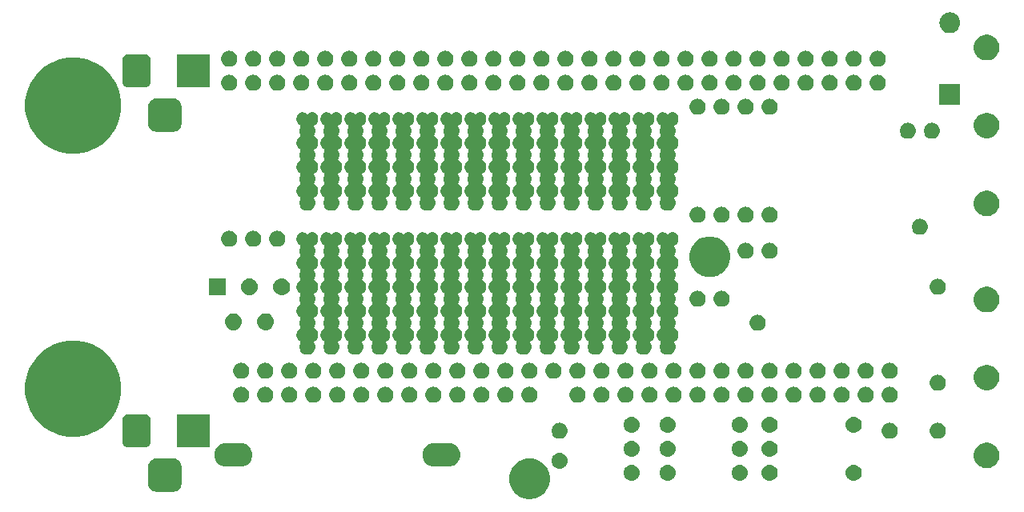
<source format=gbs>
G04 #@! TF.GenerationSoftware,KiCad,Pcbnew,5.0.2+dfsg1-1~bpo9+1*
G04 #@! TF.CreationDate,2020-03-15T22:17:02-04:00*
G04 #@! TF.ProjectId,EDIT_C,45444954-5f43-42e6-9b69-6361645f7063,0.10.a*
G04 #@! TF.SameCoordinates,Original*
G04 #@! TF.FileFunction,Soldermask,Bot*
G04 #@! TF.FilePolarity,Negative*
%FSLAX46Y46*%
G04 Gerber Fmt 4.6, Leading zero omitted, Abs format (unit mm)*
G04 Created by KiCad (PCBNEW 5.0.2+dfsg1-1~bpo9+1) date Sun 15 Mar 2020 10:17:02 PM EDT*
%MOMM*%
%LPD*%
G01*
G04 APERTURE LIST*
%ADD10C,0.150000*%
G04 APERTURE END LIST*
D10*
G36*
X66433772Y-109646205D02*
X66667132Y-109692623D01*
X66829203Y-109759755D01*
X67058406Y-109854694D01*
X67410548Y-110089988D01*
X67710012Y-110389452D01*
X67945306Y-110741594D01*
X67968730Y-110798145D01*
X68107377Y-111132868D01*
X68190000Y-111548243D01*
X68190000Y-111971757D01*
X68107377Y-112387132D01*
X68040245Y-112549203D01*
X67945306Y-112778406D01*
X67710012Y-113130548D01*
X67410548Y-113430012D01*
X67058406Y-113665306D01*
X66829203Y-113760245D01*
X66667132Y-113827377D01*
X66459445Y-113868688D01*
X66251758Y-113910000D01*
X65828242Y-113910000D01*
X65620555Y-113868688D01*
X65412868Y-113827377D01*
X65250797Y-113760245D01*
X65021594Y-113665306D01*
X64669452Y-113430012D01*
X64369988Y-113130548D01*
X64134694Y-112778406D01*
X64039755Y-112549203D01*
X63972623Y-112387132D01*
X63890000Y-111971757D01*
X63890000Y-111548243D01*
X63972623Y-111132868D01*
X64111270Y-110798145D01*
X64134694Y-110741594D01*
X64369988Y-110389452D01*
X64669452Y-110089988D01*
X65021594Y-109854694D01*
X65250797Y-109759755D01*
X65412868Y-109692623D01*
X65646228Y-109646205D01*
X65828242Y-109610000D01*
X66251758Y-109610000D01*
X66433772Y-109646205D01*
X66433772Y-109646205D01*
G37*
G36*
X28575891Y-109646205D02*
X28728200Y-109692407D01*
X28868567Y-109767435D01*
X28991597Y-109868403D01*
X29092565Y-109991433D01*
X29167593Y-110131800D01*
X29213795Y-110284109D01*
X29230000Y-110448640D01*
X29230000Y-112311360D01*
X29213795Y-112475891D01*
X29167593Y-112628200D01*
X29092565Y-112768567D01*
X28991597Y-112891597D01*
X28868567Y-112992565D01*
X28728200Y-113067593D01*
X28575891Y-113113795D01*
X28411360Y-113130000D01*
X26548640Y-113130000D01*
X26384109Y-113113795D01*
X26231800Y-113067593D01*
X26091433Y-112992565D01*
X25968403Y-112891597D01*
X25867435Y-112768567D01*
X25792407Y-112628200D01*
X25746205Y-112475891D01*
X25730000Y-112311360D01*
X25730000Y-110448640D01*
X25746205Y-110284109D01*
X25792407Y-110131800D01*
X25867435Y-109991433D01*
X25968403Y-109868403D01*
X26091433Y-109767435D01*
X26231800Y-109692407D01*
X26384109Y-109646205D01*
X26548640Y-109630000D01*
X28411360Y-109630000D01*
X28575891Y-109646205D01*
X28575891Y-109646205D01*
G37*
G36*
X80811630Y-110287299D02*
X80971855Y-110335903D01*
X81119520Y-110414831D01*
X81248949Y-110521051D01*
X81355169Y-110650480D01*
X81434097Y-110798145D01*
X81482701Y-110958370D01*
X81499112Y-111125000D01*
X81482701Y-111291630D01*
X81434097Y-111451855D01*
X81355169Y-111599520D01*
X81248949Y-111728949D01*
X81119520Y-111835169D01*
X80971855Y-111914097D01*
X80811630Y-111962701D01*
X80686752Y-111975000D01*
X80603248Y-111975000D01*
X80478370Y-111962701D01*
X80318145Y-111914097D01*
X80170480Y-111835169D01*
X80041051Y-111728949D01*
X79934831Y-111599520D01*
X79855903Y-111451855D01*
X79807299Y-111291630D01*
X79790888Y-111125000D01*
X79807299Y-110958370D01*
X79855903Y-110798145D01*
X79934831Y-110650480D01*
X80041051Y-110521051D01*
X80170480Y-110414831D01*
X80318145Y-110335903D01*
X80478370Y-110287299D01*
X80603248Y-110275000D01*
X80686752Y-110275000D01*
X80811630Y-110287299D01*
X80811630Y-110287299D01*
G37*
G36*
X77001630Y-110287299D02*
X77161855Y-110335903D01*
X77309520Y-110414831D01*
X77438949Y-110521051D01*
X77545169Y-110650480D01*
X77624097Y-110798145D01*
X77672701Y-110958370D01*
X77689112Y-111125000D01*
X77672701Y-111291630D01*
X77624097Y-111451855D01*
X77545169Y-111599520D01*
X77438949Y-111728949D01*
X77309520Y-111835169D01*
X77161855Y-111914097D01*
X77001630Y-111962701D01*
X76876752Y-111975000D01*
X76793248Y-111975000D01*
X76668370Y-111962701D01*
X76508145Y-111914097D01*
X76360480Y-111835169D01*
X76231051Y-111728949D01*
X76124831Y-111599520D01*
X76045903Y-111451855D01*
X75997299Y-111291630D01*
X75980888Y-111125000D01*
X75997299Y-110958370D01*
X76045903Y-110798145D01*
X76124831Y-110650480D01*
X76231051Y-110521051D01*
X76360480Y-110414831D01*
X76508145Y-110335903D01*
X76668370Y-110287299D01*
X76793248Y-110275000D01*
X76876752Y-110275000D01*
X77001630Y-110287299D01*
X77001630Y-110287299D01*
G37*
G36*
X88431630Y-110287299D02*
X88591855Y-110335903D01*
X88739520Y-110414831D01*
X88868949Y-110521051D01*
X88975169Y-110650480D01*
X89054097Y-110798145D01*
X89102701Y-110958370D01*
X89119112Y-111125000D01*
X89102701Y-111291630D01*
X89054097Y-111451855D01*
X88975169Y-111599520D01*
X88868949Y-111728949D01*
X88739520Y-111835169D01*
X88591855Y-111914097D01*
X88431630Y-111962701D01*
X88306752Y-111975000D01*
X88223248Y-111975000D01*
X88098370Y-111962701D01*
X87938145Y-111914097D01*
X87790480Y-111835169D01*
X87661051Y-111728949D01*
X87554831Y-111599520D01*
X87475903Y-111451855D01*
X87427299Y-111291630D01*
X87410888Y-111125000D01*
X87427299Y-110958370D01*
X87475903Y-110798145D01*
X87554831Y-110650480D01*
X87661051Y-110521051D01*
X87790480Y-110414831D01*
X87938145Y-110335903D01*
X88098370Y-110287299D01*
X88223248Y-110275000D01*
X88306752Y-110275000D01*
X88431630Y-110287299D01*
X88431630Y-110287299D01*
G37*
G36*
X100496630Y-110287299D02*
X100656855Y-110335903D01*
X100804520Y-110414831D01*
X100933949Y-110521051D01*
X101040169Y-110650480D01*
X101119097Y-110798145D01*
X101167701Y-110958370D01*
X101184112Y-111125000D01*
X101167701Y-111291630D01*
X101119097Y-111451855D01*
X101040169Y-111599520D01*
X100933949Y-111728949D01*
X100804520Y-111835169D01*
X100656855Y-111914097D01*
X100496630Y-111962701D01*
X100371752Y-111975000D01*
X100288248Y-111975000D01*
X100163370Y-111962701D01*
X100003145Y-111914097D01*
X99855480Y-111835169D01*
X99726051Y-111728949D01*
X99619831Y-111599520D01*
X99540903Y-111451855D01*
X99492299Y-111291630D01*
X99475888Y-111125000D01*
X99492299Y-110958370D01*
X99540903Y-110798145D01*
X99619831Y-110650480D01*
X99726051Y-110521051D01*
X99855480Y-110414831D01*
X100003145Y-110335903D01*
X100163370Y-110287299D01*
X100288248Y-110275000D01*
X100371752Y-110275000D01*
X100496630Y-110287299D01*
X100496630Y-110287299D01*
G37*
G36*
X91606630Y-110287299D02*
X91766855Y-110335903D01*
X91914520Y-110414831D01*
X92043949Y-110521051D01*
X92150169Y-110650480D01*
X92229097Y-110798145D01*
X92277701Y-110958370D01*
X92294112Y-111125000D01*
X92277701Y-111291630D01*
X92229097Y-111451855D01*
X92150169Y-111599520D01*
X92043949Y-111728949D01*
X91914520Y-111835169D01*
X91766855Y-111914097D01*
X91606630Y-111962701D01*
X91481752Y-111975000D01*
X91398248Y-111975000D01*
X91273370Y-111962701D01*
X91113145Y-111914097D01*
X90965480Y-111835169D01*
X90836051Y-111728949D01*
X90729831Y-111599520D01*
X90650903Y-111451855D01*
X90602299Y-111291630D01*
X90585888Y-111125000D01*
X90602299Y-110958370D01*
X90650903Y-110798145D01*
X90729831Y-110650480D01*
X90836051Y-110521051D01*
X90965480Y-110414831D01*
X91113145Y-110335903D01*
X91273370Y-110287299D01*
X91398248Y-110275000D01*
X91481752Y-110275000D01*
X91606630Y-110287299D01*
X91606630Y-110287299D01*
G37*
G36*
X69381630Y-109017299D02*
X69541855Y-109065903D01*
X69689520Y-109144831D01*
X69818949Y-109251051D01*
X69925169Y-109380480D01*
X70004097Y-109528145D01*
X70052701Y-109688370D01*
X70069112Y-109855000D01*
X70052701Y-110021630D01*
X70004097Y-110181855D01*
X69925169Y-110329520D01*
X69818949Y-110458949D01*
X69689520Y-110565169D01*
X69541855Y-110644097D01*
X69381630Y-110692701D01*
X69256752Y-110705000D01*
X69173248Y-110705000D01*
X69048370Y-110692701D01*
X68888145Y-110644097D01*
X68740480Y-110565169D01*
X68611051Y-110458949D01*
X68504831Y-110329520D01*
X68425903Y-110181855D01*
X68377299Y-110021630D01*
X68360888Y-109855000D01*
X68377299Y-109688370D01*
X68425903Y-109528145D01*
X68504831Y-109380480D01*
X68611051Y-109251051D01*
X68740480Y-109144831D01*
X68888145Y-109065903D01*
X69048370Y-109017299D01*
X69173248Y-109005000D01*
X69256752Y-109005000D01*
X69381630Y-109017299D01*
X69381630Y-109017299D01*
G37*
G36*
X114773778Y-107991879D02*
X115019466Y-108093646D01*
X115240578Y-108241389D01*
X115428611Y-108429422D01*
X115576354Y-108650534D01*
X115678121Y-108896222D01*
X115730000Y-109157035D01*
X115730000Y-109422965D01*
X115678121Y-109683778D01*
X115576354Y-109929466D01*
X115428611Y-110150578D01*
X115240578Y-110338611D01*
X115019466Y-110486354D01*
X114773778Y-110588121D01*
X114512965Y-110640000D01*
X114247035Y-110640000D01*
X113986222Y-110588121D01*
X113740534Y-110486354D01*
X113519422Y-110338611D01*
X113331389Y-110150578D01*
X113183646Y-109929466D01*
X113081879Y-109683778D01*
X113030000Y-109422965D01*
X113030000Y-109157035D01*
X113081879Y-108896222D01*
X113183646Y-108650534D01*
X113331389Y-108429422D01*
X113519422Y-108241389D01*
X113740534Y-108093646D01*
X113986222Y-107991879D01*
X114247035Y-107940000D01*
X114512965Y-107940000D01*
X114773778Y-107991879D01*
X114773778Y-107991879D01*
G37*
G36*
X57716291Y-107988402D02*
X57834073Y-108024131D01*
X57951856Y-108059860D01*
X58015065Y-108093646D01*
X58168950Y-108175899D01*
X58359243Y-108332067D01*
X58515411Y-108522360D01*
X58583921Y-108650534D01*
X58631450Y-108739454D01*
X58702908Y-108975020D01*
X58727036Y-109220000D01*
X58702908Y-109464980D01*
X58631450Y-109700546D01*
X58595697Y-109767435D01*
X58515411Y-109917640D01*
X58359243Y-110107933D01*
X58168950Y-110264101D01*
X58046561Y-110329519D01*
X57951856Y-110380140D01*
X57921158Y-110389452D01*
X57716291Y-110451598D01*
X57532698Y-110469680D01*
X55908782Y-110469680D01*
X55725189Y-110451598D01*
X55520322Y-110389452D01*
X55489624Y-110380140D01*
X55394919Y-110329519D01*
X55272530Y-110264101D01*
X55082237Y-110107933D01*
X54926069Y-109917640D01*
X54845783Y-109767435D01*
X54810030Y-109700546D01*
X54738572Y-109464980D01*
X54714444Y-109220000D01*
X54738572Y-108975020D01*
X54810030Y-108739454D01*
X54857559Y-108650534D01*
X54926069Y-108522360D01*
X55082237Y-108332067D01*
X55272530Y-108175899D01*
X55426415Y-108093646D01*
X55489624Y-108059860D01*
X55607407Y-108024131D01*
X55725189Y-107988402D01*
X55908782Y-107970320D01*
X57532698Y-107970320D01*
X57716291Y-107988402D01*
X57716291Y-107988402D01*
G37*
G36*
X35714811Y-107988402D02*
X35832593Y-108024131D01*
X35950376Y-108059860D01*
X36013585Y-108093646D01*
X36167470Y-108175899D01*
X36357763Y-108332067D01*
X36513931Y-108522360D01*
X36582441Y-108650534D01*
X36629970Y-108739454D01*
X36701428Y-108975020D01*
X36725556Y-109220000D01*
X36701428Y-109464980D01*
X36629970Y-109700546D01*
X36594217Y-109767435D01*
X36513931Y-109917640D01*
X36357763Y-110107933D01*
X36167470Y-110264101D01*
X36045081Y-110329519D01*
X35950376Y-110380140D01*
X35919678Y-110389452D01*
X35714811Y-110451598D01*
X35531218Y-110469680D01*
X33907302Y-110469680D01*
X33723709Y-110451598D01*
X33518842Y-110389452D01*
X33488144Y-110380140D01*
X33393439Y-110329519D01*
X33271050Y-110264101D01*
X33080757Y-110107933D01*
X32924589Y-109917640D01*
X32844303Y-109767435D01*
X32808550Y-109700546D01*
X32737092Y-109464980D01*
X32712964Y-109220000D01*
X32737092Y-108975020D01*
X32808550Y-108739454D01*
X32856079Y-108650534D01*
X32924589Y-108522360D01*
X33080757Y-108332067D01*
X33271050Y-108175899D01*
X33424935Y-108093646D01*
X33488144Y-108059860D01*
X33605927Y-108024131D01*
X33723709Y-107988402D01*
X33907302Y-107970320D01*
X35531218Y-107970320D01*
X35714811Y-107988402D01*
X35714811Y-107988402D01*
G37*
G36*
X77001630Y-107747299D02*
X77161855Y-107795903D01*
X77309520Y-107874831D01*
X77438949Y-107981051D01*
X77545169Y-108110480D01*
X77624097Y-108258145D01*
X77672701Y-108418370D01*
X77689112Y-108585000D01*
X77672701Y-108751630D01*
X77624097Y-108911855D01*
X77545169Y-109059520D01*
X77438949Y-109188949D01*
X77309520Y-109295169D01*
X77161855Y-109374097D01*
X77001630Y-109422701D01*
X76876752Y-109435000D01*
X76793248Y-109435000D01*
X76668370Y-109422701D01*
X76508145Y-109374097D01*
X76360480Y-109295169D01*
X76231051Y-109188949D01*
X76124831Y-109059520D01*
X76045903Y-108911855D01*
X75997299Y-108751630D01*
X75980888Y-108585000D01*
X75997299Y-108418370D01*
X76045903Y-108258145D01*
X76124831Y-108110480D01*
X76231051Y-107981051D01*
X76360480Y-107874831D01*
X76508145Y-107795903D01*
X76668370Y-107747299D01*
X76793248Y-107735000D01*
X76876752Y-107735000D01*
X77001630Y-107747299D01*
X77001630Y-107747299D01*
G37*
G36*
X91606630Y-107747299D02*
X91766855Y-107795903D01*
X91914520Y-107874831D01*
X92043949Y-107981051D01*
X92150169Y-108110480D01*
X92229097Y-108258145D01*
X92277701Y-108418370D01*
X92294112Y-108585000D01*
X92277701Y-108751630D01*
X92229097Y-108911855D01*
X92150169Y-109059520D01*
X92043949Y-109188949D01*
X91914520Y-109295169D01*
X91766855Y-109374097D01*
X91606630Y-109422701D01*
X91481752Y-109435000D01*
X91398248Y-109435000D01*
X91273370Y-109422701D01*
X91113145Y-109374097D01*
X90965480Y-109295169D01*
X90836051Y-109188949D01*
X90729831Y-109059520D01*
X90650903Y-108911855D01*
X90602299Y-108751630D01*
X90585888Y-108585000D01*
X90602299Y-108418370D01*
X90650903Y-108258145D01*
X90729831Y-108110480D01*
X90836051Y-107981051D01*
X90965480Y-107874831D01*
X91113145Y-107795903D01*
X91273370Y-107747299D01*
X91398248Y-107735000D01*
X91481752Y-107735000D01*
X91606630Y-107747299D01*
X91606630Y-107747299D01*
G37*
G36*
X80811630Y-107747299D02*
X80971855Y-107795903D01*
X81119520Y-107874831D01*
X81248949Y-107981051D01*
X81355169Y-108110480D01*
X81434097Y-108258145D01*
X81482701Y-108418370D01*
X81499112Y-108585000D01*
X81482701Y-108751630D01*
X81434097Y-108911855D01*
X81355169Y-109059520D01*
X81248949Y-109188949D01*
X81119520Y-109295169D01*
X80971855Y-109374097D01*
X80811630Y-109422701D01*
X80686752Y-109435000D01*
X80603248Y-109435000D01*
X80478370Y-109422701D01*
X80318145Y-109374097D01*
X80170480Y-109295169D01*
X80041051Y-109188949D01*
X79934831Y-109059520D01*
X79855903Y-108911855D01*
X79807299Y-108751630D01*
X79790888Y-108585000D01*
X79807299Y-108418370D01*
X79855903Y-108258145D01*
X79934831Y-108110480D01*
X80041051Y-107981051D01*
X80170480Y-107874831D01*
X80318145Y-107795903D01*
X80478370Y-107747299D01*
X80603248Y-107735000D01*
X80686752Y-107735000D01*
X80811630Y-107747299D01*
X80811630Y-107747299D01*
G37*
G36*
X88431630Y-107747299D02*
X88591855Y-107795903D01*
X88739520Y-107874831D01*
X88868949Y-107981051D01*
X88975169Y-108110480D01*
X89054097Y-108258145D01*
X89102701Y-108418370D01*
X89119112Y-108585000D01*
X89102701Y-108751630D01*
X89054097Y-108911855D01*
X88975169Y-109059520D01*
X88868949Y-109188949D01*
X88739520Y-109295169D01*
X88591855Y-109374097D01*
X88431630Y-109422701D01*
X88306752Y-109435000D01*
X88223248Y-109435000D01*
X88098370Y-109422701D01*
X87938145Y-109374097D01*
X87790480Y-109295169D01*
X87661051Y-109188949D01*
X87554831Y-109059520D01*
X87475903Y-108911855D01*
X87427299Y-108751630D01*
X87410888Y-108585000D01*
X87427299Y-108418370D01*
X87475903Y-108258145D01*
X87554831Y-108110480D01*
X87661051Y-107981051D01*
X87790480Y-107874831D01*
X87938145Y-107795903D01*
X88098370Y-107747299D01*
X88223248Y-107735000D01*
X88306752Y-107735000D01*
X88431630Y-107747299D01*
X88431630Y-107747299D01*
G37*
G36*
X32230000Y-108430000D02*
X28730000Y-108430000D01*
X28730000Y-104930000D01*
X32230000Y-104930000D01*
X32230000Y-108430000D01*
X32230000Y-108430000D01*
G37*
G36*
X25426508Y-104943803D02*
X25555363Y-104982891D01*
X25674119Y-105046367D01*
X25778208Y-105131792D01*
X25863633Y-105235881D01*
X25927109Y-105354637D01*
X25966197Y-105483492D01*
X25980000Y-105623640D01*
X25980000Y-107736360D01*
X25966197Y-107876508D01*
X25927109Y-108005363D01*
X25863633Y-108124119D01*
X25778208Y-108228208D01*
X25674119Y-108313633D01*
X25555363Y-108377109D01*
X25426508Y-108416197D01*
X25286360Y-108430000D01*
X23673640Y-108430000D01*
X23533492Y-108416197D01*
X23404637Y-108377109D01*
X23285881Y-108313633D01*
X23181792Y-108228208D01*
X23096367Y-108124119D01*
X23032891Y-108005363D01*
X22993803Y-107876508D01*
X22980000Y-107736360D01*
X22980000Y-105623640D01*
X22993803Y-105483492D01*
X23032891Y-105354637D01*
X23096367Y-105235881D01*
X23181792Y-105131792D01*
X23285881Y-105046367D01*
X23404637Y-104982891D01*
X23533492Y-104943803D01*
X23673640Y-104930000D01*
X25286360Y-104930000D01*
X25426508Y-104943803D01*
X25426508Y-104943803D01*
G37*
G36*
X109386630Y-105842299D02*
X109546855Y-105890903D01*
X109694520Y-105969831D01*
X109823949Y-106076051D01*
X109930169Y-106205480D01*
X110009097Y-106353145D01*
X110057701Y-106513370D01*
X110074112Y-106680000D01*
X110057701Y-106846630D01*
X110009097Y-107006855D01*
X109930169Y-107154520D01*
X109823949Y-107283949D01*
X109694520Y-107390169D01*
X109546855Y-107469097D01*
X109386630Y-107517701D01*
X109261752Y-107530000D01*
X109178248Y-107530000D01*
X109053370Y-107517701D01*
X108893145Y-107469097D01*
X108745480Y-107390169D01*
X108616051Y-107283949D01*
X108509831Y-107154520D01*
X108430903Y-107006855D01*
X108382299Y-106846630D01*
X108365888Y-106680000D01*
X108382299Y-106513370D01*
X108430903Y-106353145D01*
X108509831Y-106205480D01*
X108616051Y-106076051D01*
X108745480Y-105969831D01*
X108893145Y-105890903D01*
X109053370Y-105842299D01*
X109178248Y-105830000D01*
X109261752Y-105830000D01*
X109386630Y-105842299D01*
X109386630Y-105842299D01*
G37*
G36*
X69381630Y-105842299D02*
X69541855Y-105890903D01*
X69689520Y-105969831D01*
X69818949Y-106076051D01*
X69925169Y-106205480D01*
X70004097Y-106353145D01*
X70052701Y-106513370D01*
X70069112Y-106680000D01*
X70052701Y-106846630D01*
X70004097Y-107006855D01*
X69925169Y-107154520D01*
X69818949Y-107283949D01*
X69689520Y-107390169D01*
X69541855Y-107469097D01*
X69381630Y-107517701D01*
X69256752Y-107530000D01*
X69173248Y-107530000D01*
X69048370Y-107517701D01*
X68888145Y-107469097D01*
X68740480Y-107390169D01*
X68611051Y-107283949D01*
X68504831Y-107154520D01*
X68425903Y-107006855D01*
X68377299Y-106846630D01*
X68360888Y-106680000D01*
X68377299Y-106513370D01*
X68425903Y-106353145D01*
X68504831Y-106205480D01*
X68611051Y-106076051D01*
X68740480Y-105969831D01*
X68888145Y-105890903D01*
X69048370Y-105842299D01*
X69173248Y-105830000D01*
X69256752Y-105830000D01*
X69381630Y-105842299D01*
X69381630Y-105842299D01*
G37*
G36*
X104306630Y-105842299D02*
X104466855Y-105890903D01*
X104614520Y-105969831D01*
X104743949Y-106076051D01*
X104850169Y-106205480D01*
X104929097Y-106353145D01*
X104977701Y-106513370D01*
X104994112Y-106680000D01*
X104977701Y-106846630D01*
X104929097Y-107006855D01*
X104850169Y-107154520D01*
X104743949Y-107283949D01*
X104614520Y-107390169D01*
X104466855Y-107469097D01*
X104306630Y-107517701D01*
X104181752Y-107530000D01*
X104098248Y-107530000D01*
X103973370Y-107517701D01*
X103813145Y-107469097D01*
X103665480Y-107390169D01*
X103536051Y-107283949D01*
X103429831Y-107154520D01*
X103350903Y-107006855D01*
X103302299Y-106846630D01*
X103285888Y-106680000D01*
X103302299Y-106513370D01*
X103350903Y-106353145D01*
X103429831Y-106205480D01*
X103536051Y-106076051D01*
X103665480Y-105969831D01*
X103813145Y-105890903D01*
X103973370Y-105842299D01*
X104098248Y-105830000D01*
X104181752Y-105830000D01*
X104306630Y-105842299D01*
X104306630Y-105842299D01*
G37*
G36*
X19261781Y-97350221D02*
X19915502Y-97621001D01*
X20186282Y-97733162D01*
X20520725Y-97956630D01*
X21018314Y-98289108D01*
X21725892Y-98996686D01*
X21725894Y-98996689D01*
X22281838Y-99828718D01*
X22349218Y-99991389D01*
X22664779Y-100753219D01*
X22860000Y-101734662D01*
X22860000Y-102735338D01*
X22664779Y-103716781D01*
X22393999Y-104370502D01*
X22281838Y-104641282D01*
X21871161Y-105255903D01*
X21725892Y-105473314D01*
X21018314Y-106180892D01*
X21018311Y-106180894D01*
X20186282Y-106736838D01*
X19951477Y-106834097D01*
X19261781Y-107119779D01*
X18280338Y-107315000D01*
X17279662Y-107315000D01*
X16298219Y-107119779D01*
X15608523Y-106834097D01*
X15373718Y-106736838D01*
X14541689Y-106180894D01*
X14541686Y-106180892D01*
X13834108Y-105473314D01*
X13688839Y-105255903D01*
X13278162Y-104641282D01*
X13166001Y-104370502D01*
X12895221Y-103716781D01*
X12700000Y-102735338D01*
X12700000Y-101734662D01*
X12895221Y-100753219D01*
X13210782Y-99991389D01*
X13278162Y-99828718D01*
X13834106Y-98996689D01*
X13834108Y-98996686D01*
X14541686Y-98289108D01*
X15039275Y-97956630D01*
X15373718Y-97733162D01*
X15644498Y-97621001D01*
X16298219Y-97350221D01*
X17279662Y-97155000D01*
X18280338Y-97155000D01*
X19261781Y-97350221D01*
X19261781Y-97350221D01*
G37*
G36*
X77001630Y-105207299D02*
X77161855Y-105255903D01*
X77309520Y-105334831D01*
X77438949Y-105441051D01*
X77545169Y-105570480D01*
X77624097Y-105718145D01*
X77672701Y-105878370D01*
X77689112Y-106045000D01*
X77672701Y-106211630D01*
X77624097Y-106371855D01*
X77545169Y-106519520D01*
X77438949Y-106648949D01*
X77309520Y-106755169D01*
X77161855Y-106834097D01*
X77001630Y-106882701D01*
X76876752Y-106895000D01*
X76793248Y-106895000D01*
X76668370Y-106882701D01*
X76508145Y-106834097D01*
X76360480Y-106755169D01*
X76231051Y-106648949D01*
X76124831Y-106519520D01*
X76045903Y-106371855D01*
X75997299Y-106211630D01*
X75980888Y-106045000D01*
X75997299Y-105878370D01*
X76045903Y-105718145D01*
X76124831Y-105570480D01*
X76231051Y-105441051D01*
X76360480Y-105334831D01*
X76508145Y-105255903D01*
X76668370Y-105207299D01*
X76793248Y-105195000D01*
X76876752Y-105195000D01*
X77001630Y-105207299D01*
X77001630Y-105207299D01*
G37*
G36*
X88431630Y-105207299D02*
X88591855Y-105255903D01*
X88739520Y-105334831D01*
X88868949Y-105441051D01*
X88975169Y-105570480D01*
X89054097Y-105718145D01*
X89102701Y-105878370D01*
X89119112Y-106045000D01*
X89102701Y-106211630D01*
X89054097Y-106371855D01*
X88975169Y-106519520D01*
X88868949Y-106648949D01*
X88739520Y-106755169D01*
X88591855Y-106834097D01*
X88431630Y-106882701D01*
X88306752Y-106895000D01*
X88223248Y-106895000D01*
X88098370Y-106882701D01*
X87938145Y-106834097D01*
X87790480Y-106755169D01*
X87661051Y-106648949D01*
X87554831Y-106519520D01*
X87475903Y-106371855D01*
X87427299Y-106211630D01*
X87410888Y-106045000D01*
X87427299Y-105878370D01*
X87475903Y-105718145D01*
X87554831Y-105570480D01*
X87661051Y-105441051D01*
X87790480Y-105334831D01*
X87938145Y-105255903D01*
X88098370Y-105207299D01*
X88223248Y-105195000D01*
X88306752Y-105195000D01*
X88431630Y-105207299D01*
X88431630Y-105207299D01*
G37*
G36*
X100496630Y-105207299D02*
X100656855Y-105255903D01*
X100804520Y-105334831D01*
X100933949Y-105441051D01*
X101040169Y-105570480D01*
X101119097Y-105718145D01*
X101167701Y-105878370D01*
X101184112Y-106045000D01*
X101167701Y-106211630D01*
X101119097Y-106371855D01*
X101040169Y-106519520D01*
X100933949Y-106648949D01*
X100804520Y-106755169D01*
X100656855Y-106834097D01*
X100496630Y-106882701D01*
X100371752Y-106895000D01*
X100288248Y-106895000D01*
X100163370Y-106882701D01*
X100003145Y-106834097D01*
X99855480Y-106755169D01*
X99726051Y-106648949D01*
X99619831Y-106519520D01*
X99540903Y-106371855D01*
X99492299Y-106211630D01*
X99475888Y-106045000D01*
X99492299Y-105878370D01*
X99540903Y-105718145D01*
X99619831Y-105570480D01*
X99726051Y-105441051D01*
X99855480Y-105334831D01*
X100003145Y-105255903D01*
X100163370Y-105207299D01*
X100288248Y-105195000D01*
X100371752Y-105195000D01*
X100496630Y-105207299D01*
X100496630Y-105207299D01*
G37*
G36*
X91606630Y-105207299D02*
X91766855Y-105255903D01*
X91914520Y-105334831D01*
X92043949Y-105441051D01*
X92150169Y-105570480D01*
X92229097Y-105718145D01*
X92277701Y-105878370D01*
X92294112Y-106045000D01*
X92277701Y-106211630D01*
X92229097Y-106371855D01*
X92150169Y-106519520D01*
X92043949Y-106648949D01*
X91914520Y-106755169D01*
X91766855Y-106834097D01*
X91606630Y-106882701D01*
X91481752Y-106895000D01*
X91398248Y-106895000D01*
X91273370Y-106882701D01*
X91113145Y-106834097D01*
X90965480Y-106755169D01*
X90836051Y-106648949D01*
X90729831Y-106519520D01*
X90650903Y-106371855D01*
X90602299Y-106211630D01*
X90585888Y-106045000D01*
X90602299Y-105878370D01*
X90650903Y-105718145D01*
X90729831Y-105570480D01*
X90836051Y-105441051D01*
X90965480Y-105334831D01*
X91113145Y-105255903D01*
X91273370Y-105207299D01*
X91398248Y-105195000D01*
X91481752Y-105195000D01*
X91606630Y-105207299D01*
X91606630Y-105207299D01*
G37*
G36*
X80811630Y-105207299D02*
X80971855Y-105255903D01*
X81119520Y-105334831D01*
X81248949Y-105441051D01*
X81355169Y-105570480D01*
X81434097Y-105718145D01*
X81482701Y-105878370D01*
X81499112Y-106045000D01*
X81482701Y-106211630D01*
X81434097Y-106371855D01*
X81355169Y-106519520D01*
X81248949Y-106648949D01*
X81119520Y-106755169D01*
X80971855Y-106834097D01*
X80811630Y-106882701D01*
X80686752Y-106895000D01*
X80603248Y-106895000D01*
X80478370Y-106882701D01*
X80318145Y-106834097D01*
X80170480Y-106755169D01*
X80041051Y-106648949D01*
X79934831Y-106519520D01*
X79855903Y-106371855D01*
X79807299Y-106211630D01*
X79790888Y-106045000D01*
X79807299Y-105878370D01*
X79855903Y-105718145D01*
X79934831Y-105570480D01*
X80041051Y-105441051D01*
X80170480Y-105334831D01*
X80318145Y-105255903D01*
X80478370Y-105207299D01*
X80603248Y-105195000D01*
X80686752Y-105195000D01*
X80811630Y-105207299D01*
X80811630Y-105207299D01*
G37*
G36*
X71286630Y-102032299D02*
X71446855Y-102080903D01*
X71594520Y-102159831D01*
X71723949Y-102266051D01*
X71830169Y-102395480D01*
X71909097Y-102543145D01*
X71957701Y-102703370D01*
X71974112Y-102870000D01*
X71957701Y-103036630D01*
X71909097Y-103196855D01*
X71830169Y-103344520D01*
X71723949Y-103473949D01*
X71594520Y-103580169D01*
X71446855Y-103659097D01*
X71286630Y-103707701D01*
X71161752Y-103720000D01*
X71078248Y-103720000D01*
X70953370Y-103707701D01*
X70793145Y-103659097D01*
X70645480Y-103580169D01*
X70516051Y-103473949D01*
X70409831Y-103344520D01*
X70330903Y-103196855D01*
X70282299Y-103036630D01*
X70265888Y-102870000D01*
X70282299Y-102703370D01*
X70330903Y-102543145D01*
X70409831Y-102395480D01*
X70516051Y-102266051D01*
X70645480Y-102159831D01*
X70793145Y-102080903D01*
X70953370Y-102032299D01*
X71078248Y-102020000D01*
X71161752Y-102020000D01*
X71286630Y-102032299D01*
X71286630Y-102032299D01*
G37*
G36*
X66206630Y-102032299D02*
X66366855Y-102080903D01*
X66514520Y-102159831D01*
X66643949Y-102266051D01*
X66750169Y-102395480D01*
X66829097Y-102543145D01*
X66877701Y-102703370D01*
X66894112Y-102870000D01*
X66877701Y-103036630D01*
X66829097Y-103196855D01*
X66750169Y-103344520D01*
X66643949Y-103473949D01*
X66514520Y-103580169D01*
X66366855Y-103659097D01*
X66206630Y-103707701D01*
X66081752Y-103720000D01*
X65998248Y-103720000D01*
X65873370Y-103707701D01*
X65713145Y-103659097D01*
X65565480Y-103580169D01*
X65436051Y-103473949D01*
X65329831Y-103344520D01*
X65250903Y-103196855D01*
X65202299Y-103036630D01*
X65185888Y-102870000D01*
X65202299Y-102703370D01*
X65250903Y-102543145D01*
X65329831Y-102395480D01*
X65436051Y-102266051D01*
X65565480Y-102159831D01*
X65713145Y-102080903D01*
X65873370Y-102032299D01*
X65998248Y-102020000D01*
X66081752Y-102020000D01*
X66206630Y-102032299D01*
X66206630Y-102032299D01*
G37*
G36*
X83986630Y-102032299D02*
X84146855Y-102080903D01*
X84294520Y-102159831D01*
X84423949Y-102266051D01*
X84530169Y-102395480D01*
X84609097Y-102543145D01*
X84657701Y-102703370D01*
X84674112Y-102870000D01*
X84657701Y-103036630D01*
X84609097Y-103196855D01*
X84530169Y-103344520D01*
X84423949Y-103473949D01*
X84294520Y-103580169D01*
X84146855Y-103659097D01*
X83986630Y-103707701D01*
X83861752Y-103720000D01*
X83778248Y-103720000D01*
X83653370Y-103707701D01*
X83493145Y-103659097D01*
X83345480Y-103580169D01*
X83216051Y-103473949D01*
X83109831Y-103344520D01*
X83030903Y-103196855D01*
X82982299Y-103036630D01*
X82965888Y-102870000D01*
X82982299Y-102703370D01*
X83030903Y-102543145D01*
X83109831Y-102395480D01*
X83216051Y-102266051D01*
X83345480Y-102159831D01*
X83493145Y-102080903D01*
X83653370Y-102032299D01*
X83778248Y-102020000D01*
X83861752Y-102020000D01*
X83986630Y-102032299D01*
X83986630Y-102032299D01*
G37*
G36*
X89066630Y-102032299D02*
X89226855Y-102080903D01*
X89374520Y-102159831D01*
X89503949Y-102266051D01*
X89610169Y-102395480D01*
X89689097Y-102543145D01*
X89737701Y-102703370D01*
X89754112Y-102870000D01*
X89737701Y-103036630D01*
X89689097Y-103196855D01*
X89610169Y-103344520D01*
X89503949Y-103473949D01*
X89374520Y-103580169D01*
X89226855Y-103659097D01*
X89066630Y-103707701D01*
X88941752Y-103720000D01*
X88858248Y-103720000D01*
X88733370Y-103707701D01*
X88573145Y-103659097D01*
X88425480Y-103580169D01*
X88296051Y-103473949D01*
X88189831Y-103344520D01*
X88110903Y-103196855D01*
X88062299Y-103036630D01*
X88045888Y-102870000D01*
X88062299Y-102703370D01*
X88110903Y-102543145D01*
X88189831Y-102395480D01*
X88296051Y-102266051D01*
X88425480Y-102159831D01*
X88573145Y-102080903D01*
X88733370Y-102032299D01*
X88858248Y-102020000D01*
X88941752Y-102020000D01*
X89066630Y-102032299D01*
X89066630Y-102032299D01*
G37*
G36*
X86526630Y-102032299D02*
X86686855Y-102080903D01*
X86834520Y-102159831D01*
X86963949Y-102266051D01*
X87070169Y-102395480D01*
X87149097Y-102543145D01*
X87197701Y-102703370D01*
X87214112Y-102870000D01*
X87197701Y-103036630D01*
X87149097Y-103196855D01*
X87070169Y-103344520D01*
X86963949Y-103473949D01*
X86834520Y-103580169D01*
X86686855Y-103659097D01*
X86526630Y-103707701D01*
X86401752Y-103720000D01*
X86318248Y-103720000D01*
X86193370Y-103707701D01*
X86033145Y-103659097D01*
X85885480Y-103580169D01*
X85756051Y-103473949D01*
X85649831Y-103344520D01*
X85570903Y-103196855D01*
X85522299Y-103036630D01*
X85505888Y-102870000D01*
X85522299Y-102703370D01*
X85570903Y-102543145D01*
X85649831Y-102395480D01*
X85756051Y-102266051D01*
X85885480Y-102159831D01*
X86033145Y-102080903D01*
X86193370Y-102032299D01*
X86318248Y-102020000D01*
X86401752Y-102020000D01*
X86526630Y-102032299D01*
X86526630Y-102032299D01*
G37*
G36*
X73826630Y-102032299D02*
X73986855Y-102080903D01*
X74134520Y-102159831D01*
X74263949Y-102266051D01*
X74370169Y-102395480D01*
X74449097Y-102543145D01*
X74497701Y-102703370D01*
X74514112Y-102870000D01*
X74497701Y-103036630D01*
X74449097Y-103196855D01*
X74370169Y-103344520D01*
X74263949Y-103473949D01*
X74134520Y-103580169D01*
X73986855Y-103659097D01*
X73826630Y-103707701D01*
X73701752Y-103720000D01*
X73618248Y-103720000D01*
X73493370Y-103707701D01*
X73333145Y-103659097D01*
X73185480Y-103580169D01*
X73056051Y-103473949D01*
X72949831Y-103344520D01*
X72870903Y-103196855D01*
X72822299Y-103036630D01*
X72805888Y-102870000D01*
X72822299Y-102703370D01*
X72870903Y-102543145D01*
X72949831Y-102395480D01*
X73056051Y-102266051D01*
X73185480Y-102159831D01*
X73333145Y-102080903D01*
X73493370Y-102032299D01*
X73618248Y-102020000D01*
X73701752Y-102020000D01*
X73826630Y-102032299D01*
X73826630Y-102032299D01*
G37*
G36*
X101766630Y-102032299D02*
X101926855Y-102080903D01*
X102074520Y-102159831D01*
X102203949Y-102266051D01*
X102310169Y-102395480D01*
X102389097Y-102543145D01*
X102437701Y-102703370D01*
X102454112Y-102870000D01*
X102437701Y-103036630D01*
X102389097Y-103196855D01*
X102310169Y-103344520D01*
X102203949Y-103473949D01*
X102074520Y-103580169D01*
X101926855Y-103659097D01*
X101766630Y-103707701D01*
X101641752Y-103720000D01*
X101558248Y-103720000D01*
X101433370Y-103707701D01*
X101273145Y-103659097D01*
X101125480Y-103580169D01*
X100996051Y-103473949D01*
X100889831Y-103344520D01*
X100810903Y-103196855D01*
X100762299Y-103036630D01*
X100745888Y-102870000D01*
X100762299Y-102703370D01*
X100810903Y-102543145D01*
X100889831Y-102395480D01*
X100996051Y-102266051D01*
X101125480Y-102159831D01*
X101273145Y-102080903D01*
X101433370Y-102032299D01*
X101558248Y-102020000D01*
X101641752Y-102020000D01*
X101766630Y-102032299D01*
X101766630Y-102032299D01*
G37*
G36*
X94146630Y-102032299D02*
X94306855Y-102080903D01*
X94454520Y-102159831D01*
X94583949Y-102266051D01*
X94690169Y-102395480D01*
X94769097Y-102543145D01*
X94817701Y-102703370D01*
X94834112Y-102870000D01*
X94817701Y-103036630D01*
X94769097Y-103196855D01*
X94690169Y-103344520D01*
X94583949Y-103473949D01*
X94454520Y-103580169D01*
X94306855Y-103659097D01*
X94146630Y-103707701D01*
X94021752Y-103720000D01*
X93938248Y-103720000D01*
X93813370Y-103707701D01*
X93653145Y-103659097D01*
X93505480Y-103580169D01*
X93376051Y-103473949D01*
X93269831Y-103344520D01*
X93190903Y-103196855D01*
X93142299Y-103036630D01*
X93125888Y-102870000D01*
X93142299Y-102703370D01*
X93190903Y-102543145D01*
X93269831Y-102395480D01*
X93376051Y-102266051D01*
X93505480Y-102159831D01*
X93653145Y-102080903D01*
X93813370Y-102032299D01*
X93938248Y-102020000D01*
X94021752Y-102020000D01*
X94146630Y-102032299D01*
X94146630Y-102032299D01*
G37*
G36*
X78906630Y-102032299D02*
X79066855Y-102080903D01*
X79214520Y-102159831D01*
X79343949Y-102266051D01*
X79450169Y-102395480D01*
X79529097Y-102543145D01*
X79577701Y-102703370D01*
X79594112Y-102870000D01*
X79577701Y-103036630D01*
X79529097Y-103196855D01*
X79450169Y-103344520D01*
X79343949Y-103473949D01*
X79214520Y-103580169D01*
X79066855Y-103659097D01*
X78906630Y-103707701D01*
X78781752Y-103720000D01*
X78698248Y-103720000D01*
X78573370Y-103707701D01*
X78413145Y-103659097D01*
X78265480Y-103580169D01*
X78136051Y-103473949D01*
X78029831Y-103344520D01*
X77950903Y-103196855D01*
X77902299Y-103036630D01*
X77885888Y-102870000D01*
X77902299Y-102703370D01*
X77950903Y-102543145D01*
X78029831Y-102395480D01*
X78136051Y-102266051D01*
X78265480Y-102159831D01*
X78413145Y-102080903D01*
X78573370Y-102032299D01*
X78698248Y-102020000D01*
X78781752Y-102020000D01*
X78906630Y-102032299D01*
X78906630Y-102032299D01*
G37*
G36*
X99226630Y-102032299D02*
X99386855Y-102080903D01*
X99534520Y-102159831D01*
X99663949Y-102266051D01*
X99770169Y-102395480D01*
X99849097Y-102543145D01*
X99897701Y-102703370D01*
X99914112Y-102870000D01*
X99897701Y-103036630D01*
X99849097Y-103196855D01*
X99770169Y-103344520D01*
X99663949Y-103473949D01*
X99534520Y-103580169D01*
X99386855Y-103659097D01*
X99226630Y-103707701D01*
X99101752Y-103720000D01*
X99018248Y-103720000D01*
X98893370Y-103707701D01*
X98733145Y-103659097D01*
X98585480Y-103580169D01*
X98456051Y-103473949D01*
X98349831Y-103344520D01*
X98270903Y-103196855D01*
X98222299Y-103036630D01*
X98205888Y-102870000D01*
X98222299Y-102703370D01*
X98270903Y-102543145D01*
X98349831Y-102395480D01*
X98456051Y-102266051D01*
X98585480Y-102159831D01*
X98733145Y-102080903D01*
X98893370Y-102032299D01*
X99018248Y-102020000D01*
X99101752Y-102020000D01*
X99226630Y-102032299D01*
X99226630Y-102032299D01*
G37*
G36*
X91606630Y-102032299D02*
X91766855Y-102080903D01*
X91914520Y-102159831D01*
X92043949Y-102266051D01*
X92150169Y-102395480D01*
X92229097Y-102543145D01*
X92277701Y-102703370D01*
X92294112Y-102870000D01*
X92277701Y-103036630D01*
X92229097Y-103196855D01*
X92150169Y-103344520D01*
X92043949Y-103473949D01*
X91914520Y-103580169D01*
X91766855Y-103659097D01*
X91606630Y-103707701D01*
X91481752Y-103720000D01*
X91398248Y-103720000D01*
X91273370Y-103707701D01*
X91113145Y-103659097D01*
X90965480Y-103580169D01*
X90836051Y-103473949D01*
X90729831Y-103344520D01*
X90650903Y-103196855D01*
X90602299Y-103036630D01*
X90585888Y-102870000D01*
X90602299Y-102703370D01*
X90650903Y-102543145D01*
X90729831Y-102395480D01*
X90836051Y-102266051D01*
X90965480Y-102159831D01*
X91113145Y-102080903D01*
X91273370Y-102032299D01*
X91398248Y-102020000D01*
X91481752Y-102020000D01*
X91606630Y-102032299D01*
X91606630Y-102032299D01*
G37*
G36*
X96686630Y-102032299D02*
X96846855Y-102080903D01*
X96994520Y-102159831D01*
X97123949Y-102266051D01*
X97230169Y-102395480D01*
X97309097Y-102543145D01*
X97357701Y-102703370D01*
X97374112Y-102870000D01*
X97357701Y-103036630D01*
X97309097Y-103196855D01*
X97230169Y-103344520D01*
X97123949Y-103473949D01*
X96994520Y-103580169D01*
X96846855Y-103659097D01*
X96686630Y-103707701D01*
X96561752Y-103720000D01*
X96478248Y-103720000D01*
X96353370Y-103707701D01*
X96193145Y-103659097D01*
X96045480Y-103580169D01*
X95916051Y-103473949D01*
X95809831Y-103344520D01*
X95730903Y-103196855D01*
X95682299Y-103036630D01*
X95665888Y-102870000D01*
X95682299Y-102703370D01*
X95730903Y-102543145D01*
X95809831Y-102395480D01*
X95916051Y-102266051D01*
X96045480Y-102159831D01*
X96193145Y-102080903D01*
X96353370Y-102032299D01*
X96478248Y-102020000D01*
X96561752Y-102020000D01*
X96686630Y-102032299D01*
X96686630Y-102032299D01*
G37*
G36*
X76366630Y-102032299D02*
X76526855Y-102080903D01*
X76674520Y-102159831D01*
X76803949Y-102266051D01*
X76910169Y-102395480D01*
X76989097Y-102543145D01*
X77037701Y-102703370D01*
X77054112Y-102870000D01*
X77037701Y-103036630D01*
X76989097Y-103196855D01*
X76910169Y-103344520D01*
X76803949Y-103473949D01*
X76674520Y-103580169D01*
X76526855Y-103659097D01*
X76366630Y-103707701D01*
X76241752Y-103720000D01*
X76158248Y-103720000D01*
X76033370Y-103707701D01*
X75873145Y-103659097D01*
X75725480Y-103580169D01*
X75596051Y-103473949D01*
X75489831Y-103344520D01*
X75410903Y-103196855D01*
X75362299Y-103036630D01*
X75345888Y-102870000D01*
X75362299Y-102703370D01*
X75410903Y-102543145D01*
X75489831Y-102395480D01*
X75596051Y-102266051D01*
X75725480Y-102159831D01*
X75873145Y-102080903D01*
X76033370Y-102032299D01*
X76158248Y-102020000D01*
X76241752Y-102020000D01*
X76366630Y-102032299D01*
X76366630Y-102032299D01*
G37*
G36*
X56046630Y-102032299D02*
X56206855Y-102080903D01*
X56354520Y-102159831D01*
X56483949Y-102266051D01*
X56590169Y-102395480D01*
X56669097Y-102543145D01*
X56717701Y-102703370D01*
X56734112Y-102870000D01*
X56717701Y-103036630D01*
X56669097Y-103196855D01*
X56590169Y-103344520D01*
X56483949Y-103473949D01*
X56354520Y-103580169D01*
X56206855Y-103659097D01*
X56046630Y-103707701D01*
X55921752Y-103720000D01*
X55838248Y-103720000D01*
X55713370Y-103707701D01*
X55553145Y-103659097D01*
X55405480Y-103580169D01*
X55276051Y-103473949D01*
X55169831Y-103344520D01*
X55090903Y-103196855D01*
X55042299Y-103036630D01*
X55025888Y-102870000D01*
X55042299Y-102703370D01*
X55090903Y-102543145D01*
X55169831Y-102395480D01*
X55276051Y-102266051D01*
X55405480Y-102159831D01*
X55553145Y-102080903D01*
X55713370Y-102032299D01*
X55838248Y-102020000D01*
X55921752Y-102020000D01*
X56046630Y-102032299D01*
X56046630Y-102032299D01*
G37*
G36*
X63666630Y-102032299D02*
X63826855Y-102080903D01*
X63974520Y-102159831D01*
X64103949Y-102266051D01*
X64210169Y-102395480D01*
X64289097Y-102543145D01*
X64337701Y-102703370D01*
X64354112Y-102870000D01*
X64337701Y-103036630D01*
X64289097Y-103196855D01*
X64210169Y-103344520D01*
X64103949Y-103473949D01*
X63974520Y-103580169D01*
X63826855Y-103659097D01*
X63666630Y-103707701D01*
X63541752Y-103720000D01*
X63458248Y-103720000D01*
X63333370Y-103707701D01*
X63173145Y-103659097D01*
X63025480Y-103580169D01*
X62896051Y-103473949D01*
X62789831Y-103344520D01*
X62710903Y-103196855D01*
X62662299Y-103036630D01*
X62645888Y-102870000D01*
X62662299Y-102703370D01*
X62710903Y-102543145D01*
X62789831Y-102395480D01*
X62896051Y-102266051D01*
X63025480Y-102159831D01*
X63173145Y-102080903D01*
X63333370Y-102032299D01*
X63458248Y-102020000D01*
X63541752Y-102020000D01*
X63666630Y-102032299D01*
X63666630Y-102032299D01*
G37*
G36*
X104306630Y-102032299D02*
X104466855Y-102080903D01*
X104614520Y-102159831D01*
X104743949Y-102266051D01*
X104850169Y-102395480D01*
X104929097Y-102543145D01*
X104977701Y-102703370D01*
X104994112Y-102870000D01*
X104977701Y-103036630D01*
X104929097Y-103196855D01*
X104850169Y-103344520D01*
X104743949Y-103473949D01*
X104614520Y-103580169D01*
X104466855Y-103659097D01*
X104306630Y-103707701D01*
X104181752Y-103720000D01*
X104098248Y-103720000D01*
X103973370Y-103707701D01*
X103813145Y-103659097D01*
X103665480Y-103580169D01*
X103536051Y-103473949D01*
X103429831Y-103344520D01*
X103350903Y-103196855D01*
X103302299Y-103036630D01*
X103285888Y-102870000D01*
X103302299Y-102703370D01*
X103350903Y-102543145D01*
X103429831Y-102395480D01*
X103536051Y-102266051D01*
X103665480Y-102159831D01*
X103813145Y-102080903D01*
X103973370Y-102032299D01*
X104098248Y-102020000D01*
X104181752Y-102020000D01*
X104306630Y-102032299D01*
X104306630Y-102032299D01*
G37*
G36*
X35726630Y-102032299D02*
X35886855Y-102080903D01*
X36034520Y-102159831D01*
X36163949Y-102266051D01*
X36270169Y-102395480D01*
X36349097Y-102543145D01*
X36397701Y-102703370D01*
X36414112Y-102870000D01*
X36397701Y-103036630D01*
X36349097Y-103196855D01*
X36270169Y-103344520D01*
X36163949Y-103473949D01*
X36034520Y-103580169D01*
X35886855Y-103659097D01*
X35726630Y-103707701D01*
X35601752Y-103720000D01*
X35518248Y-103720000D01*
X35393370Y-103707701D01*
X35233145Y-103659097D01*
X35085480Y-103580169D01*
X34956051Y-103473949D01*
X34849831Y-103344520D01*
X34770903Y-103196855D01*
X34722299Y-103036630D01*
X34705888Y-102870000D01*
X34722299Y-102703370D01*
X34770903Y-102543145D01*
X34849831Y-102395480D01*
X34956051Y-102266051D01*
X35085480Y-102159831D01*
X35233145Y-102080903D01*
X35393370Y-102032299D01*
X35518248Y-102020000D01*
X35601752Y-102020000D01*
X35726630Y-102032299D01*
X35726630Y-102032299D01*
G37*
G36*
X40806630Y-102032299D02*
X40966855Y-102080903D01*
X41114520Y-102159831D01*
X41243949Y-102266051D01*
X41350169Y-102395480D01*
X41429097Y-102543145D01*
X41477701Y-102703370D01*
X41494112Y-102870000D01*
X41477701Y-103036630D01*
X41429097Y-103196855D01*
X41350169Y-103344520D01*
X41243949Y-103473949D01*
X41114520Y-103580169D01*
X40966855Y-103659097D01*
X40806630Y-103707701D01*
X40681752Y-103720000D01*
X40598248Y-103720000D01*
X40473370Y-103707701D01*
X40313145Y-103659097D01*
X40165480Y-103580169D01*
X40036051Y-103473949D01*
X39929831Y-103344520D01*
X39850903Y-103196855D01*
X39802299Y-103036630D01*
X39785888Y-102870000D01*
X39802299Y-102703370D01*
X39850903Y-102543145D01*
X39929831Y-102395480D01*
X40036051Y-102266051D01*
X40165480Y-102159831D01*
X40313145Y-102080903D01*
X40473370Y-102032299D01*
X40598248Y-102020000D01*
X40681752Y-102020000D01*
X40806630Y-102032299D01*
X40806630Y-102032299D01*
G37*
G36*
X43346630Y-102032299D02*
X43506855Y-102080903D01*
X43654520Y-102159831D01*
X43783949Y-102266051D01*
X43890169Y-102395480D01*
X43969097Y-102543145D01*
X44017701Y-102703370D01*
X44034112Y-102870000D01*
X44017701Y-103036630D01*
X43969097Y-103196855D01*
X43890169Y-103344520D01*
X43783949Y-103473949D01*
X43654520Y-103580169D01*
X43506855Y-103659097D01*
X43346630Y-103707701D01*
X43221752Y-103720000D01*
X43138248Y-103720000D01*
X43013370Y-103707701D01*
X42853145Y-103659097D01*
X42705480Y-103580169D01*
X42576051Y-103473949D01*
X42469831Y-103344520D01*
X42390903Y-103196855D01*
X42342299Y-103036630D01*
X42325888Y-102870000D01*
X42342299Y-102703370D01*
X42390903Y-102543145D01*
X42469831Y-102395480D01*
X42576051Y-102266051D01*
X42705480Y-102159831D01*
X42853145Y-102080903D01*
X43013370Y-102032299D01*
X43138248Y-102020000D01*
X43221752Y-102020000D01*
X43346630Y-102032299D01*
X43346630Y-102032299D01*
G37*
G36*
X38266630Y-102032299D02*
X38426855Y-102080903D01*
X38574520Y-102159831D01*
X38703949Y-102266051D01*
X38810169Y-102395480D01*
X38889097Y-102543145D01*
X38937701Y-102703370D01*
X38954112Y-102870000D01*
X38937701Y-103036630D01*
X38889097Y-103196855D01*
X38810169Y-103344520D01*
X38703949Y-103473949D01*
X38574520Y-103580169D01*
X38426855Y-103659097D01*
X38266630Y-103707701D01*
X38141752Y-103720000D01*
X38058248Y-103720000D01*
X37933370Y-103707701D01*
X37773145Y-103659097D01*
X37625480Y-103580169D01*
X37496051Y-103473949D01*
X37389831Y-103344520D01*
X37310903Y-103196855D01*
X37262299Y-103036630D01*
X37245888Y-102870000D01*
X37262299Y-102703370D01*
X37310903Y-102543145D01*
X37389831Y-102395480D01*
X37496051Y-102266051D01*
X37625480Y-102159831D01*
X37773145Y-102080903D01*
X37933370Y-102032299D01*
X38058248Y-102020000D01*
X38141752Y-102020000D01*
X38266630Y-102032299D01*
X38266630Y-102032299D01*
G37*
G36*
X61126630Y-102032299D02*
X61286855Y-102080903D01*
X61434520Y-102159831D01*
X61563949Y-102266051D01*
X61670169Y-102395480D01*
X61749097Y-102543145D01*
X61797701Y-102703370D01*
X61814112Y-102870000D01*
X61797701Y-103036630D01*
X61749097Y-103196855D01*
X61670169Y-103344520D01*
X61563949Y-103473949D01*
X61434520Y-103580169D01*
X61286855Y-103659097D01*
X61126630Y-103707701D01*
X61001752Y-103720000D01*
X60918248Y-103720000D01*
X60793370Y-103707701D01*
X60633145Y-103659097D01*
X60485480Y-103580169D01*
X60356051Y-103473949D01*
X60249831Y-103344520D01*
X60170903Y-103196855D01*
X60122299Y-103036630D01*
X60105888Y-102870000D01*
X60122299Y-102703370D01*
X60170903Y-102543145D01*
X60249831Y-102395480D01*
X60356051Y-102266051D01*
X60485480Y-102159831D01*
X60633145Y-102080903D01*
X60793370Y-102032299D01*
X60918248Y-102020000D01*
X61001752Y-102020000D01*
X61126630Y-102032299D01*
X61126630Y-102032299D01*
G37*
G36*
X50966630Y-102032299D02*
X51126855Y-102080903D01*
X51274520Y-102159831D01*
X51403949Y-102266051D01*
X51510169Y-102395480D01*
X51589097Y-102543145D01*
X51637701Y-102703370D01*
X51654112Y-102870000D01*
X51637701Y-103036630D01*
X51589097Y-103196855D01*
X51510169Y-103344520D01*
X51403949Y-103473949D01*
X51274520Y-103580169D01*
X51126855Y-103659097D01*
X50966630Y-103707701D01*
X50841752Y-103720000D01*
X50758248Y-103720000D01*
X50633370Y-103707701D01*
X50473145Y-103659097D01*
X50325480Y-103580169D01*
X50196051Y-103473949D01*
X50089831Y-103344520D01*
X50010903Y-103196855D01*
X49962299Y-103036630D01*
X49945888Y-102870000D01*
X49962299Y-102703370D01*
X50010903Y-102543145D01*
X50089831Y-102395480D01*
X50196051Y-102266051D01*
X50325480Y-102159831D01*
X50473145Y-102080903D01*
X50633370Y-102032299D01*
X50758248Y-102020000D01*
X50841752Y-102020000D01*
X50966630Y-102032299D01*
X50966630Y-102032299D01*
G37*
G36*
X45886630Y-102032299D02*
X46046855Y-102080903D01*
X46194520Y-102159831D01*
X46323949Y-102266051D01*
X46430169Y-102395480D01*
X46509097Y-102543145D01*
X46557701Y-102703370D01*
X46574112Y-102870000D01*
X46557701Y-103036630D01*
X46509097Y-103196855D01*
X46430169Y-103344520D01*
X46323949Y-103473949D01*
X46194520Y-103580169D01*
X46046855Y-103659097D01*
X45886630Y-103707701D01*
X45761752Y-103720000D01*
X45678248Y-103720000D01*
X45553370Y-103707701D01*
X45393145Y-103659097D01*
X45245480Y-103580169D01*
X45116051Y-103473949D01*
X45009831Y-103344520D01*
X44930903Y-103196855D01*
X44882299Y-103036630D01*
X44865888Y-102870000D01*
X44882299Y-102703370D01*
X44930903Y-102543145D01*
X45009831Y-102395480D01*
X45116051Y-102266051D01*
X45245480Y-102159831D01*
X45393145Y-102080903D01*
X45553370Y-102032299D01*
X45678248Y-102020000D01*
X45761752Y-102020000D01*
X45886630Y-102032299D01*
X45886630Y-102032299D01*
G37*
G36*
X53506630Y-102032299D02*
X53666855Y-102080903D01*
X53814520Y-102159831D01*
X53943949Y-102266051D01*
X54050169Y-102395480D01*
X54129097Y-102543145D01*
X54177701Y-102703370D01*
X54194112Y-102870000D01*
X54177701Y-103036630D01*
X54129097Y-103196855D01*
X54050169Y-103344520D01*
X53943949Y-103473949D01*
X53814520Y-103580169D01*
X53666855Y-103659097D01*
X53506630Y-103707701D01*
X53381752Y-103720000D01*
X53298248Y-103720000D01*
X53173370Y-103707701D01*
X53013145Y-103659097D01*
X52865480Y-103580169D01*
X52736051Y-103473949D01*
X52629831Y-103344520D01*
X52550903Y-103196855D01*
X52502299Y-103036630D01*
X52485888Y-102870000D01*
X52502299Y-102703370D01*
X52550903Y-102543145D01*
X52629831Y-102395480D01*
X52736051Y-102266051D01*
X52865480Y-102159831D01*
X53013145Y-102080903D01*
X53173370Y-102032299D01*
X53298248Y-102020000D01*
X53381752Y-102020000D01*
X53506630Y-102032299D01*
X53506630Y-102032299D01*
G37*
G36*
X58586630Y-102032299D02*
X58746855Y-102080903D01*
X58894520Y-102159831D01*
X59023949Y-102266051D01*
X59130169Y-102395480D01*
X59209097Y-102543145D01*
X59257701Y-102703370D01*
X59274112Y-102870000D01*
X59257701Y-103036630D01*
X59209097Y-103196855D01*
X59130169Y-103344520D01*
X59023949Y-103473949D01*
X58894520Y-103580169D01*
X58746855Y-103659097D01*
X58586630Y-103707701D01*
X58461752Y-103720000D01*
X58378248Y-103720000D01*
X58253370Y-103707701D01*
X58093145Y-103659097D01*
X57945480Y-103580169D01*
X57816051Y-103473949D01*
X57709831Y-103344520D01*
X57630903Y-103196855D01*
X57582299Y-103036630D01*
X57565888Y-102870000D01*
X57582299Y-102703370D01*
X57630903Y-102543145D01*
X57709831Y-102395480D01*
X57816051Y-102266051D01*
X57945480Y-102159831D01*
X58093145Y-102080903D01*
X58253370Y-102032299D01*
X58378248Y-102020000D01*
X58461752Y-102020000D01*
X58586630Y-102032299D01*
X58586630Y-102032299D01*
G37*
G36*
X48426630Y-102032299D02*
X48586855Y-102080903D01*
X48734520Y-102159831D01*
X48863949Y-102266051D01*
X48970169Y-102395480D01*
X49049097Y-102543145D01*
X49097701Y-102703370D01*
X49114112Y-102870000D01*
X49097701Y-103036630D01*
X49049097Y-103196855D01*
X48970169Y-103344520D01*
X48863949Y-103473949D01*
X48734520Y-103580169D01*
X48586855Y-103659097D01*
X48426630Y-103707701D01*
X48301752Y-103720000D01*
X48218248Y-103720000D01*
X48093370Y-103707701D01*
X47933145Y-103659097D01*
X47785480Y-103580169D01*
X47656051Y-103473949D01*
X47549831Y-103344520D01*
X47470903Y-103196855D01*
X47422299Y-103036630D01*
X47405888Y-102870000D01*
X47422299Y-102703370D01*
X47470903Y-102543145D01*
X47549831Y-102395480D01*
X47656051Y-102266051D01*
X47785480Y-102159831D01*
X47933145Y-102080903D01*
X48093370Y-102032299D01*
X48218248Y-102020000D01*
X48301752Y-102020000D01*
X48426630Y-102032299D01*
X48426630Y-102032299D01*
G37*
G36*
X81446630Y-102032299D02*
X81606855Y-102080903D01*
X81754520Y-102159831D01*
X81883949Y-102266051D01*
X81990169Y-102395480D01*
X82069097Y-102543145D01*
X82117701Y-102703370D01*
X82134112Y-102870000D01*
X82117701Y-103036630D01*
X82069097Y-103196855D01*
X81990169Y-103344520D01*
X81883949Y-103473949D01*
X81754520Y-103580169D01*
X81606855Y-103659097D01*
X81446630Y-103707701D01*
X81321752Y-103720000D01*
X81238248Y-103720000D01*
X81113370Y-103707701D01*
X80953145Y-103659097D01*
X80805480Y-103580169D01*
X80676051Y-103473949D01*
X80569831Y-103344520D01*
X80490903Y-103196855D01*
X80442299Y-103036630D01*
X80425888Y-102870000D01*
X80442299Y-102703370D01*
X80490903Y-102543145D01*
X80569831Y-102395480D01*
X80676051Y-102266051D01*
X80805480Y-102159831D01*
X80953145Y-102080903D01*
X81113370Y-102032299D01*
X81238248Y-102020000D01*
X81321752Y-102020000D01*
X81446630Y-102032299D01*
X81446630Y-102032299D01*
G37*
G36*
X109386630Y-100762299D02*
X109546855Y-100810903D01*
X109694520Y-100889831D01*
X109823949Y-100996051D01*
X109930169Y-101125480D01*
X110009097Y-101273145D01*
X110057701Y-101433370D01*
X110074112Y-101600000D01*
X110057701Y-101766630D01*
X110009097Y-101926855D01*
X109930169Y-102074520D01*
X109823949Y-102203949D01*
X109694520Y-102310169D01*
X109546855Y-102389097D01*
X109386630Y-102437701D01*
X109261752Y-102450000D01*
X109178248Y-102450000D01*
X109053370Y-102437701D01*
X108893145Y-102389097D01*
X108745480Y-102310169D01*
X108616051Y-102203949D01*
X108509831Y-102074520D01*
X108430903Y-101926855D01*
X108382299Y-101766630D01*
X108365888Y-101600000D01*
X108382299Y-101433370D01*
X108430903Y-101273145D01*
X108509831Y-101125480D01*
X108616051Y-100996051D01*
X108745480Y-100889831D01*
X108893145Y-100810903D01*
X109053370Y-100762299D01*
X109178248Y-100750000D01*
X109261752Y-100750000D01*
X109386630Y-100762299D01*
X109386630Y-100762299D01*
G37*
G36*
X114773778Y-99741879D02*
X115019466Y-99843646D01*
X115240578Y-99991389D01*
X115428611Y-100179422D01*
X115576354Y-100400534D01*
X115678121Y-100646222D01*
X115730000Y-100907035D01*
X115730000Y-101172965D01*
X115678121Y-101433778D01*
X115576354Y-101679466D01*
X115428611Y-101900578D01*
X115240578Y-102088611D01*
X115019466Y-102236354D01*
X114773778Y-102338121D01*
X114512965Y-102390000D01*
X114247035Y-102390000D01*
X113986222Y-102338121D01*
X113740534Y-102236354D01*
X113519422Y-102088611D01*
X113331389Y-101900578D01*
X113183646Y-101679466D01*
X113081879Y-101433778D01*
X113030000Y-101172965D01*
X113030000Y-100907035D01*
X113081879Y-100646222D01*
X113183646Y-100400534D01*
X113331389Y-100179422D01*
X113519422Y-99991389D01*
X113740534Y-99843646D01*
X113986222Y-99741879D01*
X114247035Y-99690000D01*
X114512965Y-99690000D01*
X114773778Y-99741879D01*
X114773778Y-99741879D01*
G37*
G36*
X43346630Y-99492299D02*
X43506855Y-99540903D01*
X43654520Y-99619831D01*
X43783949Y-99726051D01*
X43890169Y-99855480D01*
X43969097Y-100003145D01*
X44017701Y-100163370D01*
X44034112Y-100330000D01*
X44017701Y-100496630D01*
X43969097Y-100656855D01*
X43890169Y-100804520D01*
X43783949Y-100933949D01*
X43654520Y-101040169D01*
X43506855Y-101119097D01*
X43346630Y-101167701D01*
X43221752Y-101180000D01*
X43138248Y-101180000D01*
X43013370Y-101167701D01*
X42853145Y-101119097D01*
X42705480Y-101040169D01*
X42576051Y-100933949D01*
X42469831Y-100804520D01*
X42390903Y-100656855D01*
X42342299Y-100496630D01*
X42325888Y-100330000D01*
X42342299Y-100163370D01*
X42390903Y-100003145D01*
X42469831Y-99855480D01*
X42576051Y-99726051D01*
X42705480Y-99619831D01*
X42853145Y-99540903D01*
X43013370Y-99492299D01*
X43138248Y-99480000D01*
X43221752Y-99480000D01*
X43346630Y-99492299D01*
X43346630Y-99492299D01*
G37*
G36*
X45886630Y-99492299D02*
X46046855Y-99540903D01*
X46194520Y-99619831D01*
X46323949Y-99726051D01*
X46430169Y-99855480D01*
X46509097Y-100003145D01*
X46557701Y-100163370D01*
X46574112Y-100330000D01*
X46557701Y-100496630D01*
X46509097Y-100656855D01*
X46430169Y-100804520D01*
X46323949Y-100933949D01*
X46194520Y-101040169D01*
X46046855Y-101119097D01*
X45886630Y-101167701D01*
X45761752Y-101180000D01*
X45678248Y-101180000D01*
X45553370Y-101167701D01*
X45393145Y-101119097D01*
X45245480Y-101040169D01*
X45116051Y-100933949D01*
X45009831Y-100804520D01*
X44930903Y-100656855D01*
X44882299Y-100496630D01*
X44865888Y-100330000D01*
X44882299Y-100163370D01*
X44930903Y-100003145D01*
X45009831Y-99855480D01*
X45116051Y-99726051D01*
X45245480Y-99619831D01*
X45393145Y-99540903D01*
X45553370Y-99492299D01*
X45678248Y-99480000D01*
X45761752Y-99480000D01*
X45886630Y-99492299D01*
X45886630Y-99492299D01*
G37*
G36*
X50966630Y-99492299D02*
X51126855Y-99540903D01*
X51274520Y-99619831D01*
X51403949Y-99726051D01*
X51510169Y-99855480D01*
X51589097Y-100003145D01*
X51637701Y-100163370D01*
X51654112Y-100330000D01*
X51637701Y-100496630D01*
X51589097Y-100656855D01*
X51510169Y-100804520D01*
X51403949Y-100933949D01*
X51274520Y-101040169D01*
X51126855Y-101119097D01*
X50966630Y-101167701D01*
X50841752Y-101180000D01*
X50758248Y-101180000D01*
X50633370Y-101167701D01*
X50473145Y-101119097D01*
X50325480Y-101040169D01*
X50196051Y-100933949D01*
X50089831Y-100804520D01*
X50010903Y-100656855D01*
X49962299Y-100496630D01*
X49945888Y-100330000D01*
X49962299Y-100163370D01*
X50010903Y-100003145D01*
X50089831Y-99855480D01*
X50196051Y-99726051D01*
X50325480Y-99619831D01*
X50473145Y-99540903D01*
X50633370Y-99492299D01*
X50758248Y-99480000D01*
X50841752Y-99480000D01*
X50966630Y-99492299D01*
X50966630Y-99492299D01*
G37*
G36*
X53506630Y-99492299D02*
X53666855Y-99540903D01*
X53814520Y-99619831D01*
X53943949Y-99726051D01*
X54050169Y-99855480D01*
X54129097Y-100003145D01*
X54177701Y-100163370D01*
X54194112Y-100330000D01*
X54177701Y-100496630D01*
X54129097Y-100656855D01*
X54050169Y-100804520D01*
X53943949Y-100933949D01*
X53814520Y-101040169D01*
X53666855Y-101119097D01*
X53506630Y-101167701D01*
X53381752Y-101180000D01*
X53298248Y-101180000D01*
X53173370Y-101167701D01*
X53013145Y-101119097D01*
X52865480Y-101040169D01*
X52736051Y-100933949D01*
X52629831Y-100804520D01*
X52550903Y-100656855D01*
X52502299Y-100496630D01*
X52485888Y-100330000D01*
X52502299Y-100163370D01*
X52550903Y-100003145D01*
X52629831Y-99855480D01*
X52736051Y-99726051D01*
X52865480Y-99619831D01*
X53013145Y-99540903D01*
X53173370Y-99492299D01*
X53298248Y-99480000D01*
X53381752Y-99480000D01*
X53506630Y-99492299D01*
X53506630Y-99492299D01*
G37*
G36*
X48426630Y-99492299D02*
X48586855Y-99540903D01*
X48734520Y-99619831D01*
X48863949Y-99726051D01*
X48970169Y-99855480D01*
X49049097Y-100003145D01*
X49097701Y-100163370D01*
X49114112Y-100330000D01*
X49097701Y-100496630D01*
X49049097Y-100656855D01*
X48970169Y-100804520D01*
X48863949Y-100933949D01*
X48734520Y-101040169D01*
X48586855Y-101119097D01*
X48426630Y-101167701D01*
X48301752Y-101180000D01*
X48218248Y-101180000D01*
X48093370Y-101167701D01*
X47933145Y-101119097D01*
X47785480Y-101040169D01*
X47656051Y-100933949D01*
X47549831Y-100804520D01*
X47470903Y-100656855D01*
X47422299Y-100496630D01*
X47405888Y-100330000D01*
X47422299Y-100163370D01*
X47470903Y-100003145D01*
X47549831Y-99855480D01*
X47656051Y-99726051D01*
X47785480Y-99619831D01*
X47933145Y-99540903D01*
X48093370Y-99492299D01*
X48218248Y-99480000D01*
X48301752Y-99480000D01*
X48426630Y-99492299D01*
X48426630Y-99492299D01*
G37*
G36*
X40806630Y-99492299D02*
X40966855Y-99540903D01*
X41114520Y-99619831D01*
X41243949Y-99726051D01*
X41350169Y-99855480D01*
X41429097Y-100003145D01*
X41477701Y-100163370D01*
X41494112Y-100330000D01*
X41477701Y-100496630D01*
X41429097Y-100656855D01*
X41350169Y-100804520D01*
X41243949Y-100933949D01*
X41114520Y-101040169D01*
X40966855Y-101119097D01*
X40806630Y-101167701D01*
X40681752Y-101180000D01*
X40598248Y-101180000D01*
X40473370Y-101167701D01*
X40313145Y-101119097D01*
X40165480Y-101040169D01*
X40036051Y-100933949D01*
X39929831Y-100804520D01*
X39850903Y-100656855D01*
X39802299Y-100496630D01*
X39785888Y-100330000D01*
X39802299Y-100163370D01*
X39850903Y-100003145D01*
X39929831Y-99855480D01*
X40036051Y-99726051D01*
X40165480Y-99619831D01*
X40313145Y-99540903D01*
X40473370Y-99492299D01*
X40598248Y-99480000D01*
X40681752Y-99480000D01*
X40806630Y-99492299D01*
X40806630Y-99492299D01*
G37*
G36*
X68746630Y-99492299D02*
X68906855Y-99540903D01*
X69054520Y-99619831D01*
X69183949Y-99726051D01*
X69290169Y-99855480D01*
X69369097Y-100003145D01*
X69417701Y-100163370D01*
X69434112Y-100330000D01*
X69417701Y-100496630D01*
X69369097Y-100656855D01*
X69290169Y-100804520D01*
X69183949Y-100933949D01*
X69054520Y-101040169D01*
X68906855Y-101119097D01*
X68746630Y-101167701D01*
X68621752Y-101180000D01*
X68538248Y-101180000D01*
X68413370Y-101167701D01*
X68253145Y-101119097D01*
X68105480Y-101040169D01*
X67976051Y-100933949D01*
X67869831Y-100804520D01*
X67790903Y-100656855D01*
X67742299Y-100496630D01*
X67725888Y-100330000D01*
X67742299Y-100163370D01*
X67790903Y-100003145D01*
X67869831Y-99855480D01*
X67976051Y-99726051D01*
X68105480Y-99619831D01*
X68253145Y-99540903D01*
X68413370Y-99492299D01*
X68538248Y-99480000D01*
X68621752Y-99480000D01*
X68746630Y-99492299D01*
X68746630Y-99492299D01*
G37*
G36*
X66206630Y-99492299D02*
X66366855Y-99540903D01*
X66514520Y-99619831D01*
X66643949Y-99726051D01*
X66750169Y-99855480D01*
X66829097Y-100003145D01*
X66877701Y-100163370D01*
X66894112Y-100330000D01*
X66877701Y-100496630D01*
X66829097Y-100656855D01*
X66750169Y-100804520D01*
X66643949Y-100933949D01*
X66514520Y-101040169D01*
X66366855Y-101119097D01*
X66206630Y-101167701D01*
X66081752Y-101180000D01*
X65998248Y-101180000D01*
X65873370Y-101167701D01*
X65713145Y-101119097D01*
X65565480Y-101040169D01*
X65436051Y-100933949D01*
X65329831Y-100804520D01*
X65250903Y-100656855D01*
X65202299Y-100496630D01*
X65185888Y-100330000D01*
X65202299Y-100163370D01*
X65250903Y-100003145D01*
X65329831Y-99855480D01*
X65436051Y-99726051D01*
X65565480Y-99619831D01*
X65713145Y-99540903D01*
X65873370Y-99492299D01*
X65998248Y-99480000D01*
X66081752Y-99480000D01*
X66206630Y-99492299D01*
X66206630Y-99492299D01*
G37*
G36*
X63666630Y-99492299D02*
X63826855Y-99540903D01*
X63974520Y-99619831D01*
X64103949Y-99726051D01*
X64210169Y-99855480D01*
X64289097Y-100003145D01*
X64337701Y-100163370D01*
X64354112Y-100330000D01*
X64337701Y-100496630D01*
X64289097Y-100656855D01*
X64210169Y-100804520D01*
X64103949Y-100933949D01*
X63974520Y-101040169D01*
X63826855Y-101119097D01*
X63666630Y-101167701D01*
X63541752Y-101180000D01*
X63458248Y-101180000D01*
X63333370Y-101167701D01*
X63173145Y-101119097D01*
X63025480Y-101040169D01*
X62896051Y-100933949D01*
X62789831Y-100804520D01*
X62710903Y-100656855D01*
X62662299Y-100496630D01*
X62645888Y-100330000D01*
X62662299Y-100163370D01*
X62710903Y-100003145D01*
X62789831Y-99855480D01*
X62896051Y-99726051D01*
X63025480Y-99619831D01*
X63173145Y-99540903D01*
X63333370Y-99492299D01*
X63458248Y-99480000D01*
X63541752Y-99480000D01*
X63666630Y-99492299D01*
X63666630Y-99492299D01*
G37*
G36*
X58586630Y-99492299D02*
X58746855Y-99540903D01*
X58894520Y-99619831D01*
X59023949Y-99726051D01*
X59130169Y-99855480D01*
X59209097Y-100003145D01*
X59257701Y-100163370D01*
X59274112Y-100330000D01*
X59257701Y-100496630D01*
X59209097Y-100656855D01*
X59130169Y-100804520D01*
X59023949Y-100933949D01*
X58894520Y-101040169D01*
X58746855Y-101119097D01*
X58586630Y-101167701D01*
X58461752Y-101180000D01*
X58378248Y-101180000D01*
X58253370Y-101167701D01*
X58093145Y-101119097D01*
X57945480Y-101040169D01*
X57816051Y-100933949D01*
X57709831Y-100804520D01*
X57630903Y-100656855D01*
X57582299Y-100496630D01*
X57565888Y-100330000D01*
X57582299Y-100163370D01*
X57630903Y-100003145D01*
X57709831Y-99855480D01*
X57816051Y-99726051D01*
X57945480Y-99619831D01*
X58093145Y-99540903D01*
X58253370Y-99492299D01*
X58378248Y-99480000D01*
X58461752Y-99480000D01*
X58586630Y-99492299D01*
X58586630Y-99492299D01*
G37*
G36*
X61126630Y-99492299D02*
X61286855Y-99540903D01*
X61434520Y-99619831D01*
X61563949Y-99726051D01*
X61670169Y-99855480D01*
X61749097Y-100003145D01*
X61797701Y-100163370D01*
X61814112Y-100330000D01*
X61797701Y-100496630D01*
X61749097Y-100656855D01*
X61670169Y-100804520D01*
X61563949Y-100933949D01*
X61434520Y-101040169D01*
X61286855Y-101119097D01*
X61126630Y-101167701D01*
X61001752Y-101180000D01*
X60918248Y-101180000D01*
X60793370Y-101167701D01*
X60633145Y-101119097D01*
X60485480Y-101040169D01*
X60356051Y-100933949D01*
X60249831Y-100804520D01*
X60170903Y-100656855D01*
X60122299Y-100496630D01*
X60105888Y-100330000D01*
X60122299Y-100163370D01*
X60170903Y-100003145D01*
X60249831Y-99855480D01*
X60356051Y-99726051D01*
X60485480Y-99619831D01*
X60633145Y-99540903D01*
X60793370Y-99492299D01*
X60918248Y-99480000D01*
X61001752Y-99480000D01*
X61126630Y-99492299D01*
X61126630Y-99492299D01*
G37*
G36*
X71286630Y-99492299D02*
X71446855Y-99540903D01*
X71594520Y-99619831D01*
X71723949Y-99726051D01*
X71830169Y-99855480D01*
X71909097Y-100003145D01*
X71957701Y-100163370D01*
X71974112Y-100330000D01*
X71957701Y-100496630D01*
X71909097Y-100656855D01*
X71830169Y-100804520D01*
X71723949Y-100933949D01*
X71594520Y-101040169D01*
X71446855Y-101119097D01*
X71286630Y-101167701D01*
X71161752Y-101180000D01*
X71078248Y-101180000D01*
X70953370Y-101167701D01*
X70793145Y-101119097D01*
X70645480Y-101040169D01*
X70516051Y-100933949D01*
X70409831Y-100804520D01*
X70330903Y-100656855D01*
X70282299Y-100496630D01*
X70265888Y-100330000D01*
X70282299Y-100163370D01*
X70330903Y-100003145D01*
X70409831Y-99855480D01*
X70516051Y-99726051D01*
X70645480Y-99619831D01*
X70793145Y-99540903D01*
X70953370Y-99492299D01*
X71078248Y-99480000D01*
X71161752Y-99480000D01*
X71286630Y-99492299D01*
X71286630Y-99492299D01*
G37*
G36*
X83986630Y-99492299D02*
X84146855Y-99540903D01*
X84294520Y-99619831D01*
X84423949Y-99726051D01*
X84530169Y-99855480D01*
X84609097Y-100003145D01*
X84657701Y-100163370D01*
X84674112Y-100330000D01*
X84657701Y-100496630D01*
X84609097Y-100656855D01*
X84530169Y-100804520D01*
X84423949Y-100933949D01*
X84294520Y-101040169D01*
X84146855Y-101119097D01*
X83986630Y-101167701D01*
X83861752Y-101180000D01*
X83778248Y-101180000D01*
X83653370Y-101167701D01*
X83493145Y-101119097D01*
X83345480Y-101040169D01*
X83216051Y-100933949D01*
X83109831Y-100804520D01*
X83030903Y-100656855D01*
X82982299Y-100496630D01*
X82965888Y-100330000D01*
X82982299Y-100163370D01*
X83030903Y-100003145D01*
X83109831Y-99855480D01*
X83216051Y-99726051D01*
X83345480Y-99619831D01*
X83493145Y-99540903D01*
X83653370Y-99492299D01*
X83778248Y-99480000D01*
X83861752Y-99480000D01*
X83986630Y-99492299D01*
X83986630Y-99492299D01*
G37*
G36*
X101766630Y-99492299D02*
X101926855Y-99540903D01*
X102074520Y-99619831D01*
X102203949Y-99726051D01*
X102310169Y-99855480D01*
X102389097Y-100003145D01*
X102437701Y-100163370D01*
X102454112Y-100330000D01*
X102437701Y-100496630D01*
X102389097Y-100656855D01*
X102310169Y-100804520D01*
X102203949Y-100933949D01*
X102074520Y-101040169D01*
X101926855Y-101119097D01*
X101766630Y-101167701D01*
X101641752Y-101180000D01*
X101558248Y-101180000D01*
X101433370Y-101167701D01*
X101273145Y-101119097D01*
X101125480Y-101040169D01*
X100996051Y-100933949D01*
X100889831Y-100804520D01*
X100810903Y-100656855D01*
X100762299Y-100496630D01*
X100745888Y-100330000D01*
X100762299Y-100163370D01*
X100810903Y-100003145D01*
X100889831Y-99855480D01*
X100996051Y-99726051D01*
X101125480Y-99619831D01*
X101273145Y-99540903D01*
X101433370Y-99492299D01*
X101558248Y-99480000D01*
X101641752Y-99480000D01*
X101766630Y-99492299D01*
X101766630Y-99492299D01*
G37*
G36*
X99226630Y-99492299D02*
X99386855Y-99540903D01*
X99534520Y-99619831D01*
X99663949Y-99726051D01*
X99770169Y-99855480D01*
X99849097Y-100003145D01*
X99897701Y-100163370D01*
X99914112Y-100330000D01*
X99897701Y-100496630D01*
X99849097Y-100656855D01*
X99770169Y-100804520D01*
X99663949Y-100933949D01*
X99534520Y-101040169D01*
X99386855Y-101119097D01*
X99226630Y-101167701D01*
X99101752Y-101180000D01*
X99018248Y-101180000D01*
X98893370Y-101167701D01*
X98733145Y-101119097D01*
X98585480Y-101040169D01*
X98456051Y-100933949D01*
X98349831Y-100804520D01*
X98270903Y-100656855D01*
X98222299Y-100496630D01*
X98205888Y-100330000D01*
X98222299Y-100163370D01*
X98270903Y-100003145D01*
X98349831Y-99855480D01*
X98456051Y-99726051D01*
X98585480Y-99619831D01*
X98733145Y-99540903D01*
X98893370Y-99492299D01*
X99018248Y-99480000D01*
X99101752Y-99480000D01*
X99226630Y-99492299D01*
X99226630Y-99492299D01*
G37*
G36*
X76366630Y-99492299D02*
X76526855Y-99540903D01*
X76674520Y-99619831D01*
X76803949Y-99726051D01*
X76910169Y-99855480D01*
X76989097Y-100003145D01*
X77037701Y-100163370D01*
X77054112Y-100330000D01*
X77037701Y-100496630D01*
X76989097Y-100656855D01*
X76910169Y-100804520D01*
X76803949Y-100933949D01*
X76674520Y-101040169D01*
X76526855Y-101119097D01*
X76366630Y-101167701D01*
X76241752Y-101180000D01*
X76158248Y-101180000D01*
X76033370Y-101167701D01*
X75873145Y-101119097D01*
X75725480Y-101040169D01*
X75596051Y-100933949D01*
X75489831Y-100804520D01*
X75410903Y-100656855D01*
X75362299Y-100496630D01*
X75345888Y-100330000D01*
X75362299Y-100163370D01*
X75410903Y-100003145D01*
X75489831Y-99855480D01*
X75596051Y-99726051D01*
X75725480Y-99619831D01*
X75873145Y-99540903D01*
X76033370Y-99492299D01*
X76158248Y-99480000D01*
X76241752Y-99480000D01*
X76366630Y-99492299D01*
X76366630Y-99492299D01*
G37*
G36*
X56046630Y-99492299D02*
X56206855Y-99540903D01*
X56354520Y-99619831D01*
X56483949Y-99726051D01*
X56590169Y-99855480D01*
X56669097Y-100003145D01*
X56717701Y-100163370D01*
X56734112Y-100330000D01*
X56717701Y-100496630D01*
X56669097Y-100656855D01*
X56590169Y-100804520D01*
X56483949Y-100933949D01*
X56354520Y-101040169D01*
X56206855Y-101119097D01*
X56046630Y-101167701D01*
X55921752Y-101180000D01*
X55838248Y-101180000D01*
X55713370Y-101167701D01*
X55553145Y-101119097D01*
X55405480Y-101040169D01*
X55276051Y-100933949D01*
X55169831Y-100804520D01*
X55090903Y-100656855D01*
X55042299Y-100496630D01*
X55025888Y-100330000D01*
X55042299Y-100163370D01*
X55090903Y-100003145D01*
X55169831Y-99855480D01*
X55276051Y-99726051D01*
X55405480Y-99619831D01*
X55553145Y-99540903D01*
X55713370Y-99492299D01*
X55838248Y-99480000D01*
X55921752Y-99480000D01*
X56046630Y-99492299D01*
X56046630Y-99492299D01*
G37*
G36*
X35726630Y-99492299D02*
X35886855Y-99540903D01*
X36034520Y-99619831D01*
X36163949Y-99726051D01*
X36270169Y-99855480D01*
X36349097Y-100003145D01*
X36397701Y-100163370D01*
X36414112Y-100330000D01*
X36397701Y-100496630D01*
X36349097Y-100656855D01*
X36270169Y-100804520D01*
X36163949Y-100933949D01*
X36034520Y-101040169D01*
X35886855Y-101119097D01*
X35726630Y-101167701D01*
X35601752Y-101180000D01*
X35518248Y-101180000D01*
X35393370Y-101167701D01*
X35233145Y-101119097D01*
X35085480Y-101040169D01*
X34956051Y-100933949D01*
X34849831Y-100804520D01*
X34770903Y-100656855D01*
X34722299Y-100496630D01*
X34705888Y-100330000D01*
X34722299Y-100163370D01*
X34770903Y-100003145D01*
X34849831Y-99855480D01*
X34956051Y-99726051D01*
X35085480Y-99619831D01*
X35233145Y-99540903D01*
X35393370Y-99492299D01*
X35518248Y-99480000D01*
X35601752Y-99480000D01*
X35726630Y-99492299D01*
X35726630Y-99492299D01*
G37*
G36*
X38266630Y-99492299D02*
X38426855Y-99540903D01*
X38574520Y-99619831D01*
X38703949Y-99726051D01*
X38810169Y-99855480D01*
X38889097Y-100003145D01*
X38937701Y-100163370D01*
X38954112Y-100330000D01*
X38937701Y-100496630D01*
X38889097Y-100656855D01*
X38810169Y-100804520D01*
X38703949Y-100933949D01*
X38574520Y-101040169D01*
X38426855Y-101119097D01*
X38266630Y-101167701D01*
X38141752Y-101180000D01*
X38058248Y-101180000D01*
X37933370Y-101167701D01*
X37773145Y-101119097D01*
X37625480Y-101040169D01*
X37496051Y-100933949D01*
X37389831Y-100804520D01*
X37310903Y-100656855D01*
X37262299Y-100496630D01*
X37245888Y-100330000D01*
X37262299Y-100163370D01*
X37310903Y-100003145D01*
X37389831Y-99855480D01*
X37496051Y-99726051D01*
X37625480Y-99619831D01*
X37773145Y-99540903D01*
X37933370Y-99492299D01*
X38058248Y-99480000D01*
X38141752Y-99480000D01*
X38266630Y-99492299D01*
X38266630Y-99492299D01*
G37*
G36*
X96686630Y-99492299D02*
X96846855Y-99540903D01*
X96994520Y-99619831D01*
X97123949Y-99726051D01*
X97230169Y-99855480D01*
X97309097Y-100003145D01*
X97357701Y-100163370D01*
X97374112Y-100330000D01*
X97357701Y-100496630D01*
X97309097Y-100656855D01*
X97230169Y-100804520D01*
X97123949Y-100933949D01*
X96994520Y-101040169D01*
X96846855Y-101119097D01*
X96686630Y-101167701D01*
X96561752Y-101180000D01*
X96478248Y-101180000D01*
X96353370Y-101167701D01*
X96193145Y-101119097D01*
X96045480Y-101040169D01*
X95916051Y-100933949D01*
X95809831Y-100804520D01*
X95730903Y-100656855D01*
X95682299Y-100496630D01*
X95665888Y-100330000D01*
X95682299Y-100163370D01*
X95730903Y-100003145D01*
X95809831Y-99855480D01*
X95916051Y-99726051D01*
X96045480Y-99619831D01*
X96193145Y-99540903D01*
X96353370Y-99492299D01*
X96478248Y-99480000D01*
X96561752Y-99480000D01*
X96686630Y-99492299D01*
X96686630Y-99492299D01*
G37*
G36*
X91606630Y-99492299D02*
X91766855Y-99540903D01*
X91914520Y-99619831D01*
X92043949Y-99726051D01*
X92150169Y-99855480D01*
X92229097Y-100003145D01*
X92277701Y-100163370D01*
X92294112Y-100330000D01*
X92277701Y-100496630D01*
X92229097Y-100656855D01*
X92150169Y-100804520D01*
X92043949Y-100933949D01*
X91914520Y-101040169D01*
X91766855Y-101119097D01*
X91606630Y-101167701D01*
X91481752Y-101180000D01*
X91398248Y-101180000D01*
X91273370Y-101167701D01*
X91113145Y-101119097D01*
X90965480Y-101040169D01*
X90836051Y-100933949D01*
X90729831Y-100804520D01*
X90650903Y-100656855D01*
X90602299Y-100496630D01*
X90585888Y-100330000D01*
X90602299Y-100163370D01*
X90650903Y-100003145D01*
X90729831Y-99855480D01*
X90836051Y-99726051D01*
X90965480Y-99619831D01*
X91113145Y-99540903D01*
X91273370Y-99492299D01*
X91398248Y-99480000D01*
X91481752Y-99480000D01*
X91606630Y-99492299D01*
X91606630Y-99492299D01*
G37*
G36*
X104306630Y-99492299D02*
X104466855Y-99540903D01*
X104614520Y-99619831D01*
X104743949Y-99726051D01*
X104850169Y-99855480D01*
X104929097Y-100003145D01*
X104977701Y-100163370D01*
X104994112Y-100330000D01*
X104977701Y-100496630D01*
X104929097Y-100656855D01*
X104850169Y-100804520D01*
X104743949Y-100933949D01*
X104614520Y-101040169D01*
X104466855Y-101119097D01*
X104306630Y-101167701D01*
X104181752Y-101180000D01*
X104098248Y-101180000D01*
X103973370Y-101167701D01*
X103813145Y-101119097D01*
X103665480Y-101040169D01*
X103536051Y-100933949D01*
X103429831Y-100804520D01*
X103350903Y-100656855D01*
X103302299Y-100496630D01*
X103285888Y-100330000D01*
X103302299Y-100163370D01*
X103350903Y-100003145D01*
X103429831Y-99855480D01*
X103536051Y-99726051D01*
X103665480Y-99619831D01*
X103813145Y-99540903D01*
X103973370Y-99492299D01*
X104098248Y-99480000D01*
X104181752Y-99480000D01*
X104306630Y-99492299D01*
X104306630Y-99492299D01*
G37*
G36*
X89066630Y-99492299D02*
X89226855Y-99540903D01*
X89374520Y-99619831D01*
X89503949Y-99726051D01*
X89610169Y-99855480D01*
X89689097Y-100003145D01*
X89737701Y-100163370D01*
X89754112Y-100330000D01*
X89737701Y-100496630D01*
X89689097Y-100656855D01*
X89610169Y-100804520D01*
X89503949Y-100933949D01*
X89374520Y-101040169D01*
X89226855Y-101119097D01*
X89066630Y-101167701D01*
X88941752Y-101180000D01*
X88858248Y-101180000D01*
X88733370Y-101167701D01*
X88573145Y-101119097D01*
X88425480Y-101040169D01*
X88296051Y-100933949D01*
X88189831Y-100804520D01*
X88110903Y-100656855D01*
X88062299Y-100496630D01*
X88045888Y-100330000D01*
X88062299Y-100163370D01*
X88110903Y-100003145D01*
X88189831Y-99855480D01*
X88296051Y-99726051D01*
X88425480Y-99619831D01*
X88573145Y-99540903D01*
X88733370Y-99492299D01*
X88858248Y-99480000D01*
X88941752Y-99480000D01*
X89066630Y-99492299D01*
X89066630Y-99492299D01*
G37*
G36*
X73826630Y-99492299D02*
X73986855Y-99540903D01*
X74134520Y-99619831D01*
X74263949Y-99726051D01*
X74370169Y-99855480D01*
X74449097Y-100003145D01*
X74497701Y-100163370D01*
X74514112Y-100330000D01*
X74497701Y-100496630D01*
X74449097Y-100656855D01*
X74370169Y-100804520D01*
X74263949Y-100933949D01*
X74134520Y-101040169D01*
X73986855Y-101119097D01*
X73826630Y-101167701D01*
X73701752Y-101180000D01*
X73618248Y-101180000D01*
X73493370Y-101167701D01*
X73333145Y-101119097D01*
X73185480Y-101040169D01*
X73056051Y-100933949D01*
X72949831Y-100804520D01*
X72870903Y-100656855D01*
X72822299Y-100496630D01*
X72805888Y-100330000D01*
X72822299Y-100163370D01*
X72870903Y-100003145D01*
X72949831Y-99855480D01*
X73056051Y-99726051D01*
X73185480Y-99619831D01*
X73333145Y-99540903D01*
X73493370Y-99492299D01*
X73618248Y-99480000D01*
X73701752Y-99480000D01*
X73826630Y-99492299D01*
X73826630Y-99492299D01*
G37*
G36*
X78906630Y-99492299D02*
X79066855Y-99540903D01*
X79214520Y-99619831D01*
X79343949Y-99726051D01*
X79450169Y-99855480D01*
X79529097Y-100003145D01*
X79577701Y-100163370D01*
X79594112Y-100330000D01*
X79577701Y-100496630D01*
X79529097Y-100656855D01*
X79450169Y-100804520D01*
X79343949Y-100933949D01*
X79214520Y-101040169D01*
X79066855Y-101119097D01*
X78906630Y-101167701D01*
X78781752Y-101180000D01*
X78698248Y-101180000D01*
X78573370Y-101167701D01*
X78413145Y-101119097D01*
X78265480Y-101040169D01*
X78136051Y-100933949D01*
X78029831Y-100804520D01*
X77950903Y-100656855D01*
X77902299Y-100496630D01*
X77885888Y-100330000D01*
X77902299Y-100163370D01*
X77950903Y-100003145D01*
X78029831Y-99855480D01*
X78136051Y-99726051D01*
X78265480Y-99619831D01*
X78413145Y-99540903D01*
X78573370Y-99492299D01*
X78698248Y-99480000D01*
X78781752Y-99480000D01*
X78906630Y-99492299D01*
X78906630Y-99492299D01*
G37*
G36*
X94146630Y-99492299D02*
X94306855Y-99540903D01*
X94454520Y-99619831D01*
X94583949Y-99726051D01*
X94690169Y-99855480D01*
X94769097Y-100003145D01*
X94817701Y-100163370D01*
X94834112Y-100330000D01*
X94817701Y-100496630D01*
X94769097Y-100656855D01*
X94690169Y-100804520D01*
X94583949Y-100933949D01*
X94454520Y-101040169D01*
X94306855Y-101119097D01*
X94146630Y-101167701D01*
X94021752Y-101180000D01*
X93938248Y-101180000D01*
X93813370Y-101167701D01*
X93653145Y-101119097D01*
X93505480Y-101040169D01*
X93376051Y-100933949D01*
X93269831Y-100804520D01*
X93190903Y-100656855D01*
X93142299Y-100496630D01*
X93125888Y-100330000D01*
X93142299Y-100163370D01*
X93190903Y-100003145D01*
X93269831Y-99855480D01*
X93376051Y-99726051D01*
X93505480Y-99619831D01*
X93653145Y-99540903D01*
X93813370Y-99492299D01*
X93938248Y-99480000D01*
X94021752Y-99480000D01*
X94146630Y-99492299D01*
X94146630Y-99492299D01*
G37*
G36*
X81446630Y-99492299D02*
X81606855Y-99540903D01*
X81754520Y-99619831D01*
X81883949Y-99726051D01*
X81990169Y-99855480D01*
X82069097Y-100003145D01*
X82117701Y-100163370D01*
X82134112Y-100330000D01*
X82117701Y-100496630D01*
X82069097Y-100656855D01*
X81990169Y-100804520D01*
X81883949Y-100933949D01*
X81754520Y-101040169D01*
X81606855Y-101119097D01*
X81446630Y-101167701D01*
X81321752Y-101180000D01*
X81238248Y-101180000D01*
X81113370Y-101167701D01*
X80953145Y-101119097D01*
X80805480Y-101040169D01*
X80676051Y-100933949D01*
X80569831Y-100804520D01*
X80490903Y-100656855D01*
X80442299Y-100496630D01*
X80425888Y-100330000D01*
X80442299Y-100163370D01*
X80490903Y-100003145D01*
X80569831Y-99855480D01*
X80676051Y-99726051D01*
X80805480Y-99619831D01*
X80953145Y-99540903D01*
X81113370Y-99492299D01*
X81238248Y-99480000D01*
X81321752Y-99480000D01*
X81446630Y-99492299D01*
X81446630Y-99492299D01*
G37*
G36*
X86526630Y-99492299D02*
X86686855Y-99540903D01*
X86834520Y-99619831D01*
X86963949Y-99726051D01*
X87070169Y-99855480D01*
X87149097Y-100003145D01*
X87197701Y-100163370D01*
X87214112Y-100330000D01*
X87197701Y-100496630D01*
X87149097Y-100656855D01*
X87070169Y-100804520D01*
X86963949Y-100933949D01*
X86834520Y-101040169D01*
X86686855Y-101119097D01*
X86526630Y-101167701D01*
X86401752Y-101180000D01*
X86318248Y-101180000D01*
X86193370Y-101167701D01*
X86033145Y-101119097D01*
X85885480Y-101040169D01*
X85756051Y-100933949D01*
X85649831Y-100804520D01*
X85570903Y-100656855D01*
X85522299Y-100496630D01*
X85505888Y-100330000D01*
X85522299Y-100163370D01*
X85570903Y-100003145D01*
X85649831Y-99855480D01*
X85756051Y-99726051D01*
X85885480Y-99619831D01*
X86033145Y-99540903D01*
X86193370Y-99492299D01*
X86318248Y-99480000D01*
X86401752Y-99480000D01*
X86526630Y-99492299D01*
X86526630Y-99492299D01*
G37*
G36*
X66057620Y-85668682D02*
X66170720Y-85702990D01*
X66274954Y-85758704D01*
X66366317Y-85833683D01*
X66441296Y-85925045D01*
X66497010Y-86029279D01*
X66531318Y-86142379D01*
X66540000Y-86230526D01*
X66540000Y-86489473D01*
X66531318Y-86577620D01*
X66497010Y-86690720D01*
X66441296Y-86794955D01*
X66366317Y-86886317D01*
X66274955Y-86961296D01*
X66180174Y-87011957D01*
X66159811Y-87025564D01*
X66142484Y-87042891D01*
X66128870Y-87063266D01*
X66119492Y-87085905D01*
X66114712Y-87109938D01*
X66114712Y-87134442D01*
X66119493Y-87158476D01*
X66128870Y-87181114D01*
X66166117Y-87250799D01*
X66194097Y-87303145D01*
X66194097Y-87303146D01*
X66242701Y-87463370D01*
X66259112Y-87630000D01*
X66242701Y-87796630D01*
X66203273Y-87926604D01*
X66194097Y-87956855D01*
X66166117Y-88009201D01*
X66128870Y-88078886D01*
X66119492Y-88101525D01*
X66114712Y-88125558D01*
X66114712Y-88150063D01*
X66119493Y-88174096D01*
X66128870Y-88196735D01*
X66142484Y-88217110D01*
X66159811Y-88234437D01*
X66180178Y-88248046D01*
X66274954Y-88298704D01*
X66366317Y-88373683D01*
X66441296Y-88465045D01*
X66497010Y-88569279D01*
X66531318Y-88682379D01*
X66540000Y-88770526D01*
X66540000Y-89029473D01*
X66531318Y-89117620D01*
X66497010Y-89230720D01*
X66441296Y-89334955D01*
X66366317Y-89426317D01*
X66274955Y-89501296D01*
X66180174Y-89551957D01*
X66159811Y-89565564D01*
X66142484Y-89582891D01*
X66128870Y-89603266D01*
X66119492Y-89625905D01*
X66114712Y-89649938D01*
X66114712Y-89674442D01*
X66119493Y-89698476D01*
X66128870Y-89721114D01*
X66166117Y-89790799D01*
X66194097Y-89843145D01*
X66194097Y-89843146D01*
X66242701Y-90003370D01*
X66259112Y-90170000D01*
X66242701Y-90336630D01*
X66218927Y-90415000D01*
X66194097Y-90496855D01*
X66171035Y-90540000D01*
X66128870Y-90618886D01*
X66119492Y-90641525D01*
X66114712Y-90665558D01*
X66114712Y-90690063D01*
X66119493Y-90714096D01*
X66128870Y-90736735D01*
X66142484Y-90757110D01*
X66159811Y-90774437D01*
X66180178Y-90788046D01*
X66274954Y-90838704D01*
X66366317Y-90913683D01*
X66441296Y-91005045D01*
X66497010Y-91109279D01*
X66531318Y-91222379D01*
X66540000Y-91310526D01*
X66540000Y-91569473D01*
X66531318Y-91657620D01*
X66497010Y-91770720D01*
X66441296Y-91874955D01*
X66366317Y-91966317D01*
X66274955Y-92041296D01*
X66180174Y-92091957D01*
X66159811Y-92105564D01*
X66142484Y-92122891D01*
X66128870Y-92143266D01*
X66119492Y-92165905D01*
X66114712Y-92189938D01*
X66114712Y-92214442D01*
X66119493Y-92238476D01*
X66128870Y-92261114D01*
X66164074Y-92326977D01*
X66194097Y-92383145D01*
X66194097Y-92383146D01*
X66242701Y-92543370D01*
X66259112Y-92710000D01*
X66242701Y-92876630D01*
X66203273Y-93006604D01*
X66194097Y-93036855D01*
X66166117Y-93089201D01*
X66128870Y-93158886D01*
X66119492Y-93181525D01*
X66114712Y-93205558D01*
X66114712Y-93230063D01*
X66119493Y-93254096D01*
X66128870Y-93276735D01*
X66142484Y-93297110D01*
X66159811Y-93314437D01*
X66180178Y-93328046D01*
X66274954Y-93378704D01*
X66366317Y-93453683D01*
X66441296Y-93545045D01*
X66497010Y-93649279D01*
X66531318Y-93762379D01*
X66540000Y-93850526D01*
X66540000Y-94109473D01*
X66531318Y-94197620D01*
X66497010Y-94310720D01*
X66441296Y-94414955D01*
X66366317Y-94506317D01*
X66274955Y-94581296D01*
X66180174Y-94631957D01*
X66159811Y-94645564D01*
X66142484Y-94662891D01*
X66128870Y-94683266D01*
X66119492Y-94705905D01*
X66114712Y-94729938D01*
X66114712Y-94754442D01*
X66119493Y-94778476D01*
X66128870Y-94801114D01*
X66166117Y-94870799D01*
X66194097Y-94923145D01*
X66194097Y-94923146D01*
X66242701Y-95083370D01*
X66259112Y-95250000D01*
X66242701Y-95416630D01*
X66203273Y-95546604D01*
X66194097Y-95576855D01*
X66166117Y-95629201D01*
X66128870Y-95698886D01*
X66119492Y-95721525D01*
X66114712Y-95745558D01*
X66114712Y-95770063D01*
X66119493Y-95794096D01*
X66128870Y-95816735D01*
X66142484Y-95837110D01*
X66159811Y-95854437D01*
X66180178Y-95868046D01*
X66274954Y-95918704D01*
X66366317Y-95993683D01*
X66441296Y-96085045D01*
X66497010Y-96189279D01*
X66531318Y-96302379D01*
X66540000Y-96390526D01*
X66540000Y-96649473D01*
X66531318Y-96737620D01*
X66497010Y-96850720D01*
X66441296Y-96954955D01*
X66366317Y-97046317D01*
X66274955Y-97121296D01*
X66180174Y-97171957D01*
X66159811Y-97185564D01*
X66142484Y-97202891D01*
X66128870Y-97223266D01*
X66119492Y-97245905D01*
X66114712Y-97269938D01*
X66114712Y-97294442D01*
X66119493Y-97318476D01*
X66128870Y-97341114D01*
X66133738Y-97350222D01*
X66194097Y-97463145D01*
X66194097Y-97463146D01*
X66242701Y-97623370D01*
X66259112Y-97790000D01*
X66242701Y-97956630D01*
X66194097Y-98116855D01*
X66115169Y-98264520D01*
X66008949Y-98393949D01*
X65879520Y-98500169D01*
X65731855Y-98579097D01*
X65571630Y-98627701D01*
X65446752Y-98640000D01*
X65363248Y-98640000D01*
X65238370Y-98627701D01*
X65078145Y-98579097D01*
X64930480Y-98500169D01*
X64801051Y-98393949D01*
X64694831Y-98264520D01*
X64615903Y-98116855D01*
X64567299Y-97956630D01*
X64550888Y-97790000D01*
X64567299Y-97623370D01*
X64615903Y-97463146D01*
X64615903Y-97463145D01*
X64676262Y-97350222D01*
X64681130Y-97341114D01*
X64690508Y-97318475D01*
X64695288Y-97294442D01*
X64695288Y-97269937D01*
X64690507Y-97245904D01*
X64681130Y-97223265D01*
X64667516Y-97202890D01*
X64650189Y-97185563D01*
X64629822Y-97171954D01*
X64535046Y-97121296D01*
X64443684Y-97046317D01*
X64368705Y-96954955D01*
X64312990Y-96850721D01*
X64278682Y-96737621D01*
X64270000Y-96649474D01*
X64270000Y-96390527D01*
X64278682Y-96302380D01*
X64312990Y-96189280D01*
X64368704Y-96085046D01*
X64443683Y-95993683D01*
X64535045Y-95918704D01*
X64629826Y-95868043D01*
X64650189Y-95854436D01*
X64667516Y-95837109D01*
X64681130Y-95816734D01*
X64690508Y-95794095D01*
X64695288Y-95770062D01*
X64695288Y-95745558D01*
X64690507Y-95721524D01*
X64681130Y-95698886D01*
X64643883Y-95629201D01*
X64615903Y-95576855D01*
X64606727Y-95546604D01*
X64567299Y-95416630D01*
X64550888Y-95250000D01*
X64567299Y-95083370D01*
X64615903Y-94923146D01*
X64615903Y-94923145D01*
X64643883Y-94870799D01*
X64681130Y-94801114D01*
X64690508Y-94778475D01*
X64695288Y-94754442D01*
X64695288Y-94729937D01*
X64690507Y-94705904D01*
X64681130Y-94683265D01*
X64667516Y-94662890D01*
X64650189Y-94645563D01*
X64629822Y-94631954D01*
X64535046Y-94581296D01*
X64443684Y-94506317D01*
X64368705Y-94414955D01*
X64312990Y-94310721D01*
X64278682Y-94197621D01*
X64270000Y-94109474D01*
X64270000Y-93850527D01*
X64278682Y-93762380D01*
X64312990Y-93649280D01*
X64368704Y-93545046D01*
X64443683Y-93453683D01*
X64535045Y-93378704D01*
X64629826Y-93328043D01*
X64650189Y-93314436D01*
X64667516Y-93297109D01*
X64681130Y-93276734D01*
X64690508Y-93254095D01*
X64695288Y-93230062D01*
X64695288Y-93205558D01*
X64690507Y-93181524D01*
X64681130Y-93158886D01*
X64643883Y-93089201D01*
X64615903Y-93036855D01*
X64606727Y-93006604D01*
X64567299Y-92876630D01*
X64550888Y-92710000D01*
X64567299Y-92543370D01*
X64615903Y-92383146D01*
X64615903Y-92383145D01*
X64645926Y-92326977D01*
X64681130Y-92261114D01*
X64690508Y-92238475D01*
X64695288Y-92214442D01*
X64695288Y-92189937D01*
X64690507Y-92165904D01*
X64681130Y-92143265D01*
X64667516Y-92122890D01*
X64650189Y-92105563D01*
X64629822Y-92091954D01*
X64535046Y-92041296D01*
X64443684Y-91966317D01*
X64368705Y-91874955D01*
X64312990Y-91770721D01*
X64278682Y-91657621D01*
X64270000Y-91569474D01*
X64270000Y-91310527D01*
X64278682Y-91222380D01*
X64312990Y-91109280D01*
X64368704Y-91005046D01*
X64443683Y-90913683D01*
X64535045Y-90838704D01*
X64629826Y-90788043D01*
X64650189Y-90774436D01*
X64667516Y-90757109D01*
X64681130Y-90736734D01*
X64690508Y-90714095D01*
X64695288Y-90690062D01*
X64695288Y-90665558D01*
X64690507Y-90641524D01*
X64681130Y-90618886D01*
X64638965Y-90540000D01*
X64615903Y-90496855D01*
X64591073Y-90415000D01*
X64567299Y-90336630D01*
X64550888Y-90170000D01*
X64567299Y-90003370D01*
X64615903Y-89843146D01*
X64615903Y-89843145D01*
X64643883Y-89790799D01*
X64681130Y-89721114D01*
X64690508Y-89698475D01*
X64695288Y-89674442D01*
X64695288Y-89649937D01*
X64690507Y-89625904D01*
X64681130Y-89603265D01*
X64667516Y-89582890D01*
X64650189Y-89565563D01*
X64629822Y-89551954D01*
X64535046Y-89501296D01*
X64443684Y-89426317D01*
X64368705Y-89334955D01*
X64312990Y-89230721D01*
X64278682Y-89117621D01*
X64270000Y-89029474D01*
X64270000Y-88770527D01*
X64278682Y-88682380D01*
X64312990Y-88569280D01*
X64368704Y-88465046D01*
X64443683Y-88373683D01*
X64535045Y-88298704D01*
X64629826Y-88248043D01*
X64650189Y-88234436D01*
X64667516Y-88217109D01*
X64681130Y-88196734D01*
X64690508Y-88174095D01*
X64695288Y-88150062D01*
X64695288Y-88125558D01*
X64690507Y-88101524D01*
X64681130Y-88078886D01*
X64643883Y-88009201D01*
X64615903Y-87956855D01*
X64606727Y-87926604D01*
X64567299Y-87796630D01*
X64550888Y-87630000D01*
X64567299Y-87463370D01*
X64615903Y-87303146D01*
X64615903Y-87303145D01*
X64643883Y-87250799D01*
X64681130Y-87181114D01*
X64690508Y-87158475D01*
X64695288Y-87134442D01*
X64695288Y-87109937D01*
X64690507Y-87085904D01*
X64681130Y-87063265D01*
X64667516Y-87042890D01*
X64650189Y-87025563D01*
X64629822Y-87011954D01*
X64535046Y-86961296D01*
X64443684Y-86886317D01*
X64368705Y-86794955D01*
X64312990Y-86690721D01*
X64278682Y-86577621D01*
X64270000Y-86489474D01*
X64270000Y-86230527D01*
X64278682Y-86142380D01*
X64312990Y-86029280D01*
X64368704Y-85925046D01*
X64443683Y-85833683D01*
X64535045Y-85758704D01*
X64639279Y-85702990D01*
X64752379Y-85668682D01*
X64870000Y-85657097D01*
X64987620Y-85668682D01*
X65100720Y-85702990D01*
X65204954Y-85758704D01*
X65296317Y-85833683D01*
X65308390Y-85848394D01*
X65325702Y-85865705D01*
X65346076Y-85879319D01*
X65368715Y-85888696D01*
X65392749Y-85893476D01*
X65417253Y-85893476D01*
X65441287Y-85888695D01*
X65463926Y-85879318D01*
X65484300Y-85865704D01*
X65501611Y-85848393D01*
X65513683Y-85833683D01*
X65605045Y-85758704D01*
X65709279Y-85702990D01*
X65822379Y-85668682D01*
X65940000Y-85657097D01*
X66057620Y-85668682D01*
X66057620Y-85668682D01*
G37*
G36*
X81297620Y-85668682D02*
X81410720Y-85702990D01*
X81514954Y-85758704D01*
X81606317Y-85833683D01*
X81681296Y-85925045D01*
X81737010Y-86029279D01*
X81771318Y-86142379D01*
X81780000Y-86230526D01*
X81780000Y-86489473D01*
X81771318Y-86577620D01*
X81737010Y-86690720D01*
X81681296Y-86794955D01*
X81606317Y-86886317D01*
X81514955Y-86961296D01*
X81420174Y-87011957D01*
X81399811Y-87025564D01*
X81382484Y-87042891D01*
X81368870Y-87063266D01*
X81359492Y-87085905D01*
X81354712Y-87109938D01*
X81354712Y-87134442D01*
X81359493Y-87158476D01*
X81368870Y-87181114D01*
X81406117Y-87250799D01*
X81434097Y-87303145D01*
X81434097Y-87303146D01*
X81482701Y-87463370D01*
X81499112Y-87630000D01*
X81482701Y-87796630D01*
X81443273Y-87926604D01*
X81434097Y-87956855D01*
X81406117Y-88009201D01*
X81368870Y-88078886D01*
X81359492Y-88101525D01*
X81354712Y-88125558D01*
X81354712Y-88150063D01*
X81359493Y-88174096D01*
X81368870Y-88196735D01*
X81382484Y-88217110D01*
X81399811Y-88234437D01*
X81420178Y-88248046D01*
X81514954Y-88298704D01*
X81606317Y-88373683D01*
X81681296Y-88465045D01*
X81737010Y-88569279D01*
X81771318Y-88682379D01*
X81780000Y-88770526D01*
X81780000Y-89029473D01*
X81771318Y-89117620D01*
X81737010Y-89230720D01*
X81681296Y-89334955D01*
X81606317Y-89426317D01*
X81514955Y-89501296D01*
X81420174Y-89551957D01*
X81399811Y-89565564D01*
X81382484Y-89582891D01*
X81368870Y-89603266D01*
X81359492Y-89625905D01*
X81354712Y-89649938D01*
X81354712Y-89674442D01*
X81359493Y-89698476D01*
X81368870Y-89721114D01*
X81406117Y-89790799D01*
X81434097Y-89843145D01*
X81434097Y-89843146D01*
X81482701Y-90003370D01*
X81499112Y-90170000D01*
X81482701Y-90336630D01*
X81458927Y-90415000D01*
X81434097Y-90496855D01*
X81411035Y-90540000D01*
X81368870Y-90618886D01*
X81359492Y-90641525D01*
X81354712Y-90665558D01*
X81354712Y-90690063D01*
X81359493Y-90714096D01*
X81368870Y-90736735D01*
X81382484Y-90757110D01*
X81399811Y-90774437D01*
X81420178Y-90788046D01*
X81514954Y-90838704D01*
X81606317Y-90913683D01*
X81681296Y-91005045D01*
X81737010Y-91109279D01*
X81771318Y-91222379D01*
X81780000Y-91310526D01*
X81780000Y-91569473D01*
X81771318Y-91657620D01*
X81737010Y-91770720D01*
X81681296Y-91874955D01*
X81606317Y-91966317D01*
X81514955Y-92041296D01*
X81420174Y-92091957D01*
X81399811Y-92105564D01*
X81382484Y-92122891D01*
X81368870Y-92143266D01*
X81359492Y-92165905D01*
X81354712Y-92189938D01*
X81354712Y-92214442D01*
X81359493Y-92238476D01*
X81368870Y-92261114D01*
X81404074Y-92326977D01*
X81434097Y-92383145D01*
X81434097Y-92383146D01*
X81482701Y-92543370D01*
X81499112Y-92710000D01*
X81482701Y-92876630D01*
X81443273Y-93006604D01*
X81434097Y-93036855D01*
X81406117Y-93089201D01*
X81368870Y-93158886D01*
X81359492Y-93181525D01*
X81354712Y-93205558D01*
X81354712Y-93230063D01*
X81359493Y-93254096D01*
X81368870Y-93276735D01*
X81382484Y-93297110D01*
X81399811Y-93314437D01*
X81420178Y-93328046D01*
X81514954Y-93378704D01*
X81606317Y-93453683D01*
X81681296Y-93545045D01*
X81737010Y-93649279D01*
X81771318Y-93762379D01*
X81780000Y-93850526D01*
X81780000Y-94109473D01*
X81771318Y-94197620D01*
X81737010Y-94310720D01*
X81681296Y-94414955D01*
X81606317Y-94506317D01*
X81514955Y-94581296D01*
X81420174Y-94631957D01*
X81399811Y-94645564D01*
X81382484Y-94662891D01*
X81368870Y-94683266D01*
X81359492Y-94705905D01*
X81354712Y-94729938D01*
X81354712Y-94754442D01*
X81359493Y-94778476D01*
X81368870Y-94801114D01*
X81406117Y-94870799D01*
X81434097Y-94923145D01*
X81434097Y-94923146D01*
X81482701Y-95083370D01*
X81499112Y-95250000D01*
X81482701Y-95416630D01*
X81443273Y-95546604D01*
X81434097Y-95576855D01*
X81406117Y-95629201D01*
X81368870Y-95698886D01*
X81359492Y-95721525D01*
X81354712Y-95745558D01*
X81354712Y-95770063D01*
X81359493Y-95794096D01*
X81368870Y-95816735D01*
X81382484Y-95837110D01*
X81399811Y-95854437D01*
X81420178Y-95868046D01*
X81514954Y-95918704D01*
X81606317Y-95993683D01*
X81681296Y-96085045D01*
X81737010Y-96189279D01*
X81771318Y-96302379D01*
X81780000Y-96390526D01*
X81780000Y-96649473D01*
X81771318Y-96737620D01*
X81737010Y-96850720D01*
X81681296Y-96954955D01*
X81606317Y-97046317D01*
X81514955Y-97121296D01*
X81420174Y-97171957D01*
X81399811Y-97185564D01*
X81382484Y-97202891D01*
X81368870Y-97223266D01*
X81359492Y-97245905D01*
X81354712Y-97269938D01*
X81354712Y-97294442D01*
X81359493Y-97318476D01*
X81368870Y-97341114D01*
X81373738Y-97350222D01*
X81434097Y-97463145D01*
X81434097Y-97463146D01*
X81482701Y-97623370D01*
X81499112Y-97790000D01*
X81482701Y-97956630D01*
X81434097Y-98116855D01*
X81355169Y-98264520D01*
X81248949Y-98393949D01*
X81119520Y-98500169D01*
X80971855Y-98579097D01*
X80811630Y-98627701D01*
X80686752Y-98640000D01*
X80603248Y-98640000D01*
X80478370Y-98627701D01*
X80318145Y-98579097D01*
X80170480Y-98500169D01*
X80041051Y-98393949D01*
X79934831Y-98264520D01*
X79855903Y-98116855D01*
X79807299Y-97956630D01*
X79790888Y-97790000D01*
X79807299Y-97623370D01*
X79855903Y-97463146D01*
X79855903Y-97463145D01*
X79916262Y-97350222D01*
X79921130Y-97341114D01*
X79930508Y-97318475D01*
X79935288Y-97294442D01*
X79935288Y-97269937D01*
X79930507Y-97245904D01*
X79921130Y-97223265D01*
X79907516Y-97202890D01*
X79890189Y-97185563D01*
X79869822Y-97171954D01*
X79775046Y-97121296D01*
X79683684Y-97046317D01*
X79608705Y-96954955D01*
X79552990Y-96850721D01*
X79518682Y-96737621D01*
X79510000Y-96649474D01*
X79510000Y-96390527D01*
X79518682Y-96302380D01*
X79552990Y-96189280D01*
X79608704Y-96085046D01*
X79683683Y-95993683D01*
X79775045Y-95918704D01*
X79869826Y-95868043D01*
X79890189Y-95854436D01*
X79907516Y-95837109D01*
X79921130Y-95816734D01*
X79930508Y-95794095D01*
X79935288Y-95770062D01*
X79935288Y-95745558D01*
X79930507Y-95721524D01*
X79921130Y-95698886D01*
X79883883Y-95629201D01*
X79855903Y-95576855D01*
X79846727Y-95546604D01*
X79807299Y-95416630D01*
X79790888Y-95250000D01*
X79807299Y-95083370D01*
X79855903Y-94923146D01*
X79855903Y-94923145D01*
X79883883Y-94870799D01*
X79921130Y-94801114D01*
X79930508Y-94778475D01*
X79935288Y-94754442D01*
X79935288Y-94729937D01*
X79930507Y-94705904D01*
X79921130Y-94683265D01*
X79907516Y-94662890D01*
X79890189Y-94645563D01*
X79869822Y-94631954D01*
X79775046Y-94581296D01*
X79683684Y-94506317D01*
X79608705Y-94414955D01*
X79552990Y-94310721D01*
X79518682Y-94197621D01*
X79510000Y-94109474D01*
X79510000Y-93850527D01*
X79518682Y-93762380D01*
X79552990Y-93649280D01*
X79608704Y-93545046D01*
X79683683Y-93453683D01*
X79775045Y-93378704D01*
X79869826Y-93328043D01*
X79890189Y-93314436D01*
X79907516Y-93297109D01*
X79921130Y-93276734D01*
X79930508Y-93254095D01*
X79935288Y-93230062D01*
X79935288Y-93205558D01*
X79930507Y-93181524D01*
X79921130Y-93158886D01*
X79883883Y-93089201D01*
X79855903Y-93036855D01*
X79846727Y-93006604D01*
X79807299Y-92876630D01*
X79790888Y-92710000D01*
X79807299Y-92543370D01*
X79855903Y-92383146D01*
X79855903Y-92383145D01*
X79885926Y-92326977D01*
X79921130Y-92261114D01*
X79930508Y-92238475D01*
X79935288Y-92214442D01*
X79935288Y-92189937D01*
X79930507Y-92165904D01*
X79921130Y-92143265D01*
X79907516Y-92122890D01*
X79890189Y-92105563D01*
X79869822Y-92091954D01*
X79775046Y-92041296D01*
X79683684Y-91966317D01*
X79608705Y-91874955D01*
X79552990Y-91770721D01*
X79518682Y-91657621D01*
X79510000Y-91569474D01*
X79510000Y-91310527D01*
X79518682Y-91222380D01*
X79552990Y-91109280D01*
X79608704Y-91005046D01*
X79683683Y-90913683D01*
X79775045Y-90838704D01*
X79869826Y-90788043D01*
X79890189Y-90774436D01*
X79907516Y-90757109D01*
X79921130Y-90736734D01*
X79930508Y-90714095D01*
X79935288Y-90690062D01*
X79935288Y-90665558D01*
X79930507Y-90641524D01*
X79921130Y-90618886D01*
X79878965Y-90540000D01*
X79855903Y-90496855D01*
X79831073Y-90415000D01*
X79807299Y-90336630D01*
X79790888Y-90170000D01*
X79807299Y-90003370D01*
X79855903Y-89843146D01*
X79855903Y-89843145D01*
X79883883Y-89790799D01*
X79921130Y-89721114D01*
X79930508Y-89698475D01*
X79935288Y-89674442D01*
X79935288Y-89649937D01*
X79930507Y-89625904D01*
X79921130Y-89603265D01*
X79907516Y-89582890D01*
X79890189Y-89565563D01*
X79869822Y-89551954D01*
X79775046Y-89501296D01*
X79683684Y-89426317D01*
X79608705Y-89334955D01*
X79552990Y-89230721D01*
X79518682Y-89117621D01*
X79510000Y-89029474D01*
X79510000Y-88770527D01*
X79518682Y-88682380D01*
X79552990Y-88569280D01*
X79608704Y-88465046D01*
X79683683Y-88373683D01*
X79775045Y-88298704D01*
X79869826Y-88248043D01*
X79890189Y-88234436D01*
X79907516Y-88217109D01*
X79921130Y-88196734D01*
X79930508Y-88174095D01*
X79935288Y-88150062D01*
X79935288Y-88125558D01*
X79930507Y-88101524D01*
X79921130Y-88078886D01*
X79883883Y-88009201D01*
X79855903Y-87956855D01*
X79846727Y-87926604D01*
X79807299Y-87796630D01*
X79790888Y-87630000D01*
X79807299Y-87463370D01*
X79855903Y-87303146D01*
X79855903Y-87303145D01*
X79883883Y-87250799D01*
X79921130Y-87181114D01*
X79930508Y-87158475D01*
X79935288Y-87134442D01*
X79935288Y-87109937D01*
X79930507Y-87085904D01*
X79921130Y-87063265D01*
X79907516Y-87042890D01*
X79890189Y-87025563D01*
X79869822Y-87011954D01*
X79775046Y-86961296D01*
X79683684Y-86886317D01*
X79608705Y-86794955D01*
X79552990Y-86690721D01*
X79518682Y-86577621D01*
X79510000Y-86489474D01*
X79510000Y-86230527D01*
X79518682Y-86142380D01*
X79552990Y-86029280D01*
X79608704Y-85925046D01*
X79683683Y-85833683D01*
X79775045Y-85758704D01*
X79879279Y-85702990D01*
X79992379Y-85668682D01*
X80110000Y-85657097D01*
X80227620Y-85668682D01*
X80340720Y-85702990D01*
X80444954Y-85758704D01*
X80536317Y-85833683D01*
X80548390Y-85848394D01*
X80565702Y-85865705D01*
X80586076Y-85879319D01*
X80608715Y-85888696D01*
X80632749Y-85893476D01*
X80657253Y-85893476D01*
X80681287Y-85888695D01*
X80703926Y-85879318D01*
X80724300Y-85865704D01*
X80741611Y-85848393D01*
X80753683Y-85833683D01*
X80845045Y-85758704D01*
X80949279Y-85702990D01*
X81062379Y-85668682D01*
X81180000Y-85657097D01*
X81297620Y-85668682D01*
X81297620Y-85668682D01*
G37*
G36*
X63517620Y-85668682D02*
X63630720Y-85702990D01*
X63734954Y-85758704D01*
X63826317Y-85833683D01*
X63901296Y-85925045D01*
X63957010Y-86029279D01*
X63991318Y-86142379D01*
X64000000Y-86230526D01*
X64000000Y-86489473D01*
X63991318Y-86577620D01*
X63957010Y-86690720D01*
X63901296Y-86794955D01*
X63826317Y-86886317D01*
X63734955Y-86961296D01*
X63640174Y-87011957D01*
X63619811Y-87025564D01*
X63602484Y-87042891D01*
X63588870Y-87063266D01*
X63579492Y-87085905D01*
X63574712Y-87109938D01*
X63574712Y-87134442D01*
X63579493Y-87158476D01*
X63588870Y-87181114D01*
X63626117Y-87250799D01*
X63654097Y-87303145D01*
X63654097Y-87303146D01*
X63702701Y-87463370D01*
X63719112Y-87630000D01*
X63702701Y-87796630D01*
X63663273Y-87926604D01*
X63654097Y-87956855D01*
X63626117Y-88009201D01*
X63588870Y-88078886D01*
X63579492Y-88101525D01*
X63574712Y-88125558D01*
X63574712Y-88150063D01*
X63579493Y-88174096D01*
X63588870Y-88196735D01*
X63602484Y-88217110D01*
X63619811Y-88234437D01*
X63640178Y-88248046D01*
X63734954Y-88298704D01*
X63826317Y-88373683D01*
X63901296Y-88465045D01*
X63957010Y-88569279D01*
X63991318Y-88682379D01*
X64000000Y-88770526D01*
X64000000Y-89029473D01*
X63991318Y-89117620D01*
X63957010Y-89230720D01*
X63901296Y-89334955D01*
X63826317Y-89426317D01*
X63734955Y-89501296D01*
X63640174Y-89551957D01*
X63619811Y-89565564D01*
X63602484Y-89582891D01*
X63588870Y-89603266D01*
X63579492Y-89625905D01*
X63574712Y-89649938D01*
X63574712Y-89674442D01*
X63579493Y-89698476D01*
X63588870Y-89721114D01*
X63626117Y-89790799D01*
X63654097Y-89843145D01*
X63654097Y-89843146D01*
X63702701Y-90003370D01*
X63719112Y-90170000D01*
X63702701Y-90336630D01*
X63678927Y-90415000D01*
X63654097Y-90496855D01*
X63631035Y-90540000D01*
X63588870Y-90618886D01*
X63579492Y-90641525D01*
X63574712Y-90665558D01*
X63574712Y-90690063D01*
X63579493Y-90714096D01*
X63588870Y-90736735D01*
X63602484Y-90757110D01*
X63619811Y-90774437D01*
X63640178Y-90788046D01*
X63734954Y-90838704D01*
X63826317Y-90913683D01*
X63901296Y-91005045D01*
X63957010Y-91109279D01*
X63991318Y-91222379D01*
X64000000Y-91310526D01*
X64000000Y-91569473D01*
X63991318Y-91657620D01*
X63957010Y-91770720D01*
X63901296Y-91874955D01*
X63826317Y-91966317D01*
X63734955Y-92041296D01*
X63640174Y-92091957D01*
X63619811Y-92105564D01*
X63602484Y-92122891D01*
X63588870Y-92143266D01*
X63579492Y-92165905D01*
X63574712Y-92189938D01*
X63574712Y-92214442D01*
X63579493Y-92238476D01*
X63588870Y-92261114D01*
X63624074Y-92326977D01*
X63654097Y-92383145D01*
X63654097Y-92383146D01*
X63702701Y-92543370D01*
X63719112Y-92710000D01*
X63702701Y-92876630D01*
X63663273Y-93006604D01*
X63654097Y-93036855D01*
X63626117Y-93089201D01*
X63588870Y-93158886D01*
X63579492Y-93181525D01*
X63574712Y-93205558D01*
X63574712Y-93230063D01*
X63579493Y-93254096D01*
X63588870Y-93276735D01*
X63602484Y-93297110D01*
X63619811Y-93314437D01*
X63640178Y-93328046D01*
X63734954Y-93378704D01*
X63826317Y-93453683D01*
X63901296Y-93545045D01*
X63957010Y-93649279D01*
X63991318Y-93762379D01*
X64000000Y-93850526D01*
X64000000Y-94109473D01*
X63991318Y-94197620D01*
X63957010Y-94310720D01*
X63901296Y-94414955D01*
X63826317Y-94506317D01*
X63734955Y-94581296D01*
X63640174Y-94631957D01*
X63619811Y-94645564D01*
X63602484Y-94662891D01*
X63588870Y-94683266D01*
X63579492Y-94705905D01*
X63574712Y-94729938D01*
X63574712Y-94754442D01*
X63579493Y-94778476D01*
X63588870Y-94801114D01*
X63626117Y-94870799D01*
X63654097Y-94923145D01*
X63654097Y-94923146D01*
X63702701Y-95083370D01*
X63719112Y-95250000D01*
X63702701Y-95416630D01*
X63663273Y-95546604D01*
X63654097Y-95576855D01*
X63626117Y-95629201D01*
X63588870Y-95698886D01*
X63579492Y-95721525D01*
X63574712Y-95745558D01*
X63574712Y-95770063D01*
X63579493Y-95794096D01*
X63588870Y-95816735D01*
X63602484Y-95837110D01*
X63619811Y-95854437D01*
X63640178Y-95868046D01*
X63734954Y-95918704D01*
X63826317Y-95993683D01*
X63901296Y-96085045D01*
X63957010Y-96189279D01*
X63991318Y-96302379D01*
X64000000Y-96390526D01*
X64000000Y-96649473D01*
X63991318Y-96737620D01*
X63957010Y-96850720D01*
X63901296Y-96954955D01*
X63826317Y-97046317D01*
X63734955Y-97121296D01*
X63640174Y-97171957D01*
X63619811Y-97185564D01*
X63602484Y-97202891D01*
X63588870Y-97223266D01*
X63579492Y-97245905D01*
X63574712Y-97269938D01*
X63574712Y-97294442D01*
X63579493Y-97318476D01*
X63588870Y-97341114D01*
X63593738Y-97350222D01*
X63654097Y-97463145D01*
X63654097Y-97463146D01*
X63702701Y-97623370D01*
X63719112Y-97790000D01*
X63702701Y-97956630D01*
X63654097Y-98116855D01*
X63575169Y-98264520D01*
X63468949Y-98393949D01*
X63339520Y-98500169D01*
X63191855Y-98579097D01*
X63031630Y-98627701D01*
X62906752Y-98640000D01*
X62823248Y-98640000D01*
X62698370Y-98627701D01*
X62538145Y-98579097D01*
X62390480Y-98500169D01*
X62261051Y-98393949D01*
X62154831Y-98264520D01*
X62075903Y-98116855D01*
X62027299Y-97956630D01*
X62010888Y-97790000D01*
X62027299Y-97623370D01*
X62075903Y-97463146D01*
X62075903Y-97463145D01*
X62136262Y-97350222D01*
X62141130Y-97341114D01*
X62150508Y-97318475D01*
X62155288Y-97294442D01*
X62155288Y-97269937D01*
X62150507Y-97245904D01*
X62141130Y-97223265D01*
X62127516Y-97202890D01*
X62110189Y-97185563D01*
X62089822Y-97171954D01*
X61995046Y-97121296D01*
X61903684Y-97046317D01*
X61828705Y-96954955D01*
X61772990Y-96850721D01*
X61738682Y-96737621D01*
X61730000Y-96649474D01*
X61730000Y-96390527D01*
X61738682Y-96302380D01*
X61772990Y-96189280D01*
X61828704Y-96085046D01*
X61903683Y-95993683D01*
X61995045Y-95918704D01*
X62089826Y-95868043D01*
X62110189Y-95854436D01*
X62127516Y-95837109D01*
X62141130Y-95816734D01*
X62150508Y-95794095D01*
X62155288Y-95770062D01*
X62155288Y-95745558D01*
X62150507Y-95721524D01*
X62141130Y-95698886D01*
X62103883Y-95629201D01*
X62075903Y-95576855D01*
X62066727Y-95546604D01*
X62027299Y-95416630D01*
X62010888Y-95250000D01*
X62027299Y-95083370D01*
X62075903Y-94923146D01*
X62075903Y-94923145D01*
X62103883Y-94870799D01*
X62141130Y-94801114D01*
X62150508Y-94778475D01*
X62155288Y-94754442D01*
X62155288Y-94729937D01*
X62150507Y-94705904D01*
X62141130Y-94683265D01*
X62127516Y-94662890D01*
X62110189Y-94645563D01*
X62089822Y-94631954D01*
X61995046Y-94581296D01*
X61903684Y-94506317D01*
X61828705Y-94414955D01*
X61772990Y-94310721D01*
X61738682Y-94197621D01*
X61730000Y-94109474D01*
X61730000Y-93850527D01*
X61738682Y-93762380D01*
X61772990Y-93649280D01*
X61828704Y-93545046D01*
X61903683Y-93453683D01*
X61995045Y-93378704D01*
X62089826Y-93328043D01*
X62110189Y-93314436D01*
X62127516Y-93297109D01*
X62141130Y-93276734D01*
X62150508Y-93254095D01*
X62155288Y-93230062D01*
X62155288Y-93205558D01*
X62150507Y-93181524D01*
X62141130Y-93158886D01*
X62103883Y-93089201D01*
X62075903Y-93036855D01*
X62066727Y-93006604D01*
X62027299Y-92876630D01*
X62010888Y-92710000D01*
X62027299Y-92543370D01*
X62075903Y-92383146D01*
X62075903Y-92383145D01*
X62105926Y-92326977D01*
X62141130Y-92261114D01*
X62150508Y-92238475D01*
X62155288Y-92214442D01*
X62155288Y-92189937D01*
X62150507Y-92165904D01*
X62141130Y-92143265D01*
X62127516Y-92122890D01*
X62110189Y-92105563D01*
X62089822Y-92091954D01*
X61995046Y-92041296D01*
X61903684Y-91966317D01*
X61828705Y-91874955D01*
X61772990Y-91770721D01*
X61738682Y-91657621D01*
X61730000Y-91569474D01*
X61730000Y-91310527D01*
X61738682Y-91222380D01*
X61772990Y-91109280D01*
X61828704Y-91005046D01*
X61903683Y-90913683D01*
X61995045Y-90838704D01*
X62089826Y-90788043D01*
X62110189Y-90774436D01*
X62127516Y-90757109D01*
X62141130Y-90736734D01*
X62150508Y-90714095D01*
X62155288Y-90690062D01*
X62155288Y-90665558D01*
X62150507Y-90641524D01*
X62141130Y-90618886D01*
X62098965Y-90540000D01*
X62075903Y-90496855D01*
X62051073Y-90415000D01*
X62027299Y-90336630D01*
X62010888Y-90170000D01*
X62027299Y-90003370D01*
X62075903Y-89843146D01*
X62075903Y-89843145D01*
X62103883Y-89790799D01*
X62141130Y-89721114D01*
X62150508Y-89698475D01*
X62155288Y-89674442D01*
X62155288Y-89649937D01*
X62150507Y-89625904D01*
X62141130Y-89603265D01*
X62127516Y-89582890D01*
X62110189Y-89565563D01*
X62089822Y-89551954D01*
X61995046Y-89501296D01*
X61903684Y-89426317D01*
X61828705Y-89334955D01*
X61772990Y-89230721D01*
X61738682Y-89117621D01*
X61730000Y-89029474D01*
X61730000Y-88770527D01*
X61738682Y-88682380D01*
X61772990Y-88569280D01*
X61828704Y-88465046D01*
X61903683Y-88373683D01*
X61995045Y-88298704D01*
X62089826Y-88248043D01*
X62110189Y-88234436D01*
X62127516Y-88217109D01*
X62141130Y-88196734D01*
X62150508Y-88174095D01*
X62155288Y-88150062D01*
X62155288Y-88125558D01*
X62150507Y-88101524D01*
X62141130Y-88078886D01*
X62103883Y-88009201D01*
X62075903Y-87956855D01*
X62066727Y-87926604D01*
X62027299Y-87796630D01*
X62010888Y-87630000D01*
X62027299Y-87463370D01*
X62075903Y-87303146D01*
X62075903Y-87303145D01*
X62103883Y-87250799D01*
X62141130Y-87181114D01*
X62150508Y-87158475D01*
X62155288Y-87134442D01*
X62155288Y-87109937D01*
X62150507Y-87085904D01*
X62141130Y-87063265D01*
X62127516Y-87042890D01*
X62110189Y-87025563D01*
X62089822Y-87011954D01*
X61995046Y-86961296D01*
X61903684Y-86886317D01*
X61828705Y-86794955D01*
X61772990Y-86690721D01*
X61738682Y-86577621D01*
X61730000Y-86489474D01*
X61730000Y-86230527D01*
X61738682Y-86142380D01*
X61772990Y-86029280D01*
X61828704Y-85925046D01*
X61903683Y-85833683D01*
X61995045Y-85758704D01*
X62099279Y-85702990D01*
X62212379Y-85668682D01*
X62330000Y-85657097D01*
X62447620Y-85668682D01*
X62560720Y-85702990D01*
X62664954Y-85758704D01*
X62756317Y-85833683D01*
X62768390Y-85848394D01*
X62785702Y-85865705D01*
X62806076Y-85879319D01*
X62828715Y-85888696D01*
X62852749Y-85893476D01*
X62877253Y-85893476D01*
X62901287Y-85888695D01*
X62923926Y-85879318D01*
X62944300Y-85865704D01*
X62961611Y-85848393D01*
X62973683Y-85833683D01*
X63065045Y-85758704D01*
X63169279Y-85702990D01*
X63282379Y-85668682D01*
X63400000Y-85657097D01*
X63517620Y-85668682D01*
X63517620Y-85668682D01*
G37*
G36*
X78757620Y-85668682D02*
X78870720Y-85702990D01*
X78974954Y-85758704D01*
X79066317Y-85833683D01*
X79141296Y-85925045D01*
X79197010Y-86029279D01*
X79231318Y-86142379D01*
X79240000Y-86230526D01*
X79240000Y-86489473D01*
X79231318Y-86577620D01*
X79197010Y-86690720D01*
X79141296Y-86794955D01*
X79066317Y-86886317D01*
X78974955Y-86961296D01*
X78880174Y-87011957D01*
X78859811Y-87025564D01*
X78842484Y-87042891D01*
X78828870Y-87063266D01*
X78819492Y-87085905D01*
X78814712Y-87109938D01*
X78814712Y-87134442D01*
X78819493Y-87158476D01*
X78828870Y-87181114D01*
X78866117Y-87250799D01*
X78894097Y-87303145D01*
X78894097Y-87303146D01*
X78942701Y-87463370D01*
X78959112Y-87630000D01*
X78942701Y-87796630D01*
X78903273Y-87926604D01*
X78894097Y-87956855D01*
X78866117Y-88009201D01*
X78828870Y-88078886D01*
X78819492Y-88101525D01*
X78814712Y-88125558D01*
X78814712Y-88150063D01*
X78819493Y-88174096D01*
X78828870Y-88196735D01*
X78842484Y-88217110D01*
X78859811Y-88234437D01*
X78880178Y-88248046D01*
X78974954Y-88298704D01*
X79066317Y-88373683D01*
X79141296Y-88465045D01*
X79197010Y-88569279D01*
X79231318Y-88682379D01*
X79240000Y-88770526D01*
X79240000Y-89029473D01*
X79231318Y-89117620D01*
X79197010Y-89230720D01*
X79141296Y-89334955D01*
X79066317Y-89426317D01*
X78974955Y-89501296D01*
X78880174Y-89551957D01*
X78859811Y-89565564D01*
X78842484Y-89582891D01*
X78828870Y-89603266D01*
X78819492Y-89625905D01*
X78814712Y-89649938D01*
X78814712Y-89674442D01*
X78819493Y-89698476D01*
X78828870Y-89721114D01*
X78866117Y-89790799D01*
X78894097Y-89843145D01*
X78894097Y-89843146D01*
X78942701Y-90003370D01*
X78959112Y-90170000D01*
X78942701Y-90336630D01*
X78918927Y-90415000D01*
X78894097Y-90496855D01*
X78871035Y-90540000D01*
X78828870Y-90618886D01*
X78819492Y-90641525D01*
X78814712Y-90665558D01*
X78814712Y-90690063D01*
X78819493Y-90714096D01*
X78828870Y-90736735D01*
X78842484Y-90757110D01*
X78859811Y-90774437D01*
X78880178Y-90788046D01*
X78974954Y-90838704D01*
X79066317Y-90913683D01*
X79141296Y-91005045D01*
X79197010Y-91109279D01*
X79231318Y-91222379D01*
X79240000Y-91310526D01*
X79240000Y-91569473D01*
X79231318Y-91657620D01*
X79197010Y-91770720D01*
X79141296Y-91874955D01*
X79066317Y-91966317D01*
X78974955Y-92041296D01*
X78880174Y-92091957D01*
X78859811Y-92105564D01*
X78842484Y-92122891D01*
X78828870Y-92143266D01*
X78819492Y-92165905D01*
X78814712Y-92189938D01*
X78814712Y-92214442D01*
X78819493Y-92238476D01*
X78828870Y-92261114D01*
X78864074Y-92326977D01*
X78894097Y-92383145D01*
X78894097Y-92383146D01*
X78942701Y-92543370D01*
X78959112Y-92710000D01*
X78942701Y-92876630D01*
X78903273Y-93006604D01*
X78894097Y-93036855D01*
X78866117Y-93089201D01*
X78828870Y-93158886D01*
X78819492Y-93181525D01*
X78814712Y-93205558D01*
X78814712Y-93230063D01*
X78819493Y-93254096D01*
X78828870Y-93276735D01*
X78842484Y-93297110D01*
X78859811Y-93314437D01*
X78880178Y-93328046D01*
X78974954Y-93378704D01*
X79066317Y-93453683D01*
X79141296Y-93545045D01*
X79197010Y-93649279D01*
X79231318Y-93762379D01*
X79240000Y-93850526D01*
X79240000Y-94109473D01*
X79231318Y-94197620D01*
X79197010Y-94310720D01*
X79141296Y-94414955D01*
X79066317Y-94506317D01*
X78974955Y-94581296D01*
X78880174Y-94631957D01*
X78859811Y-94645564D01*
X78842484Y-94662891D01*
X78828870Y-94683266D01*
X78819492Y-94705905D01*
X78814712Y-94729938D01*
X78814712Y-94754442D01*
X78819493Y-94778476D01*
X78828870Y-94801114D01*
X78866117Y-94870799D01*
X78894097Y-94923145D01*
X78894097Y-94923146D01*
X78942701Y-95083370D01*
X78959112Y-95250000D01*
X78942701Y-95416630D01*
X78903273Y-95546604D01*
X78894097Y-95576855D01*
X78866117Y-95629201D01*
X78828870Y-95698886D01*
X78819492Y-95721525D01*
X78814712Y-95745558D01*
X78814712Y-95770063D01*
X78819493Y-95794096D01*
X78828870Y-95816735D01*
X78842484Y-95837110D01*
X78859811Y-95854437D01*
X78880178Y-95868046D01*
X78974954Y-95918704D01*
X79066317Y-95993683D01*
X79141296Y-96085045D01*
X79197010Y-96189279D01*
X79231318Y-96302379D01*
X79240000Y-96390526D01*
X79240000Y-96649473D01*
X79231318Y-96737620D01*
X79197010Y-96850720D01*
X79141296Y-96954955D01*
X79066317Y-97046317D01*
X78974955Y-97121296D01*
X78880174Y-97171957D01*
X78859811Y-97185564D01*
X78842484Y-97202891D01*
X78828870Y-97223266D01*
X78819492Y-97245905D01*
X78814712Y-97269938D01*
X78814712Y-97294442D01*
X78819493Y-97318476D01*
X78828870Y-97341114D01*
X78833738Y-97350222D01*
X78894097Y-97463145D01*
X78894097Y-97463146D01*
X78942701Y-97623370D01*
X78959112Y-97790000D01*
X78942701Y-97956630D01*
X78894097Y-98116855D01*
X78815169Y-98264520D01*
X78708949Y-98393949D01*
X78579520Y-98500169D01*
X78431855Y-98579097D01*
X78271630Y-98627701D01*
X78146752Y-98640000D01*
X78063248Y-98640000D01*
X77938370Y-98627701D01*
X77778145Y-98579097D01*
X77630480Y-98500169D01*
X77501051Y-98393949D01*
X77394831Y-98264520D01*
X77315903Y-98116855D01*
X77267299Y-97956630D01*
X77250888Y-97790000D01*
X77267299Y-97623370D01*
X77315903Y-97463146D01*
X77315903Y-97463145D01*
X77376262Y-97350222D01*
X77381130Y-97341114D01*
X77390508Y-97318475D01*
X77395288Y-97294442D01*
X77395288Y-97269937D01*
X77390507Y-97245904D01*
X77381130Y-97223265D01*
X77367516Y-97202890D01*
X77350189Y-97185563D01*
X77329822Y-97171954D01*
X77235046Y-97121296D01*
X77143684Y-97046317D01*
X77068705Y-96954955D01*
X77012990Y-96850721D01*
X76978682Y-96737621D01*
X76970000Y-96649474D01*
X76970000Y-96390527D01*
X76978682Y-96302380D01*
X77012990Y-96189280D01*
X77068704Y-96085046D01*
X77143683Y-95993683D01*
X77235045Y-95918704D01*
X77329826Y-95868043D01*
X77350189Y-95854436D01*
X77367516Y-95837109D01*
X77381130Y-95816734D01*
X77390508Y-95794095D01*
X77395288Y-95770062D01*
X77395288Y-95745558D01*
X77390507Y-95721524D01*
X77381130Y-95698886D01*
X77343883Y-95629201D01*
X77315903Y-95576855D01*
X77306727Y-95546604D01*
X77267299Y-95416630D01*
X77250888Y-95250000D01*
X77267299Y-95083370D01*
X77315903Y-94923146D01*
X77315903Y-94923145D01*
X77343883Y-94870799D01*
X77381130Y-94801114D01*
X77390508Y-94778475D01*
X77395288Y-94754442D01*
X77395288Y-94729937D01*
X77390507Y-94705904D01*
X77381130Y-94683265D01*
X77367516Y-94662890D01*
X77350189Y-94645563D01*
X77329822Y-94631954D01*
X77235046Y-94581296D01*
X77143684Y-94506317D01*
X77068705Y-94414955D01*
X77012990Y-94310721D01*
X76978682Y-94197621D01*
X76970000Y-94109474D01*
X76970000Y-93850527D01*
X76978682Y-93762380D01*
X77012990Y-93649280D01*
X77068704Y-93545046D01*
X77143683Y-93453683D01*
X77235045Y-93378704D01*
X77329826Y-93328043D01*
X77350189Y-93314436D01*
X77367516Y-93297109D01*
X77381130Y-93276734D01*
X77390508Y-93254095D01*
X77395288Y-93230062D01*
X77395288Y-93205558D01*
X77390507Y-93181524D01*
X77381130Y-93158886D01*
X77343883Y-93089201D01*
X77315903Y-93036855D01*
X77306727Y-93006604D01*
X77267299Y-92876630D01*
X77250888Y-92710000D01*
X77267299Y-92543370D01*
X77315903Y-92383146D01*
X77315903Y-92383145D01*
X77345926Y-92326977D01*
X77381130Y-92261114D01*
X77390508Y-92238475D01*
X77395288Y-92214442D01*
X77395288Y-92189937D01*
X77390507Y-92165904D01*
X77381130Y-92143265D01*
X77367516Y-92122890D01*
X77350189Y-92105563D01*
X77329822Y-92091954D01*
X77235046Y-92041296D01*
X77143684Y-91966317D01*
X77068705Y-91874955D01*
X77012990Y-91770721D01*
X76978682Y-91657621D01*
X76970000Y-91569474D01*
X76970000Y-91310527D01*
X76978682Y-91222380D01*
X77012990Y-91109280D01*
X77068704Y-91005046D01*
X77143683Y-90913683D01*
X77235045Y-90838704D01*
X77329826Y-90788043D01*
X77350189Y-90774436D01*
X77367516Y-90757109D01*
X77381130Y-90736734D01*
X77390508Y-90714095D01*
X77395288Y-90690062D01*
X77395288Y-90665558D01*
X77390507Y-90641524D01*
X77381130Y-90618886D01*
X77338965Y-90540000D01*
X77315903Y-90496855D01*
X77291073Y-90415000D01*
X77267299Y-90336630D01*
X77250888Y-90170000D01*
X77267299Y-90003370D01*
X77315903Y-89843146D01*
X77315903Y-89843145D01*
X77343883Y-89790799D01*
X77381130Y-89721114D01*
X77390508Y-89698475D01*
X77395288Y-89674442D01*
X77395288Y-89649937D01*
X77390507Y-89625904D01*
X77381130Y-89603265D01*
X77367516Y-89582890D01*
X77350189Y-89565563D01*
X77329822Y-89551954D01*
X77235046Y-89501296D01*
X77143684Y-89426317D01*
X77068705Y-89334955D01*
X77012990Y-89230721D01*
X76978682Y-89117621D01*
X76970000Y-89029474D01*
X76970000Y-88770527D01*
X76978682Y-88682380D01*
X77012990Y-88569280D01*
X77068704Y-88465046D01*
X77143683Y-88373683D01*
X77235045Y-88298704D01*
X77329826Y-88248043D01*
X77350189Y-88234436D01*
X77367516Y-88217109D01*
X77381130Y-88196734D01*
X77390508Y-88174095D01*
X77395288Y-88150062D01*
X77395288Y-88125558D01*
X77390507Y-88101524D01*
X77381130Y-88078886D01*
X77343883Y-88009201D01*
X77315903Y-87956855D01*
X77306727Y-87926604D01*
X77267299Y-87796630D01*
X77250888Y-87630000D01*
X77267299Y-87463370D01*
X77315903Y-87303146D01*
X77315903Y-87303145D01*
X77343883Y-87250799D01*
X77381130Y-87181114D01*
X77390508Y-87158475D01*
X77395288Y-87134442D01*
X77395288Y-87109937D01*
X77390507Y-87085904D01*
X77381130Y-87063265D01*
X77367516Y-87042890D01*
X77350189Y-87025563D01*
X77329822Y-87011954D01*
X77235046Y-86961296D01*
X77143684Y-86886317D01*
X77068705Y-86794955D01*
X77012990Y-86690721D01*
X76978682Y-86577621D01*
X76970000Y-86489474D01*
X76970000Y-86230527D01*
X76978682Y-86142380D01*
X77012990Y-86029280D01*
X77068704Y-85925046D01*
X77143683Y-85833683D01*
X77235045Y-85758704D01*
X77339279Y-85702990D01*
X77452379Y-85668682D01*
X77570000Y-85657097D01*
X77687620Y-85668682D01*
X77800720Y-85702990D01*
X77904954Y-85758704D01*
X77996317Y-85833683D01*
X78008390Y-85848394D01*
X78025702Y-85865705D01*
X78046076Y-85879319D01*
X78068715Y-85888696D01*
X78092749Y-85893476D01*
X78117253Y-85893476D01*
X78141287Y-85888695D01*
X78163926Y-85879318D01*
X78184300Y-85865704D01*
X78201611Y-85848393D01*
X78213683Y-85833683D01*
X78305045Y-85758704D01*
X78409279Y-85702990D01*
X78522379Y-85668682D01*
X78640000Y-85657097D01*
X78757620Y-85668682D01*
X78757620Y-85668682D01*
G37*
G36*
X60977620Y-85668682D02*
X61090720Y-85702990D01*
X61194954Y-85758704D01*
X61286317Y-85833683D01*
X61361296Y-85925045D01*
X61417010Y-86029279D01*
X61451318Y-86142379D01*
X61460000Y-86230526D01*
X61460000Y-86489473D01*
X61451318Y-86577620D01*
X61417010Y-86690720D01*
X61361296Y-86794955D01*
X61286317Y-86886317D01*
X61194955Y-86961296D01*
X61100174Y-87011957D01*
X61079811Y-87025564D01*
X61062484Y-87042891D01*
X61048870Y-87063266D01*
X61039492Y-87085905D01*
X61034712Y-87109938D01*
X61034712Y-87134442D01*
X61039493Y-87158476D01*
X61048870Y-87181114D01*
X61086117Y-87250799D01*
X61114097Y-87303145D01*
X61114097Y-87303146D01*
X61162701Y-87463370D01*
X61179112Y-87630000D01*
X61162701Y-87796630D01*
X61123273Y-87926604D01*
X61114097Y-87956855D01*
X61086117Y-88009201D01*
X61048870Y-88078886D01*
X61039492Y-88101525D01*
X61034712Y-88125558D01*
X61034712Y-88150063D01*
X61039493Y-88174096D01*
X61048870Y-88196735D01*
X61062484Y-88217110D01*
X61079811Y-88234437D01*
X61100178Y-88248046D01*
X61194954Y-88298704D01*
X61286317Y-88373683D01*
X61361296Y-88465045D01*
X61417010Y-88569279D01*
X61451318Y-88682379D01*
X61460000Y-88770526D01*
X61460000Y-89029473D01*
X61451318Y-89117620D01*
X61417010Y-89230720D01*
X61361296Y-89334955D01*
X61286317Y-89426317D01*
X61194955Y-89501296D01*
X61100174Y-89551957D01*
X61079811Y-89565564D01*
X61062484Y-89582891D01*
X61048870Y-89603266D01*
X61039492Y-89625905D01*
X61034712Y-89649938D01*
X61034712Y-89674442D01*
X61039493Y-89698476D01*
X61048870Y-89721114D01*
X61086117Y-89790799D01*
X61114097Y-89843145D01*
X61114097Y-89843146D01*
X61162701Y-90003370D01*
X61179112Y-90170000D01*
X61162701Y-90336630D01*
X61138927Y-90415000D01*
X61114097Y-90496855D01*
X61091035Y-90540000D01*
X61048870Y-90618886D01*
X61039492Y-90641525D01*
X61034712Y-90665558D01*
X61034712Y-90690063D01*
X61039493Y-90714096D01*
X61048870Y-90736735D01*
X61062484Y-90757110D01*
X61079811Y-90774437D01*
X61100178Y-90788046D01*
X61194954Y-90838704D01*
X61286317Y-90913683D01*
X61361296Y-91005045D01*
X61417010Y-91109279D01*
X61451318Y-91222379D01*
X61460000Y-91310526D01*
X61460000Y-91569473D01*
X61451318Y-91657620D01*
X61417010Y-91770720D01*
X61361296Y-91874955D01*
X61286317Y-91966317D01*
X61194955Y-92041296D01*
X61100174Y-92091957D01*
X61079811Y-92105564D01*
X61062484Y-92122891D01*
X61048870Y-92143266D01*
X61039492Y-92165905D01*
X61034712Y-92189938D01*
X61034712Y-92214442D01*
X61039493Y-92238476D01*
X61048870Y-92261114D01*
X61084074Y-92326977D01*
X61114097Y-92383145D01*
X61114097Y-92383146D01*
X61162701Y-92543370D01*
X61179112Y-92710000D01*
X61162701Y-92876630D01*
X61123273Y-93006604D01*
X61114097Y-93036855D01*
X61086117Y-93089201D01*
X61048870Y-93158886D01*
X61039492Y-93181525D01*
X61034712Y-93205558D01*
X61034712Y-93230063D01*
X61039493Y-93254096D01*
X61048870Y-93276735D01*
X61062484Y-93297110D01*
X61079811Y-93314437D01*
X61100178Y-93328046D01*
X61194954Y-93378704D01*
X61286317Y-93453683D01*
X61361296Y-93545045D01*
X61417010Y-93649279D01*
X61451318Y-93762379D01*
X61460000Y-93850526D01*
X61460000Y-94109473D01*
X61451318Y-94197620D01*
X61417010Y-94310720D01*
X61361296Y-94414955D01*
X61286317Y-94506317D01*
X61194955Y-94581296D01*
X61100174Y-94631957D01*
X61079811Y-94645564D01*
X61062484Y-94662891D01*
X61048870Y-94683266D01*
X61039492Y-94705905D01*
X61034712Y-94729938D01*
X61034712Y-94754442D01*
X61039493Y-94778476D01*
X61048870Y-94801114D01*
X61086117Y-94870799D01*
X61114097Y-94923145D01*
X61114097Y-94923146D01*
X61162701Y-95083370D01*
X61179112Y-95250000D01*
X61162701Y-95416630D01*
X61123273Y-95546604D01*
X61114097Y-95576855D01*
X61086117Y-95629201D01*
X61048870Y-95698886D01*
X61039492Y-95721525D01*
X61034712Y-95745558D01*
X61034712Y-95770063D01*
X61039493Y-95794096D01*
X61048870Y-95816735D01*
X61062484Y-95837110D01*
X61079811Y-95854437D01*
X61100178Y-95868046D01*
X61194954Y-95918704D01*
X61286317Y-95993683D01*
X61361296Y-96085045D01*
X61417010Y-96189279D01*
X61451318Y-96302379D01*
X61460000Y-96390526D01*
X61460000Y-96649473D01*
X61451318Y-96737620D01*
X61417010Y-96850720D01*
X61361296Y-96954955D01*
X61286317Y-97046317D01*
X61194955Y-97121296D01*
X61100174Y-97171957D01*
X61079811Y-97185564D01*
X61062484Y-97202891D01*
X61048870Y-97223266D01*
X61039492Y-97245905D01*
X61034712Y-97269938D01*
X61034712Y-97294442D01*
X61039493Y-97318476D01*
X61048870Y-97341114D01*
X61053738Y-97350222D01*
X61114097Y-97463145D01*
X61114097Y-97463146D01*
X61162701Y-97623370D01*
X61179112Y-97790000D01*
X61162701Y-97956630D01*
X61114097Y-98116855D01*
X61035169Y-98264520D01*
X60928949Y-98393949D01*
X60799520Y-98500169D01*
X60651855Y-98579097D01*
X60491630Y-98627701D01*
X60366752Y-98640000D01*
X60283248Y-98640000D01*
X60158370Y-98627701D01*
X59998145Y-98579097D01*
X59850480Y-98500169D01*
X59721051Y-98393949D01*
X59614831Y-98264520D01*
X59535903Y-98116855D01*
X59487299Y-97956630D01*
X59470888Y-97790000D01*
X59487299Y-97623370D01*
X59535903Y-97463146D01*
X59535903Y-97463145D01*
X59596262Y-97350222D01*
X59601130Y-97341114D01*
X59610508Y-97318475D01*
X59615288Y-97294442D01*
X59615288Y-97269937D01*
X59610507Y-97245904D01*
X59601130Y-97223265D01*
X59587516Y-97202890D01*
X59570189Y-97185563D01*
X59549822Y-97171954D01*
X59455046Y-97121296D01*
X59363684Y-97046317D01*
X59288705Y-96954955D01*
X59232990Y-96850721D01*
X59198682Y-96737621D01*
X59190000Y-96649474D01*
X59190000Y-96390527D01*
X59198682Y-96302380D01*
X59232990Y-96189280D01*
X59288704Y-96085046D01*
X59363683Y-95993683D01*
X59455045Y-95918704D01*
X59549826Y-95868043D01*
X59570189Y-95854436D01*
X59587516Y-95837109D01*
X59601130Y-95816734D01*
X59610508Y-95794095D01*
X59615288Y-95770062D01*
X59615288Y-95745558D01*
X59610507Y-95721524D01*
X59601130Y-95698886D01*
X59563883Y-95629201D01*
X59535903Y-95576855D01*
X59526727Y-95546604D01*
X59487299Y-95416630D01*
X59470888Y-95250000D01*
X59487299Y-95083370D01*
X59535903Y-94923146D01*
X59535903Y-94923145D01*
X59563883Y-94870799D01*
X59601130Y-94801114D01*
X59610508Y-94778475D01*
X59615288Y-94754442D01*
X59615288Y-94729937D01*
X59610507Y-94705904D01*
X59601130Y-94683265D01*
X59587516Y-94662890D01*
X59570189Y-94645563D01*
X59549822Y-94631954D01*
X59455046Y-94581296D01*
X59363684Y-94506317D01*
X59288705Y-94414955D01*
X59232990Y-94310721D01*
X59198682Y-94197621D01*
X59190000Y-94109474D01*
X59190000Y-93850527D01*
X59198682Y-93762380D01*
X59232990Y-93649280D01*
X59288704Y-93545046D01*
X59363683Y-93453683D01*
X59455045Y-93378704D01*
X59549826Y-93328043D01*
X59570189Y-93314436D01*
X59587516Y-93297109D01*
X59601130Y-93276734D01*
X59610508Y-93254095D01*
X59615288Y-93230062D01*
X59615288Y-93205558D01*
X59610507Y-93181524D01*
X59601130Y-93158886D01*
X59563883Y-93089201D01*
X59535903Y-93036855D01*
X59526727Y-93006604D01*
X59487299Y-92876630D01*
X59470888Y-92710000D01*
X59487299Y-92543370D01*
X59535903Y-92383146D01*
X59535903Y-92383145D01*
X59565926Y-92326977D01*
X59601130Y-92261114D01*
X59610508Y-92238475D01*
X59615288Y-92214442D01*
X59615288Y-92189937D01*
X59610507Y-92165904D01*
X59601130Y-92143265D01*
X59587516Y-92122890D01*
X59570189Y-92105563D01*
X59549822Y-92091954D01*
X59455046Y-92041296D01*
X59363684Y-91966317D01*
X59288705Y-91874955D01*
X59232990Y-91770721D01*
X59198682Y-91657621D01*
X59190000Y-91569474D01*
X59190000Y-91310527D01*
X59198682Y-91222380D01*
X59232990Y-91109280D01*
X59288704Y-91005046D01*
X59363683Y-90913683D01*
X59455045Y-90838704D01*
X59549826Y-90788043D01*
X59570189Y-90774436D01*
X59587516Y-90757109D01*
X59601130Y-90736734D01*
X59610508Y-90714095D01*
X59615288Y-90690062D01*
X59615288Y-90665558D01*
X59610507Y-90641524D01*
X59601130Y-90618886D01*
X59558965Y-90540000D01*
X59535903Y-90496855D01*
X59511073Y-90415000D01*
X59487299Y-90336630D01*
X59470888Y-90170000D01*
X59487299Y-90003370D01*
X59535903Y-89843146D01*
X59535903Y-89843145D01*
X59563883Y-89790799D01*
X59601130Y-89721114D01*
X59610508Y-89698475D01*
X59615288Y-89674442D01*
X59615288Y-89649937D01*
X59610507Y-89625904D01*
X59601130Y-89603265D01*
X59587516Y-89582890D01*
X59570189Y-89565563D01*
X59549822Y-89551954D01*
X59455046Y-89501296D01*
X59363684Y-89426317D01*
X59288705Y-89334955D01*
X59232990Y-89230721D01*
X59198682Y-89117621D01*
X59190000Y-89029474D01*
X59190000Y-88770527D01*
X59198682Y-88682380D01*
X59232990Y-88569280D01*
X59288704Y-88465046D01*
X59363683Y-88373683D01*
X59455045Y-88298704D01*
X59549826Y-88248043D01*
X59570189Y-88234436D01*
X59587516Y-88217109D01*
X59601130Y-88196734D01*
X59610508Y-88174095D01*
X59615288Y-88150062D01*
X59615288Y-88125558D01*
X59610507Y-88101524D01*
X59601130Y-88078886D01*
X59563883Y-88009201D01*
X59535903Y-87956855D01*
X59526727Y-87926604D01*
X59487299Y-87796630D01*
X59470888Y-87630000D01*
X59487299Y-87463370D01*
X59535903Y-87303146D01*
X59535903Y-87303145D01*
X59563883Y-87250799D01*
X59601130Y-87181114D01*
X59610508Y-87158475D01*
X59615288Y-87134442D01*
X59615288Y-87109937D01*
X59610507Y-87085904D01*
X59601130Y-87063265D01*
X59587516Y-87042890D01*
X59570189Y-87025563D01*
X59549822Y-87011954D01*
X59455046Y-86961296D01*
X59363684Y-86886317D01*
X59288705Y-86794955D01*
X59232990Y-86690721D01*
X59198682Y-86577621D01*
X59190000Y-86489474D01*
X59190000Y-86230527D01*
X59198682Y-86142380D01*
X59232990Y-86029280D01*
X59288704Y-85925046D01*
X59363683Y-85833683D01*
X59455045Y-85758704D01*
X59559279Y-85702990D01*
X59672379Y-85668682D01*
X59790000Y-85657097D01*
X59907620Y-85668682D01*
X60020720Y-85702990D01*
X60124954Y-85758704D01*
X60216317Y-85833683D01*
X60228390Y-85848394D01*
X60245702Y-85865705D01*
X60266076Y-85879319D01*
X60288715Y-85888696D01*
X60312749Y-85893476D01*
X60337253Y-85893476D01*
X60361287Y-85888695D01*
X60383926Y-85879318D01*
X60404300Y-85865704D01*
X60421611Y-85848393D01*
X60433683Y-85833683D01*
X60525045Y-85758704D01*
X60629279Y-85702990D01*
X60742379Y-85668682D01*
X60860000Y-85657097D01*
X60977620Y-85668682D01*
X60977620Y-85668682D01*
G37*
G36*
X58437620Y-85668682D02*
X58550720Y-85702990D01*
X58654954Y-85758704D01*
X58746317Y-85833683D01*
X58821296Y-85925045D01*
X58877010Y-86029279D01*
X58911318Y-86142379D01*
X58920000Y-86230526D01*
X58920000Y-86489473D01*
X58911318Y-86577620D01*
X58877010Y-86690720D01*
X58821296Y-86794955D01*
X58746317Y-86886317D01*
X58654955Y-86961296D01*
X58560174Y-87011957D01*
X58539811Y-87025564D01*
X58522484Y-87042891D01*
X58508870Y-87063266D01*
X58499492Y-87085905D01*
X58494712Y-87109938D01*
X58494712Y-87134442D01*
X58499493Y-87158476D01*
X58508870Y-87181114D01*
X58546117Y-87250799D01*
X58574097Y-87303145D01*
X58574097Y-87303146D01*
X58622701Y-87463370D01*
X58639112Y-87630000D01*
X58622701Y-87796630D01*
X58583273Y-87926604D01*
X58574097Y-87956855D01*
X58546117Y-88009201D01*
X58508870Y-88078886D01*
X58499492Y-88101525D01*
X58494712Y-88125558D01*
X58494712Y-88150063D01*
X58499493Y-88174096D01*
X58508870Y-88196735D01*
X58522484Y-88217110D01*
X58539811Y-88234437D01*
X58560178Y-88248046D01*
X58654954Y-88298704D01*
X58746317Y-88373683D01*
X58821296Y-88465045D01*
X58877010Y-88569279D01*
X58911318Y-88682379D01*
X58920000Y-88770526D01*
X58920000Y-89029473D01*
X58911318Y-89117620D01*
X58877010Y-89230720D01*
X58821296Y-89334955D01*
X58746317Y-89426317D01*
X58654955Y-89501296D01*
X58560174Y-89551957D01*
X58539811Y-89565564D01*
X58522484Y-89582891D01*
X58508870Y-89603266D01*
X58499492Y-89625905D01*
X58494712Y-89649938D01*
X58494712Y-89674442D01*
X58499493Y-89698476D01*
X58508870Y-89721114D01*
X58546117Y-89790799D01*
X58574097Y-89843145D01*
X58574097Y-89843146D01*
X58622701Y-90003370D01*
X58639112Y-90170000D01*
X58622701Y-90336630D01*
X58598927Y-90415000D01*
X58574097Y-90496855D01*
X58551035Y-90540000D01*
X58508870Y-90618886D01*
X58499492Y-90641525D01*
X58494712Y-90665558D01*
X58494712Y-90690063D01*
X58499493Y-90714096D01*
X58508870Y-90736735D01*
X58522484Y-90757110D01*
X58539811Y-90774437D01*
X58560178Y-90788046D01*
X58654954Y-90838704D01*
X58746317Y-90913683D01*
X58821296Y-91005045D01*
X58877010Y-91109279D01*
X58911318Y-91222379D01*
X58920000Y-91310526D01*
X58920000Y-91569473D01*
X58911318Y-91657620D01*
X58877010Y-91770720D01*
X58821296Y-91874955D01*
X58746317Y-91966317D01*
X58654955Y-92041296D01*
X58560174Y-92091957D01*
X58539811Y-92105564D01*
X58522484Y-92122891D01*
X58508870Y-92143266D01*
X58499492Y-92165905D01*
X58494712Y-92189938D01*
X58494712Y-92214442D01*
X58499493Y-92238476D01*
X58508870Y-92261114D01*
X58544074Y-92326977D01*
X58574097Y-92383145D01*
X58574097Y-92383146D01*
X58622701Y-92543370D01*
X58639112Y-92710000D01*
X58622701Y-92876630D01*
X58583273Y-93006604D01*
X58574097Y-93036855D01*
X58546117Y-93089201D01*
X58508870Y-93158886D01*
X58499492Y-93181525D01*
X58494712Y-93205558D01*
X58494712Y-93230063D01*
X58499493Y-93254096D01*
X58508870Y-93276735D01*
X58522484Y-93297110D01*
X58539811Y-93314437D01*
X58560178Y-93328046D01*
X58654954Y-93378704D01*
X58746317Y-93453683D01*
X58821296Y-93545045D01*
X58877010Y-93649279D01*
X58911318Y-93762379D01*
X58920000Y-93850526D01*
X58920000Y-94109473D01*
X58911318Y-94197620D01*
X58877010Y-94310720D01*
X58821296Y-94414955D01*
X58746317Y-94506317D01*
X58654955Y-94581296D01*
X58560174Y-94631957D01*
X58539811Y-94645564D01*
X58522484Y-94662891D01*
X58508870Y-94683266D01*
X58499492Y-94705905D01*
X58494712Y-94729938D01*
X58494712Y-94754442D01*
X58499493Y-94778476D01*
X58508870Y-94801114D01*
X58546117Y-94870799D01*
X58574097Y-94923145D01*
X58574097Y-94923146D01*
X58622701Y-95083370D01*
X58639112Y-95250000D01*
X58622701Y-95416630D01*
X58583273Y-95546604D01*
X58574097Y-95576855D01*
X58546117Y-95629201D01*
X58508870Y-95698886D01*
X58499492Y-95721525D01*
X58494712Y-95745558D01*
X58494712Y-95770063D01*
X58499493Y-95794096D01*
X58508870Y-95816735D01*
X58522484Y-95837110D01*
X58539811Y-95854437D01*
X58560178Y-95868046D01*
X58654954Y-95918704D01*
X58746317Y-95993683D01*
X58821296Y-96085045D01*
X58877010Y-96189279D01*
X58911318Y-96302379D01*
X58920000Y-96390526D01*
X58920000Y-96649473D01*
X58911318Y-96737620D01*
X58877010Y-96850720D01*
X58821296Y-96954955D01*
X58746317Y-97046317D01*
X58654955Y-97121296D01*
X58560174Y-97171957D01*
X58539811Y-97185564D01*
X58522484Y-97202891D01*
X58508870Y-97223266D01*
X58499492Y-97245905D01*
X58494712Y-97269938D01*
X58494712Y-97294442D01*
X58499493Y-97318476D01*
X58508870Y-97341114D01*
X58513738Y-97350222D01*
X58574097Y-97463145D01*
X58574097Y-97463146D01*
X58622701Y-97623370D01*
X58639112Y-97790000D01*
X58622701Y-97956630D01*
X58574097Y-98116855D01*
X58495169Y-98264520D01*
X58388949Y-98393949D01*
X58259520Y-98500169D01*
X58111855Y-98579097D01*
X57951630Y-98627701D01*
X57826752Y-98640000D01*
X57743248Y-98640000D01*
X57618370Y-98627701D01*
X57458145Y-98579097D01*
X57310480Y-98500169D01*
X57181051Y-98393949D01*
X57074831Y-98264520D01*
X56995903Y-98116855D01*
X56947299Y-97956630D01*
X56930888Y-97790000D01*
X56947299Y-97623370D01*
X56995903Y-97463146D01*
X56995903Y-97463145D01*
X57056262Y-97350222D01*
X57061130Y-97341114D01*
X57070508Y-97318475D01*
X57075288Y-97294442D01*
X57075288Y-97269937D01*
X57070507Y-97245904D01*
X57061130Y-97223265D01*
X57047516Y-97202890D01*
X57030189Y-97185563D01*
X57009822Y-97171954D01*
X56915046Y-97121296D01*
X56823684Y-97046317D01*
X56748705Y-96954955D01*
X56692990Y-96850721D01*
X56658682Y-96737621D01*
X56650000Y-96649474D01*
X56650000Y-96390527D01*
X56658682Y-96302380D01*
X56692990Y-96189280D01*
X56748704Y-96085046D01*
X56823683Y-95993683D01*
X56915045Y-95918704D01*
X57009826Y-95868043D01*
X57030189Y-95854436D01*
X57047516Y-95837109D01*
X57061130Y-95816734D01*
X57070508Y-95794095D01*
X57075288Y-95770062D01*
X57075288Y-95745558D01*
X57070507Y-95721524D01*
X57061130Y-95698886D01*
X57023883Y-95629201D01*
X56995903Y-95576855D01*
X56986727Y-95546604D01*
X56947299Y-95416630D01*
X56930888Y-95250000D01*
X56947299Y-95083370D01*
X56995903Y-94923146D01*
X56995903Y-94923145D01*
X57023883Y-94870799D01*
X57061130Y-94801114D01*
X57070508Y-94778475D01*
X57075288Y-94754442D01*
X57075288Y-94729937D01*
X57070507Y-94705904D01*
X57061130Y-94683265D01*
X57047516Y-94662890D01*
X57030189Y-94645563D01*
X57009822Y-94631954D01*
X56915046Y-94581296D01*
X56823684Y-94506317D01*
X56748705Y-94414955D01*
X56692990Y-94310721D01*
X56658682Y-94197621D01*
X56650000Y-94109474D01*
X56650000Y-93850527D01*
X56658682Y-93762380D01*
X56692990Y-93649280D01*
X56748704Y-93545046D01*
X56823683Y-93453683D01*
X56915045Y-93378704D01*
X57009826Y-93328043D01*
X57030189Y-93314436D01*
X57047516Y-93297109D01*
X57061130Y-93276734D01*
X57070508Y-93254095D01*
X57075288Y-93230062D01*
X57075288Y-93205558D01*
X57070507Y-93181524D01*
X57061130Y-93158886D01*
X57023883Y-93089201D01*
X56995903Y-93036855D01*
X56986727Y-93006604D01*
X56947299Y-92876630D01*
X56930888Y-92710000D01*
X56947299Y-92543370D01*
X56995903Y-92383146D01*
X56995903Y-92383145D01*
X57025926Y-92326977D01*
X57061130Y-92261114D01*
X57070508Y-92238475D01*
X57075288Y-92214442D01*
X57075288Y-92189937D01*
X57070507Y-92165904D01*
X57061130Y-92143265D01*
X57047516Y-92122890D01*
X57030189Y-92105563D01*
X57009822Y-92091954D01*
X56915046Y-92041296D01*
X56823684Y-91966317D01*
X56748705Y-91874955D01*
X56692990Y-91770721D01*
X56658682Y-91657621D01*
X56650000Y-91569474D01*
X56650000Y-91310527D01*
X56658682Y-91222380D01*
X56692990Y-91109280D01*
X56748704Y-91005046D01*
X56823683Y-90913683D01*
X56915045Y-90838704D01*
X57009826Y-90788043D01*
X57030189Y-90774436D01*
X57047516Y-90757109D01*
X57061130Y-90736734D01*
X57070508Y-90714095D01*
X57075288Y-90690062D01*
X57075288Y-90665558D01*
X57070507Y-90641524D01*
X57061130Y-90618886D01*
X57018965Y-90540000D01*
X56995903Y-90496855D01*
X56971073Y-90415000D01*
X56947299Y-90336630D01*
X56930888Y-90170000D01*
X56947299Y-90003370D01*
X56995903Y-89843146D01*
X56995903Y-89843145D01*
X57023883Y-89790799D01*
X57061130Y-89721114D01*
X57070508Y-89698475D01*
X57075288Y-89674442D01*
X57075288Y-89649937D01*
X57070507Y-89625904D01*
X57061130Y-89603265D01*
X57047516Y-89582890D01*
X57030189Y-89565563D01*
X57009822Y-89551954D01*
X56915046Y-89501296D01*
X56823684Y-89426317D01*
X56748705Y-89334955D01*
X56692990Y-89230721D01*
X56658682Y-89117621D01*
X56650000Y-89029474D01*
X56650000Y-88770527D01*
X56658682Y-88682380D01*
X56692990Y-88569280D01*
X56748704Y-88465046D01*
X56823683Y-88373683D01*
X56915045Y-88298704D01*
X57009826Y-88248043D01*
X57030189Y-88234436D01*
X57047516Y-88217109D01*
X57061130Y-88196734D01*
X57070508Y-88174095D01*
X57075288Y-88150062D01*
X57075288Y-88125558D01*
X57070507Y-88101524D01*
X57061130Y-88078886D01*
X57023883Y-88009201D01*
X56995903Y-87956855D01*
X56986727Y-87926604D01*
X56947299Y-87796630D01*
X56930888Y-87630000D01*
X56947299Y-87463370D01*
X56995903Y-87303146D01*
X56995903Y-87303145D01*
X57023883Y-87250799D01*
X57061130Y-87181114D01*
X57070508Y-87158475D01*
X57075288Y-87134442D01*
X57075288Y-87109937D01*
X57070507Y-87085904D01*
X57061130Y-87063265D01*
X57047516Y-87042890D01*
X57030189Y-87025563D01*
X57009822Y-87011954D01*
X56915046Y-86961296D01*
X56823684Y-86886317D01*
X56748705Y-86794955D01*
X56692990Y-86690721D01*
X56658682Y-86577621D01*
X56650000Y-86489474D01*
X56650000Y-86230527D01*
X56658682Y-86142380D01*
X56692990Y-86029280D01*
X56748704Y-85925046D01*
X56823683Y-85833683D01*
X56915045Y-85758704D01*
X57019279Y-85702990D01*
X57132379Y-85668682D01*
X57250000Y-85657097D01*
X57367620Y-85668682D01*
X57480720Y-85702990D01*
X57584954Y-85758704D01*
X57676317Y-85833683D01*
X57688390Y-85848394D01*
X57705702Y-85865705D01*
X57726076Y-85879319D01*
X57748715Y-85888696D01*
X57772749Y-85893476D01*
X57797253Y-85893476D01*
X57821287Y-85888695D01*
X57843926Y-85879318D01*
X57864300Y-85865704D01*
X57881611Y-85848393D01*
X57893683Y-85833683D01*
X57985045Y-85758704D01*
X58089279Y-85702990D01*
X58202379Y-85668682D01*
X58320000Y-85657097D01*
X58437620Y-85668682D01*
X58437620Y-85668682D01*
G37*
G36*
X48277620Y-85668682D02*
X48390720Y-85702990D01*
X48494954Y-85758704D01*
X48586317Y-85833683D01*
X48661296Y-85925045D01*
X48717010Y-86029279D01*
X48751318Y-86142379D01*
X48760000Y-86230526D01*
X48760000Y-86489473D01*
X48751318Y-86577620D01*
X48717010Y-86690720D01*
X48661296Y-86794955D01*
X48586317Y-86886317D01*
X48494955Y-86961296D01*
X48400174Y-87011957D01*
X48379811Y-87025564D01*
X48362484Y-87042891D01*
X48348870Y-87063266D01*
X48339492Y-87085905D01*
X48334712Y-87109938D01*
X48334712Y-87134442D01*
X48339493Y-87158476D01*
X48348870Y-87181114D01*
X48386117Y-87250799D01*
X48414097Y-87303145D01*
X48414097Y-87303146D01*
X48462701Y-87463370D01*
X48479112Y-87630000D01*
X48462701Y-87796630D01*
X48423273Y-87926604D01*
X48414097Y-87956855D01*
X48386117Y-88009201D01*
X48348870Y-88078886D01*
X48339492Y-88101525D01*
X48334712Y-88125558D01*
X48334712Y-88150063D01*
X48339493Y-88174096D01*
X48348870Y-88196735D01*
X48362484Y-88217110D01*
X48379811Y-88234437D01*
X48400178Y-88248046D01*
X48494954Y-88298704D01*
X48586317Y-88373683D01*
X48661296Y-88465045D01*
X48717010Y-88569279D01*
X48751318Y-88682379D01*
X48760000Y-88770526D01*
X48760000Y-89029473D01*
X48751318Y-89117620D01*
X48717010Y-89230720D01*
X48661296Y-89334955D01*
X48586317Y-89426317D01*
X48494955Y-89501296D01*
X48400174Y-89551957D01*
X48379811Y-89565564D01*
X48362484Y-89582891D01*
X48348870Y-89603266D01*
X48339492Y-89625905D01*
X48334712Y-89649938D01*
X48334712Y-89674442D01*
X48339493Y-89698476D01*
X48348870Y-89721114D01*
X48386117Y-89790799D01*
X48414097Y-89843145D01*
X48414097Y-89843146D01*
X48462701Y-90003370D01*
X48479112Y-90170000D01*
X48462701Y-90336630D01*
X48438927Y-90415000D01*
X48414097Y-90496855D01*
X48391035Y-90540000D01*
X48348870Y-90618886D01*
X48339492Y-90641525D01*
X48334712Y-90665558D01*
X48334712Y-90690063D01*
X48339493Y-90714096D01*
X48348870Y-90736735D01*
X48362484Y-90757110D01*
X48379811Y-90774437D01*
X48400178Y-90788046D01*
X48494954Y-90838704D01*
X48586317Y-90913683D01*
X48661296Y-91005045D01*
X48717010Y-91109279D01*
X48751318Y-91222379D01*
X48760000Y-91310526D01*
X48760000Y-91569473D01*
X48751318Y-91657620D01*
X48717010Y-91770720D01*
X48661296Y-91874955D01*
X48586317Y-91966317D01*
X48494955Y-92041296D01*
X48400174Y-92091957D01*
X48379811Y-92105564D01*
X48362484Y-92122891D01*
X48348870Y-92143266D01*
X48339492Y-92165905D01*
X48334712Y-92189938D01*
X48334712Y-92214442D01*
X48339493Y-92238476D01*
X48348870Y-92261114D01*
X48384074Y-92326977D01*
X48414097Y-92383145D01*
X48414097Y-92383146D01*
X48462701Y-92543370D01*
X48479112Y-92710000D01*
X48462701Y-92876630D01*
X48423273Y-93006604D01*
X48414097Y-93036855D01*
X48386117Y-93089201D01*
X48348870Y-93158886D01*
X48339492Y-93181525D01*
X48334712Y-93205558D01*
X48334712Y-93230063D01*
X48339493Y-93254096D01*
X48348870Y-93276735D01*
X48362484Y-93297110D01*
X48379811Y-93314437D01*
X48400178Y-93328046D01*
X48494954Y-93378704D01*
X48586317Y-93453683D01*
X48661296Y-93545045D01*
X48717010Y-93649279D01*
X48751318Y-93762379D01*
X48760000Y-93850526D01*
X48760000Y-94109473D01*
X48751318Y-94197620D01*
X48717010Y-94310720D01*
X48661296Y-94414955D01*
X48586317Y-94506317D01*
X48494955Y-94581296D01*
X48400174Y-94631957D01*
X48379811Y-94645564D01*
X48362484Y-94662891D01*
X48348870Y-94683266D01*
X48339492Y-94705905D01*
X48334712Y-94729938D01*
X48334712Y-94754442D01*
X48339493Y-94778476D01*
X48348870Y-94801114D01*
X48386117Y-94870799D01*
X48414097Y-94923145D01*
X48414097Y-94923146D01*
X48462701Y-95083370D01*
X48479112Y-95250000D01*
X48462701Y-95416630D01*
X48423273Y-95546604D01*
X48414097Y-95576855D01*
X48386117Y-95629201D01*
X48348870Y-95698886D01*
X48339492Y-95721525D01*
X48334712Y-95745558D01*
X48334712Y-95770063D01*
X48339493Y-95794096D01*
X48348870Y-95816735D01*
X48362484Y-95837110D01*
X48379811Y-95854437D01*
X48400178Y-95868046D01*
X48494954Y-95918704D01*
X48586317Y-95993683D01*
X48661296Y-96085045D01*
X48717010Y-96189279D01*
X48751318Y-96302379D01*
X48760000Y-96390526D01*
X48760000Y-96649473D01*
X48751318Y-96737620D01*
X48717010Y-96850720D01*
X48661296Y-96954955D01*
X48586317Y-97046317D01*
X48494955Y-97121296D01*
X48400174Y-97171957D01*
X48379811Y-97185564D01*
X48362484Y-97202891D01*
X48348870Y-97223266D01*
X48339492Y-97245905D01*
X48334712Y-97269938D01*
X48334712Y-97294442D01*
X48339493Y-97318476D01*
X48348870Y-97341114D01*
X48353738Y-97350222D01*
X48414097Y-97463145D01*
X48414097Y-97463146D01*
X48462701Y-97623370D01*
X48479112Y-97790000D01*
X48462701Y-97956630D01*
X48414097Y-98116855D01*
X48335169Y-98264520D01*
X48228949Y-98393949D01*
X48099520Y-98500169D01*
X47951855Y-98579097D01*
X47791630Y-98627701D01*
X47666752Y-98640000D01*
X47583248Y-98640000D01*
X47458370Y-98627701D01*
X47298145Y-98579097D01*
X47150480Y-98500169D01*
X47021051Y-98393949D01*
X46914831Y-98264520D01*
X46835903Y-98116855D01*
X46787299Y-97956630D01*
X46770888Y-97790000D01*
X46787299Y-97623370D01*
X46835903Y-97463146D01*
X46835903Y-97463145D01*
X46896262Y-97350222D01*
X46901130Y-97341114D01*
X46910508Y-97318475D01*
X46915288Y-97294442D01*
X46915288Y-97269937D01*
X46910507Y-97245904D01*
X46901130Y-97223265D01*
X46887516Y-97202890D01*
X46870189Y-97185563D01*
X46849822Y-97171954D01*
X46755046Y-97121296D01*
X46663684Y-97046317D01*
X46588705Y-96954955D01*
X46532990Y-96850721D01*
X46498682Y-96737621D01*
X46490000Y-96649474D01*
X46490000Y-96390527D01*
X46498682Y-96302380D01*
X46532990Y-96189280D01*
X46588704Y-96085046D01*
X46663683Y-95993683D01*
X46755045Y-95918704D01*
X46849826Y-95868043D01*
X46870189Y-95854436D01*
X46887516Y-95837109D01*
X46901130Y-95816734D01*
X46910508Y-95794095D01*
X46915288Y-95770062D01*
X46915288Y-95745558D01*
X46910507Y-95721524D01*
X46901130Y-95698886D01*
X46863883Y-95629201D01*
X46835903Y-95576855D01*
X46826727Y-95546604D01*
X46787299Y-95416630D01*
X46770888Y-95250000D01*
X46787299Y-95083370D01*
X46835903Y-94923146D01*
X46835903Y-94923145D01*
X46863883Y-94870799D01*
X46901130Y-94801114D01*
X46910508Y-94778475D01*
X46915288Y-94754442D01*
X46915288Y-94729937D01*
X46910507Y-94705904D01*
X46901130Y-94683265D01*
X46887516Y-94662890D01*
X46870189Y-94645563D01*
X46849822Y-94631954D01*
X46755046Y-94581296D01*
X46663684Y-94506317D01*
X46588705Y-94414955D01*
X46532990Y-94310721D01*
X46498682Y-94197621D01*
X46490000Y-94109474D01*
X46490000Y-93850527D01*
X46498682Y-93762380D01*
X46532990Y-93649280D01*
X46588704Y-93545046D01*
X46663683Y-93453683D01*
X46755045Y-93378704D01*
X46849826Y-93328043D01*
X46870189Y-93314436D01*
X46887516Y-93297109D01*
X46901130Y-93276734D01*
X46910508Y-93254095D01*
X46915288Y-93230062D01*
X46915288Y-93205558D01*
X46910507Y-93181524D01*
X46901130Y-93158886D01*
X46863883Y-93089201D01*
X46835903Y-93036855D01*
X46826727Y-93006604D01*
X46787299Y-92876630D01*
X46770888Y-92710000D01*
X46787299Y-92543370D01*
X46835903Y-92383146D01*
X46835903Y-92383145D01*
X46865926Y-92326977D01*
X46901130Y-92261114D01*
X46910508Y-92238475D01*
X46915288Y-92214442D01*
X46915288Y-92189937D01*
X46910507Y-92165904D01*
X46901130Y-92143265D01*
X46887516Y-92122890D01*
X46870189Y-92105563D01*
X46849822Y-92091954D01*
X46755046Y-92041296D01*
X46663684Y-91966317D01*
X46588705Y-91874955D01*
X46532990Y-91770721D01*
X46498682Y-91657621D01*
X46490000Y-91569474D01*
X46490000Y-91310527D01*
X46498682Y-91222380D01*
X46532990Y-91109280D01*
X46588704Y-91005046D01*
X46663683Y-90913683D01*
X46755045Y-90838704D01*
X46849826Y-90788043D01*
X46870189Y-90774436D01*
X46887516Y-90757109D01*
X46901130Y-90736734D01*
X46910508Y-90714095D01*
X46915288Y-90690062D01*
X46915288Y-90665558D01*
X46910507Y-90641524D01*
X46901130Y-90618886D01*
X46858965Y-90540000D01*
X46835903Y-90496855D01*
X46811073Y-90415000D01*
X46787299Y-90336630D01*
X46770888Y-90170000D01*
X46787299Y-90003370D01*
X46835903Y-89843146D01*
X46835903Y-89843145D01*
X46863883Y-89790799D01*
X46901130Y-89721114D01*
X46910508Y-89698475D01*
X46915288Y-89674442D01*
X46915288Y-89649937D01*
X46910507Y-89625904D01*
X46901130Y-89603265D01*
X46887516Y-89582890D01*
X46870189Y-89565563D01*
X46849822Y-89551954D01*
X46755046Y-89501296D01*
X46663684Y-89426317D01*
X46588705Y-89334955D01*
X46532990Y-89230721D01*
X46498682Y-89117621D01*
X46490000Y-89029474D01*
X46490000Y-88770527D01*
X46498682Y-88682380D01*
X46532990Y-88569280D01*
X46588704Y-88465046D01*
X46663683Y-88373683D01*
X46755045Y-88298704D01*
X46849826Y-88248043D01*
X46870189Y-88234436D01*
X46887516Y-88217109D01*
X46901130Y-88196734D01*
X46910508Y-88174095D01*
X46915288Y-88150062D01*
X46915288Y-88125558D01*
X46910507Y-88101524D01*
X46901130Y-88078886D01*
X46863883Y-88009201D01*
X46835903Y-87956855D01*
X46826727Y-87926604D01*
X46787299Y-87796630D01*
X46770888Y-87630000D01*
X46787299Y-87463370D01*
X46835903Y-87303146D01*
X46835903Y-87303145D01*
X46863883Y-87250799D01*
X46901130Y-87181114D01*
X46910508Y-87158475D01*
X46915288Y-87134442D01*
X46915288Y-87109937D01*
X46910507Y-87085904D01*
X46901130Y-87063265D01*
X46887516Y-87042890D01*
X46870189Y-87025563D01*
X46849822Y-87011954D01*
X46755046Y-86961296D01*
X46663684Y-86886317D01*
X46588705Y-86794955D01*
X46532990Y-86690721D01*
X46498682Y-86577621D01*
X46490000Y-86489474D01*
X46490000Y-86230527D01*
X46498682Y-86142380D01*
X46532990Y-86029280D01*
X46588704Y-85925046D01*
X46663683Y-85833683D01*
X46755045Y-85758704D01*
X46859279Y-85702990D01*
X46972379Y-85668682D01*
X47090000Y-85657097D01*
X47207620Y-85668682D01*
X47320720Y-85702990D01*
X47424954Y-85758704D01*
X47516317Y-85833683D01*
X47528390Y-85848394D01*
X47545702Y-85865705D01*
X47566076Y-85879319D01*
X47588715Y-85888696D01*
X47612749Y-85893476D01*
X47637253Y-85893476D01*
X47661287Y-85888695D01*
X47683926Y-85879318D01*
X47704300Y-85865704D01*
X47721611Y-85848393D01*
X47733683Y-85833683D01*
X47825045Y-85758704D01*
X47929279Y-85702990D01*
X48042379Y-85668682D01*
X48160000Y-85657097D01*
X48277620Y-85668682D01*
X48277620Y-85668682D01*
G37*
G36*
X55897620Y-85668682D02*
X56010720Y-85702990D01*
X56114954Y-85758704D01*
X56206317Y-85833683D01*
X56281296Y-85925045D01*
X56337010Y-86029279D01*
X56371318Y-86142379D01*
X56380000Y-86230526D01*
X56380000Y-86489473D01*
X56371318Y-86577620D01*
X56337010Y-86690720D01*
X56281296Y-86794955D01*
X56206317Y-86886317D01*
X56114955Y-86961296D01*
X56020174Y-87011957D01*
X55999811Y-87025564D01*
X55982484Y-87042891D01*
X55968870Y-87063266D01*
X55959492Y-87085905D01*
X55954712Y-87109938D01*
X55954712Y-87134442D01*
X55959493Y-87158476D01*
X55968870Y-87181114D01*
X56006117Y-87250799D01*
X56034097Y-87303145D01*
X56034097Y-87303146D01*
X56082701Y-87463370D01*
X56099112Y-87630000D01*
X56082701Y-87796630D01*
X56043273Y-87926604D01*
X56034097Y-87956855D01*
X56006117Y-88009201D01*
X55968870Y-88078886D01*
X55959492Y-88101525D01*
X55954712Y-88125558D01*
X55954712Y-88150063D01*
X55959493Y-88174096D01*
X55968870Y-88196735D01*
X55982484Y-88217110D01*
X55999811Y-88234437D01*
X56020178Y-88248046D01*
X56114954Y-88298704D01*
X56206317Y-88373683D01*
X56281296Y-88465045D01*
X56337010Y-88569279D01*
X56371318Y-88682379D01*
X56380000Y-88770526D01*
X56380000Y-89029473D01*
X56371318Y-89117620D01*
X56337010Y-89230720D01*
X56281296Y-89334955D01*
X56206317Y-89426317D01*
X56114955Y-89501296D01*
X56020174Y-89551957D01*
X55999811Y-89565564D01*
X55982484Y-89582891D01*
X55968870Y-89603266D01*
X55959492Y-89625905D01*
X55954712Y-89649938D01*
X55954712Y-89674442D01*
X55959493Y-89698476D01*
X55968870Y-89721114D01*
X56006117Y-89790799D01*
X56034097Y-89843145D01*
X56034097Y-89843146D01*
X56082701Y-90003370D01*
X56099112Y-90170000D01*
X56082701Y-90336630D01*
X56058927Y-90415000D01*
X56034097Y-90496855D01*
X56011035Y-90540000D01*
X55968870Y-90618886D01*
X55959492Y-90641525D01*
X55954712Y-90665558D01*
X55954712Y-90690063D01*
X55959493Y-90714096D01*
X55968870Y-90736735D01*
X55982484Y-90757110D01*
X55999811Y-90774437D01*
X56020178Y-90788046D01*
X56114954Y-90838704D01*
X56206317Y-90913683D01*
X56281296Y-91005045D01*
X56337010Y-91109279D01*
X56371318Y-91222379D01*
X56380000Y-91310526D01*
X56380000Y-91569473D01*
X56371318Y-91657620D01*
X56337010Y-91770720D01*
X56281296Y-91874955D01*
X56206317Y-91966317D01*
X56114955Y-92041296D01*
X56020174Y-92091957D01*
X55999811Y-92105564D01*
X55982484Y-92122891D01*
X55968870Y-92143266D01*
X55959492Y-92165905D01*
X55954712Y-92189938D01*
X55954712Y-92214442D01*
X55959493Y-92238476D01*
X55968870Y-92261114D01*
X56004074Y-92326977D01*
X56034097Y-92383145D01*
X56034097Y-92383146D01*
X56082701Y-92543370D01*
X56099112Y-92710000D01*
X56082701Y-92876630D01*
X56043273Y-93006604D01*
X56034097Y-93036855D01*
X56006117Y-93089201D01*
X55968870Y-93158886D01*
X55959492Y-93181525D01*
X55954712Y-93205558D01*
X55954712Y-93230063D01*
X55959493Y-93254096D01*
X55968870Y-93276735D01*
X55982484Y-93297110D01*
X55999811Y-93314437D01*
X56020178Y-93328046D01*
X56114954Y-93378704D01*
X56206317Y-93453683D01*
X56281296Y-93545045D01*
X56337010Y-93649279D01*
X56371318Y-93762379D01*
X56380000Y-93850526D01*
X56380000Y-94109473D01*
X56371318Y-94197620D01*
X56337010Y-94310720D01*
X56281296Y-94414955D01*
X56206317Y-94506317D01*
X56114955Y-94581296D01*
X56020174Y-94631957D01*
X55999811Y-94645564D01*
X55982484Y-94662891D01*
X55968870Y-94683266D01*
X55959492Y-94705905D01*
X55954712Y-94729938D01*
X55954712Y-94754442D01*
X55959493Y-94778476D01*
X55968870Y-94801114D01*
X56006117Y-94870799D01*
X56034097Y-94923145D01*
X56034097Y-94923146D01*
X56082701Y-95083370D01*
X56099112Y-95250000D01*
X56082701Y-95416630D01*
X56043273Y-95546604D01*
X56034097Y-95576855D01*
X56006117Y-95629201D01*
X55968870Y-95698886D01*
X55959492Y-95721525D01*
X55954712Y-95745558D01*
X55954712Y-95770063D01*
X55959493Y-95794096D01*
X55968870Y-95816735D01*
X55982484Y-95837110D01*
X55999811Y-95854437D01*
X56020178Y-95868046D01*
X56114954Y-95918704D01*
X56206317Y-95993683D01*
X56281296Y-96085045D01*
X56337010Y-96189279D01*
X56371318Y-96302379D01*
X56380000Y-96390526D01*
X56380000Y-96649473D01*
X56371318Y-96737620D01*
X56337010Y-96850720D01*
X56281296Y-96954955D01*
X56206317Y-97046317D01*
X56114955Y-97121296D01*
X56020174Y-97171957D01*
X55999811Y-97185564D01*
X55982484Y-97202891D01*
X55968870Y-97223266D01*
X55959492Y-97245905D01*
X55954712Y-97269938D01*
X55954712Y-97294442D01*
X55959493Y-97318476D01*
X55968870Y-97341114D01*
X55973738Y-97350222D01*
X56034097Y-97463145D01*
X56034097Y-97463146D01*
X56082701Y-97623370D01*
X56099112Y-97790000D01*
X56082701Y-97956630D01*
X56034097Y-98116855D01*
X55955169Y-98264520D01*
X55848949Y-98393949D01*
X55719520Y-98500169D01*
X55571855Y-98579097D01*
X55411630Y-98627701D01*
X55286752Y-98640000D01*
X55203248Y-98640000D01*
X55078370Y-98627701D01*
X54918145Y-98579097D01*
X54770480Y-98500169D01*
X54641051Y-98393949D01*
X54534831Y-98264520D01*
X54455903Y-98116855D01*
X54407299Y-97956630D01*
X54390888Y-97790000D01*
X54407299Y-97623370D01*
X54455903Y-97463146D01*
X54455903Y-97463145D01*
X54516262Y-97350222D01*
X54521130Y-97341114D01*
X54530508Y-97318475D01*
X54535288Y-97294442D01*
X54535288Y-97269937D01*
X54530507Y-97245904D01*
X54521130Y-97223265D01*
X54507516Y-97202890D01*
X54490189Y-97185563D01*
X54469822Y-97171954D01*
X54375046Y-97121296D01*
X54283684Y-97046317D01*
X54208705Y-96954955D01*
X54152990Y-96850721D01*
X54118682Y-96737621D01*
X54110000Y-96649474D01*
X54110000Y-96390527D01*
X54118682Y-96302380D01*
X54152990Y-96189280D01*
X54208704Y-96085046D01*
X54283683Y-95993683D01*
X54375045Y-95918704D01*
X54469826Y-95868043D01*
X54490189Y-95854436D01*
X54507516Y-95837109D01*
X54521130Y-95816734D01*
X54530508Y-95794095D01*
X54535288Y-95770062D01*
X54535288Y-95745558D01*
X54530507Y-95721524D01*
X54521130Y-95698886D01*
X54483883Y-95629201D01*
X54455903Y-95576855D01*
X54446727Y-95546604D01*
X54407299Y-95416630D01*
X54390888Y-95250000D01*
X54407299Y-95083370D01*
X54455903Y-94923146D01*
X54455903Y-94923145D01*
X54483883Y-94870799D01*
X54521130Y-94801114D01*
X54530508Y-94778475D01*
X54535288Y-94754442D01*
X54535288Y-94729937D01*
X54530507Y-94705904D01*
X54521130Y-94683265D01*
X54507516Y-94662890D01*
X54490189Y-94645563D01*
X54469822Y-94631954D01*
X54375046Y-94581296D01*
X54283684Y-94506317D01*
X54208705Y-94414955D01*
X54152990Y-94310721D01*
X54118682Y-94197621D01*
X54110000Y-94109474D01*
X54110000Y-93850527D01*
X54118682Y-93762380D01*
X54152990Y-93649280D01*
X54208704Y-93545046D01*
X54283683Y-93453683D01*
X54375045Y-93378704D01*
X54469826Y-93328043D01*
X54490189Y-93314436D01*
X54507516Y-93297109D01*
X54521130Y-93276734D01*
X54530508Y-93254095D01*
X54535288Y-93230062D01*
X54535288Y-93205558D01*
X54530507Y-93181524D01*
X54521130Y-93158886D01*
X54483883Y-93089201D01*
X54455903Y-93036855D01*
X54446727Y-93006604D01*
X54407299Y-92876630D01*
X54390888Y-92710000D01*
X54407299Y-92543370D01*
X54455903Y-92383146D01*
X54455903Y-92383145D01*
X54485926Y-92326977D01*
X54521130Y-92261114D01*
X54530508Y-92238475D01*
X54535288Y-92214442D01*
X54535288Y-92189937D01*
X54530507Y-92165904D01*
X54521130Y-92143265D01*
X54507516Y-92122890D01*
X54490189Y-92105563D01*
X54469822Y-92091954D01*
X54375046Y-92041296D01*
X54283684Y-91966317D01*
X54208705Y-91874955D01*
X54152990Y-91770721D01*
X54118682Y-91657621D01*
X54110000Y-91569474D01*
X54110000Y-91310527D01*
X54118682Y-91222380D01*
X54152990Y-91109280D01*
X54208704Y-91005046D01*
X54283683Y-90913683D01*
X54375045Y-90838704D01*
X54469826Y-90788043D01*
X54490189Y-90774436D01*
X54507516Y-90757109D01*
X54521130Y-90736734D01*
X54530508Y-90714095D01*
X54535288Y-90690062D01*
X54535288Y-90665558D01*
X54530507Y-90641524D01*
X54521130Y-90618886D01*
X54478965Y-90540000D01*
X54455903Y-90496855D01*
X54431073Y-90415000D01*
X54407299Y-90336630D01*
X54390888Y-90170000D01*
X54407299Y-90003370D01*
X54455903Y-89843146D01*
X54455903Y-89843145D01*
X54483883Y-89790799D01*
X54521130Y-89721114D01*
X54530508Y-89698475D01*
X54535288Y-89674442D01*
X54535288Y-89649937D01*
X54530507Y-89625904D01*
X54521130Y-89603265D01*
X54507516Y-89582890D01*
X54490189Y-89565563D01*
X54469822Y-89551954D01*
X54375046Y-89501296D01*
X54283684Y-89426317D01*
X54208705Y-89334955D01*
X54152990Y-89230721D01*
X54118682Y-89117621D01*
X54110000Y-89029474D01*
X54110000Y-88770527D01*
X54118682Y-88682380D01*
X54152990Y-88569280D01*
X54208704Y-88465046D01*
X54283683Y-88373683D01*
X54375045Y-88298704D01*
X54469826Y-88248043D01*
X54490189Y-88234436D01*
X54507516Y-88217109D01*
X54521130Y-88196734D01*
X54530508Y-88174095D01*
X54535288Y-88150062D01*
X54535288Y-88125558D01*
X54530507Y-88101524D01*
X54521130Y-88078886D01*
X54483883Y-88009201D01*
X54455903Y-87956855D01*
X54446727Y-87926604D01*
X54407299Y-87796630D01*
X54390888Y-87630000D01*
X54407299Y-87463370D01*
X54455903Y-87303146D01*
X54455903Y-87303145D01*
X54483883Y-87250799D01*
X54521130Y-87181114D01*
X54530508Y-87158475D01*
X54535288Y-87134442D01*
X54535288Y-87109937D01*
X54530507Y-87085904D01*
X54521130Y-87063265D01*
X54507516Y-87042890D01*
X54490189Y-87025563D01*
X54469822Y-87011954D01*
X54375046Y-86961296D01*
X54283684Y-86886317D01*
X54208705Y-86794955D01*
X54152990Y-86690721D01*
X54118682Y-86577621D01*
X54110000Y-86489474D01*
X54110000Y-86230527D01*
X54118682Y-86142380D01*
X54152990Y-86029280D01*
X54208704Y-85925046D01*
X54283683Y-85833683D01*
X54375045Y-85758704D01*
X54479279Y-85702990D01*
X54592379Y-85668682D01*
X54710000Y-85657097D01*
X54827620Y-85668682D01*
X54940720Y-85702990D01*
X55044954Y-85758704D01*
X55136317Y-85833683D01*
X55148390Y-85848394D01*
X55165702Y-85865705D01*
X55186076Y-85879319D01*
X55208715Y-85888696D01*
X55232749Y-85893476D01*
X55257253Y-85893476D01*
X55281287Y-85888695D01*
X55303926Y-85879318D01*
X55324300Y-85865704D01*
X55341611Y-85848393D01*
X55353683Y-85833683D01*
X55445045Y-85758704D01*
X55549279Y-85702990D01*
X55662379Y-85668682D01*
X55780000Y-85657097D01*
X55897620Y-85668682D01*
X55897620Y-85668682D01*
G37*
G36*
X50817620Y-85668682D02*
X50930720Y-85702990D01*
X51034954Y-85758704D01*
X51126317Y-85833683D01*
X51201296Y-85925045D01*
X51257010Y-86029279D01*
X51291318Y-86142379D01*
X51300000Y-86230526D01*
X51300000Y-86489473D01*
X51291318Y-86577620D01*
X51257010Y-86690720D01*
X51201296Y-86794955D01*
X51126317Y-86886317D01*
X51034955Y-86961296D01*
X50940174Y-87011957D01*
X50919811Y-87025564D01*
X50902484Y-87042891D01*
X50888870Y-87063266D01*
X50879492Y-87085905D01*
X50874712Y-87109938D01*
X50874712Y-87134442D01*
X50879493Y-87158476D01*
X50888870Y-87181114D01*
X50926117Y-87250799D01*
X50954097Y-87303145D01*
X50954097Y-87303146D01*
X51002701Y-87463370D01*
X51019112Y-87630000D01*
X51002701Y-87796630D01*
X50963273Y-87926604D01*
X50954097Y-87956855D01*
X50926117Y-88009201D01*
X50888870Y-88078886D01*
X50879492Y-88101525D01*
X50874712Y-88125558D01*
X50874712Y-88150063D01*
X50879493Y-88174096D01*
X50888870Y-88196735D01*
X50902484Y-88217110D01*
X50919811Y-88234437D01*
X50940178Y-88248046D01*
X51034954Y-88298704D01*
X51126317Y-88373683D01*
X51201296Y-88465045D01*
X51257010Y-88569279D01*
X51291318Y-88682379D01*
X51300000Y-88770526D01*
X51300000Y-89029473D01*
X51291318Y-89117620D01*
X51257010Y-89230720D01*
X51201296Y-89334955D01*
X51126317Y-89426317D01*
X51034955Y-89501296D01*
X50940174Y-89551957D01*
X50919811Y-89565564D01*
X50902484Y-89582891D01*
X50888870Y-89603266D01*
X50879492Y-89625905D01*
X50874712Y-89649938D01*
X50874712Y-89674442D01*
X50879493Y-89698476D01*
X50888870Y-89721114D01*
X50926117Y-89790799D01*
X50954097Y-89843145D01*
X50954097Y-89843146D01*
X51002701Y-90003370D01*
X51019112Y-90170000D01*
X51002701Y-90336630D01*
X50978927Y-90415000D01*
X50954097Y-90496855D01*
X50931035Y-90540000D01*
X50888870Y-90618886D01*
X50879492Y-90641525D01*
X50874712Y-90665558D01*
X50874712Y-90690063D01*
X50879493Y-90714096D01*
X50888870Y-90736735D01*
X50902484Y-90757110D01*
X50919811Y-90774437D01*
X50940178Y-90788046D01*
X51034954Y-90838704D01*
X51126317Y-90913683D01*
X51201296Y-91005045D01*
X51257010Y-91109279D01*
X51291318Y-91222379D01*
X51300000Y-91310526D01*
X51300000Y-91569473D01*
X51291318Y-91657620D01*
X51257010Y-91770720D01*
X51201296Y-91874955D01*
X51126317Y-91966317D01*
X51034955Y-92041296D01*
X50940174Y-92091957D01*
X50919811Y-92105564D01*
X50902484Y-92122891D01*
X50888870Y-92143266D01*
X50879492Y-92165905D01*
X50874712Y-92189938D01*
X50874712Y-92214442D01*
X50879493Y-92238476D01*
X50888870Y-92261114D01*
X50924074Y-92326977D01*
X50954097Y-92383145D01*
X50954097Y-92383146D01*
X51002701Y-92543370D01*
X51019112Y-92710000D01*
X51002701Y-92876630D01*
X50963273Y-93006604D01*
X50954097Y-93036855D01*
X50926117Y-93089201D01*
X50888870Y-93158886D01*
X50879492Y-93181525D01*
X50874712Y-93205558D01*
X50874712Y-93230063D01*
X50879493Y-93254096D01*
X50888870Y-93276735D01*
X50902484Y-93297110D01*
X50919811Y-93314437D01*
X50940178Y-93328046D01*
X51034954Y-93378704D01*
X51126317Y-93453683D01*
X51201296Y-93545045D01*
X51257010Y-93649279D01*
X51291318Y-93762379D01*
X51300000Y-93850526D01*
X51300000Y-94109473D01*
X51291318Y-94197620D01*
X51257010Y-94310720D01*
X51201296Y-94414955D01*
X51126317Y-94506317D01*
X51034955Y-94581296D01*
X50940174Y-94631957D01*
X50919811Y-94645564D01*
X50902484Y-94662891D01*
X50888870Y-94683266D01*
X50879492Y-94705905D01*
X50874712Y-94729938D01*
X50874712Y-94754442D01*
X50879493Y-94778476D01*
X50888870Y-94801114D01*
X50926117Y-94870799D01*
X50954097Y-94923145D01*
X50954097Y-94923146D01*
X51002701Y-95083370D01*
X51019112Y-95250000D01*
X51002701Y-95416630D01*
X50963273Y-95546604D01*
X50954097Y-95576855D01*
X50926117Y-95629201D01*
X50888870Y-95698886D01*
X50879492Y-95721525D01*
X50874712Y-95745558D01*
X50874712Y-95770063D01*
X50879493Y-95794096D01*
X50888870Y-95816735D01*
X50902484Y-95837110D01*
X50919811Y-95854437D01*
X50940178Y-95868046D01*
X51034954Y-95918704D01*
X51126317Y-95993683D01*
X51201296Y-96085045D01*
X51257010Y-96189279D01*
X51291318Y-96302379D01*
X51300000Y-96390526D01*
X51300000Y-96649473D01*
X51291318Y-96737620D01*
X51257010Y-96850720D01*
X51201296Y-96954955D01*
X51126317Y-97046317D01*
X51034955Y-97121296D01*
X50940174Y-97171957D01*
X50919811Y-97185564D01*
X50902484Y-97202891D01*
X50888870Y-97223266D01*
X50879492Y-97245905D01*
X50874712Y-97269938D01*
X50874712Y-97294442D01*
X50879493Y-97318476D01*
X50888870Y-97341114D01*
X50893738Y-97350222D01*
X50954097Y-97463145D01*
X50954097Y-97463146D01*
X51002701Y-97623370D01*
X51019112Y-97790000D01*
X51002701Y-97956630D01*
X50954097Y-98116855D01*
X50875169Y-98264520D01*
X50768949Y-98393949D01*
X50639520Y-98500169D01*
X50491855Y-98579097D01*
X50331630Y-98627701D01*
X50206752Y-98640000D01*
X50123248Y-98640000D01*
X49998370Y-98627701D01*
X49838145Y-98579097D01*
X49690480Y-98500169D01*
X49561051Y-98393949D01*
X49454831Y-98264520D01*
X49375903Y-98116855D01*
X49327299Y-97956630D01*
X49310888Y-97790000D01*
X49327299Y-97623370D01*
X49375903Y-97463146D01*
X49375903Y-97463145D01*
X49436262Y-97350222D01*
X49441130Y-97341114D01*
X49450508Y-97318475D01*
X49455288Y-97294442D01*
X49455288Y-97269937D01*
X49450507Y-97245904D01*
X49441130Y-97223265D01*
X49427516Y-97202890D01*
X49410189Y-97185563D01*
X49389822Y-97171954D01*
X49295046Y-97121296D01*
X49203684Y-97046317D01*
X49128705Y-96954955D01*
X49072990Y-96850721D01*
X49038682Y-96737621D01*
X49030000Y-96649474D01*
X49030000Y-96390527D01*
X49038682Y-96302380D01*
X49072990Y-96189280D01*
X49128704Y-96085046D01*
X49203683Y-95993683D01*
X49295045Y-95918704D01*
X49389826Y-95868043D01*
X49410189Y-95854436D01*
X49427516Y-95837109D01*
X49441130Y-95816734D01*
X49450508Y-95794095D01*
X49455288Y-95770062D01*
X49455288Y-95745558D01*
X49450507Y-95721524D01*
X49441130Y-95698886D01*
X49403883Y-95629201D01*
X49375903Y-95576855D01*
X49366727Y-95546604D01*
X49327299Y-95416630D01*
X49310888Y-95250000D01*
X49327299Y-95083370D01*
X49375903Y-94923146D01*
X49375903Y-94923145D01*
X49403883Y-94870799D01*
X49441130Y-94801114D01*
X49450508Y-94778475D01*
X49455288Y-94754442D01*
X49455288Y-94729937D01*
X49450507Y-94705904D01*
X49441130Y-94683265D01*
X49427516Y-94662890D01*
X49410189Y-94645563D01*
X49389822Y-94631954D01*
X49295046Y-94581296D01*
X49203684Y-94506317D01*
X49128705Y-94414955D01*
X49072990Y-94310721D01*
X49038682Y-94197621D01*
X49030000Y-94109474D01*
X49030000Y-93850527D01*
X49038682Y-93762380D01*
X49072990Y-93649280D01*
X49128704Y-93545046D01*
X49203683Y-93453683D01*
X49295045Y-93378704D01*
X49389826Y-93328043D01*
X49410189Y-93314436D01*
X49427516Y-93297109D01*
X49441130Y-93276734D01*
X49450508Y-93254095D01*
X49455288Y-93230062D01*
X49455288Y-93205558D01*
X49450507Y-93181524D01*
X49441130Y-93158886D01*
X49403883Y-93089201D01*
X49375903Y-93036855D01*
X49366727Y-93006604D01*
X49327299Y-92876630D01*
X49310888Y-92710000D01*
X49327299Y-92543370D01*
X49375903Y-92383146D01*
X49375903Y-92383145D01*
X49405926Y-92326977D01*
X49441130Y-92261114D01*
X49450508Y-92238475D01*
X49455288Y-92214442D01*
X49455288Y-92189937D01*
X49450507Y-92165904D01*
X49441130Y-92143265D01*
X49427516Y-92122890D01*
X49410189Y-92105563D01*
X49389822Y-92091954D01*
X49295046Y-92041296D01*
X49203684Y-91966317D01*
X49128705Y-91874955D01*
X49072990Y-91770721D01*
X49038682Y-91657621D01*
X49030000Y-91569474D01*
X49030000Y-91310527D01*
X49038682Y-91222380D01*
X49072990Y-91109280D01*
X49128704Y-91005046D01*
X49203683Y-90913683D01*
X49295045Y-90838704D01*
X49389826Y-90788043D01*
X49410189Y-90774436D01*
X49427516Y-90757109D01*
X49441130Y-90736734D01*
X49450508Y-90714095D01*
X49455288Y-90690062D01*
X49455288Y-90665558D01*
X49450507Y-90641524D01*
X49441130Y-90618886D01*
X49398965Y-90540000D01*
X49375903Y-90496855D01*
X49351073Y-90415000D01*
X49327299Y-90336630D01*
X49310888Y-90170000D01*
X49327299Y-90003370D01*
X49375903Y-89843146D01*
X49375903Y-89843145D01*
X49403883Y-89790799D01*
X49441130Y-89721114D01*
X49450508Y-89698475D01*
X49455288Y-89674442D01*
X49455288Y-89649937D01*
X49450507Y-89625904D01*
X49441130Y-89603265D01*
X49427516Y-89582890D01*
X49410189Y-89565563D01*
X49389822Y-89551954D01*
X49295046Y-89501296D01*
X49203684Y-89426317D01*
X49128705Y-89334955D01*
X49072990Y-89230721D01*
X49038682Y-89117621D01*
X49030000Y-89029474D01*
X49030000Y-88770527D01*
X49038682Y-88682380D01*
X49072990Y-88569280D01*
X49128704Y-88465046D01*
X49203683Y-88373683D01*
X49295045Y-88298704D01*
X49389826Y-88248043D01*
X49410189Y-88234436D01*
X49427516Y-88217109D01*
X49441130Y-88196734D01*
X49450508Y-88174095D01*
X49455288Y-88150062D01*
X49455288Y-88125558D01*
X49450507Y-88101524D01*
X49441130Y-88078886D01*
X49403883Y-88009201D01*
X49375903Y-87956855D01*
X49366727Y-87926604D01*
X49327299Y-87796630D01*
X49310888Y-87630000D01*
X49327299Y-87463370D01*
X49375903Y-87303146D01*
X49375903Y-87303145D01*
X49403883Y-87250799D01*
X49441130Y-87181114D01*
X49450508Y-87158475D01*
X49455288Y-87134442D01*
X49455288Y-87109937D01*
X49450507Y-87085904D01*
X49441130Y-87063265D01*
X49427516Y-87042890D01*
X49410189Y-87025563D01*
X49389822Y-87011954D01*
X49295046Y-86961296D01*
X49203684Y-86886317D01*
X49128705Y-86794955D01*
X49072990Y-86690721D01*
X49038682Y-86577621D01*
X49030000Y-86489474D01*
X49030000Y-86230527D01*
X49038682Y-86142380D01*
X49072990Y-86029280D01*
X49128704Y-85925046D01*
X49203683Y-85833683D01*
X49295045Y-85758704D01*
X49399279Y-85702990D01*
X49512379Y-85668682D01*
X49630000Y-85657097D01*
X49747620Y-85668682D01*
X49860720Y-85702990D01*
X49964954Y-85758704D01*
X50056317Y-85833683D01*
X50068390Y-85848394D01*
X50085702Y-85865705D01*
X50106076Y-85879319D01*
X50128715Y-85888696D01*
X50152749Y-85893476D01*
X50177253Y-85893476D01*
X50201287Y-85888695D01*
X50223926Y-85879318D01*
X50244300Y-85865704D01*
X50261611Y-85848393D01*
X50273683Y-85833683D01*
X50365045Y-85758704D01*
X50469279Y-85702990D01*
X50582379Y-85668682D01*
X50700000Y-85657097D01*
X50817620Y-85668682D01*
X50817620Y-85668682D01*
G37*
G36*
X53357620Y-85668682D02*
X53470720Y-85702990D01*
X53574954Y-85758704D01*
X53666317Y-85833683D01*
X53741296Y-85925045D01*
X53797010Y-86029279D01*
X53831318Y-86142379D01*
X53840000Y-86230526D01*
X53840000Y-86489473D01*
X53831318Y-86577620D01*
X53797010Y-86690720D01*
X53741296Y-86794955D01*
X53666317Y-86886317D01*
X53574955Y-86961296D01*
X53480174Y-87011957D01*
X53459811Y-87025564D01*
X53442484Y-87042891D01*
X53428870Y-87063266D01*
X53419492Y-87085905D01*
X53414712Y-87109938D01*
X53414712Y-87134442D01*
X53419493Y-87158476D01*
X53428870Y-87181114D01*
X53466117Y-87250799D01*
X53494097Y-87303145D01*
X53494097Y-87303146D01*
X53542701Y-87463370D01*
X53559112Y-87630000D01*
X53542701Y-87796630D01*
X53503273Y-87926604D01*
X53494097Y-87956855D01*
X53466117Y-88009201D01*
X53428870Y-88078886D01*
X53419492Y-88101525D01*
X53414712Y-88125558D01*
X53414712Y-88150063D01*
X53419493Y-88174096D01*
X53428870Y-88196735D01*
X53442484Y-88217110D01*
X53459811Y-88234437D01*
X53480178Y-88248046D01*
X53574954Y-88298704D01*
X53666317Y-88373683D01*
X53741296Y-88465045D01*
X53797010Y-88569279D01*
X53831318Y-88682379D01*
X53840000Y-88770526D01*
X53840000Y-89029473D01*
X53831318Y-89117620D01*
X53797010Y-89230720D01*
X53741296Y-89334955D01*
X53666317Y-89426317D01*
X53574955Y-89501296D01*
X53480174Y-89551957D01*
X53459811Y-89565564D01*
X53442484Y-89582891D01*
X53428870Y-89603266D01*
X53419492Y-89625905D01*
X53414712Y-89649938D01*
X53414712Y-89674442D01*
X53419493Y-89698476D01*
X53428870Y-89721114D01*
X53466117Y-89790799D01*
X53494097Y-89843145D01*
X53494097Y-89843146D01*
X53542701Y-90003370D01*
X53559112Y-90170000D01*
X53542701Y-90336630D01*
X53518927Y-90415000D01*
X53494097Y-90496855D01*
X53471035Y-90540000D01*
X53428870Y-90618886D01*
X53419492Y-90641525D01*
X53414712Y-90665558D01*
X53414712Y-90690063D01*
X53419493Y-90714096D01*
X53428870Y-90736735D01*
X53442484Y-90757110D01*
X53459811Y-90774437D01*
X53480178Y-90788046D01*
X53574954Y-90838704D01*
X53666317Y-90913683D01*
X53741296Y-91005045D01*
X53797010Y-91109279D01*
X53831318Y-91222379D01*
X53840000Y-91310526D01*
X53840000Y-91569473D01*
X53831318Y-91657620D01*
X53797010Y-91770720D01*
X53741296Y-91874955D01*
X53666317Y-91966317D01*
X53574955Y-92041296D01*
X53480174Y-92091957D01*
X53459811Y-92105564D01*
X53442484Y-92122891D01*
X53428870Y-92143266D01*
X53419492Y-92165905D01*
X53414712Y-92189938D01*
X53414712Y-92214442D01*
X53419493Y-92238476D01*
X53428870Y-92261114D01*
X53464074Y-92326977D01*
X53494097Y-92383145D01*
X53494097Y-92383146D01*
X53542701Y-92543370D01*
X53559112Y-92710000D01*
X53542701Y-92876630D01*
X53503273Y-93006604D01*
X53494097Y-93036855D01*
X53466117Y-93089201D01*
X53428870Y-93158886D01*
X53419492Y-93181525D01*
X53414712Y-93205558D01*
X53414712Y-93230063D01*
X53419493Y-93254096D01*
X53428870Y-93276735D01*
X53442484Y-93297110D01*
X53459811Y-93314437D01*
X53480178Y-93328046D01*
X53574954Y-93378704D01*
X53666317Y-93453683D01*
X53741296Y-93545045D01*
X53797010Y-93649279D01*
X53831318Y-93762379D01*
X53840000Y-93850526D01*
X53840000Y-94109473D01*
X53831318Y-94197620D01*
X53797010Y-94310720D01*
X53741296Y-94414955D01*
X53666317Y-94506317D01*
X53574955Y-94581296D01*
X53480174Y-94631957D01*
X53459811Y-94645564D01*
X53442484Y-94662891D01*
X53428870Y-94683266D01*
X53419492Y-94705905D01*
X53414712Y-94729938D01*
X53414712Y-94754442D01*
X53419493Y-94778476D01*
X53428870Y-94801114D01*
X53466117Y-94870799D01*
X53494097Y-94923145D01*
X53494097Y-94923146D01*
X53542701Y-95083370D01*
X53559112Y-95250000D01*
X53542701Y-95416630D01*
X53503273Y-95546604D01*
X53494097Y-95576855D01*
X53466117Y-95629201D01*
X53428870Y-95698886D01*
X53419492Y-95721525D01*
X53414712Y-95745558D01*
X53414712Y-95770063D01*
X53419493Y-95794096D01*
X53428870Y-95816735D01*
X53442484Y-95837110D01*
X53459811Y-95854437D01*
X53480178Y-95868046D01*
X53574954Y-95918704D01*
X53666317Y-95993683D01*
X53741296Y-96085045D01*
X53797010Y-96189279D01*
X53831318Y-96302379D01*
X53840000Y-96390526D01*
X53840000Y-96649473D01*
X53831318Y-96737620D01*
X53797010Y-96850720D01*
X53741296Y-96954955D01*
X53666317Y-97046317D01*
X53574955Y-97121296D01*
X53480174Y-97171957D01*
X53459811Y-97185564D01*
X53442484Y-97202891D01*
X53428870Y-97223266D01*
X53419492Y-97245905D01*
X53414712Y-97269938D01*
X53414712Y-97294442D01*
X53419493Y-97318476D01*
X53428870Y-97341114D01*
X53433738Y-97350222D01*
X53494097Y-97463145D01*
X53494097Y-97463146D01*
X53542701Y-97623370D01*
X53559112Y-97790000D01*
X53542701Y-97956630D01*
X53494097Y-98116855D01*
X53415169Y-98264520D01*
X53308949Y-98393949D01*
X53179520Y-98500169D01*
X53031855Y-98579097D01*
X52871630Y-98627701D01*
X52746752Y-98640000D01*
X52663248Y-98640000D01*
X52538370Y-98627701D01*
X52378145Y-98579097D01*
X52230480Y-98500169D01*
X52101051Y-98393949D01*
X51994831Y-98264520D01*
X51915903Y-98116855D01*
X51867299Y-97956630D01*
X51850888Y-97790000D01*
X51867299Y-97623370D01*
X51915903Y-97463146D01*
X51915903Y-97463145D01*
X51976262Y-97350222D01*
X51981130Y-97341114D01*
X51990508Y-97318475D01*
X51995288Y-97294442D01*
X51995288Y-97269937D01*
X51990507Y-97245904D01*
X51981130Y-97223265D01*
X51967516Y-97202890D01*
X51950189Y-97185563D01*
X51929822Y-97171954D01*
X51835046Y-97121296D01*
X51743684Y-97046317D01*
X51668705Y-96954955D01*
X51612990Y-96850721D01*
X51578682Y-96737621D01*
X51570000Y-96649474D01*
X51570000Y-96390527D01*
X51578682Y-96302380D01*
X51612990Y-96189280D01*
X51668704Y-96085046D01*
X51743683Y-95993683D01*
X51835045Y-95918704D01*
X51929826Y-95868043D01*
X51950189Y-95854436D01*
X51967516Y-95837109D01*
X51981130Y-95816734D01*
X51990508Y-95794095D01*
X51995288Y-95770062D01*
X51995288Y-95745558D01*
X51990507Y-95721524D01*
X51981130Y-95698886D01*
X51943883Y-95629201D01*
X51915903Y-95576855D01*
X51906727Y-95546604D01*
X51867299Y-95416630D01*
X51850888Y-95250000D01*
X51867299Y-95083370D01*
X51915903Y-94923146D01*
X51915903Y-94923145D01*
X51943883Y-94870799D01*
X51981130Y-94801114D01*
X51990508Y-94778475D01*
X51995288Y-94754442D01*
X51995288Y-94729937D01*
X51990507Y-94705904D01*
X51981130Y-94683265D01*
X51967516Y-94662890D01*
X51950189Y-94645563D01*
X51929822Y-94631954D01*
X51835046Y-94581296D01*
X51743684Y-94506317D01*
X51668705Y-94414955D01*
X51612990Y-94310721D01*
X51578682Y-94197621D01*
X51570000Y-94109474D01*
X51570000Y-93850527D01*
X51578682Y-93762380D01*
X51612990Y-93649280D01*
X51668704Y-93545046D01*
X51743683Y-93453683D01*
X51835045Y-93378704D01*
X51929826Y-93328043D01*
X51950189Y-93314436D01*
X51967516Y-93297109D01*
X51981130Y-93276734D01*
X51990508Y-93254095D01*
X51995288Y-93230062D01*
X51995288Y-93205558D01*
X51990507Y-93181524D01*
X51981130Y-93158886D01*
X51943883Y-93089201D01*
X51915903Y-93036855D01*
X51906727Y-93006604D01*
X51867299Y-92876630D01*
X51850888Y-92710000D01*
X51867299Y-92543370D01*
X51915903Y-92383146D01*
X51915903Y-92383145D01*
X51945926Y-92326977D01*
X51981130Y-92261114D01*
X51990508Y-92238475D01*
X51995288Y-92214442D01*
X51995288Y-92189937D01*
X51990507Y-92165904D01*
X51981130Y-92143265D01*
X51967516Y-92122890D01*
X51950189Y-92105563D01*
X51929822Y-92091954D01*
X51835046Y-92041296D01*
X51743684Y-91966317D01*
X51668705Y-91874955D01*
X51612990Y-91770721D01*
X51578682Y-91657621D01*
X51570000Y-91569474D01*
X51570000Y-91310527D01*
X51578682Y-91222380D01*
X51612990Y-91109280D01*
X51668704Y-91005046D01*
X51743683Y-90913683D01*
X51835045Y-90838704D01*
X51929826Y-90788043D01*
X51950189Y-90774436D01*
X51967516Y-90757109D01*
X51981130Y-90736734D01*
X51990508Y-90714095D01*
X51995288Y-90690062D01*
X51995288Y-90665558D01*
X51990507Y-90641524D01*
X51981130Y-90618886D01*
X51938965Y-90540000D01*
X51915903Y-90496855D01*
X51891073Y-90415000D01*
X51867299Y-90336630D01*
X51850888Y-90170000D01*
X51867299Y-90003370D01*
X51915903Y-89843146D01*
X51915903Y-89843145D01*
X51943883Y-89790799D01*
X51981130Y-89721114D01*
X51990508Y-89698475D01*
X51995288Y-89674442D01*
X51995288Y-89649937D01*
X51990507Y-89625904D01*
X51981130Y-89603265D01*
X51967516Y-89582890D01*
X51950189Y-89565563D01*
X51929822Y-89551954D01*
X51835046Y-89501296D01*
X51743684Y-89426317D01*
X51668705Y-89334955D01*
X51612990Y-89230721D01*
X51578682Y-89117621D01*
X51570000Y-89029474D01*
X51570000Y-88770527D01*
X51578682Y-88682380D01*
X51612990Y-88569280D01*
X51668704Y-88465046D01*
X51743683Y-88373683D01*
X51835045Y-88298704D01*
X51929826Y-88248043D01*
X51950189Y-88234436D01*
X51967516Y-88217109D01*
X51981130Y-88196734D01*
X51990508Y-88174095D01*
X51995288Y-88150062D01*
X51995288Y-88125558D01*
X51990507Y-88101524D01*
X51981130Y-88078886D01*
X51943883Y-88009201D01*
X51915903Y-87956855D01*
X51906727Y-87926604D01*
X51867299Y-87796630D01*
X51850888Y-87630000D01*
X51867299Y-87463370D01*
X51915903Y-87303146D01*
X51915903Y-87303145D01*
X51943883Y-87250799D01*
X51981130Y-87181114D01*
X51990508Y-87158475D01*
X51995288Y-87134442D01*
X51995288Y-87109937D01*
X51990507Y-87085904D01*
X51981130Y-87063265D01*
X51967516Y-87042890D01*
X51950189Y-87025563D01*
X51929822Y-87011954D01*
X51835046Y-86961296D01*
X51743684Y-86886317D01*
X51668705Y-86794955D01*
X51612990Y-86690721D01*
X51578682Y-86577621D01*
X51570000Y-86489474D01*
X51570000Y-86230527D01*
X51578682Y-86142380D01*
X51612990Y-86029280D01*
X51668704Y-85925046D01*
X51743683Y-85833683D01*
X51835045Y-85758704D01*
X51939279Y-85702990D01*
X52052379Y-85668682D01*
X52170000Y-85657097D01*
X52287620Y-85668682D01*
X52400720Y-85702990D01*
X52504954Y-85758704D01*
X52596317Y-85833683D01*
X52608390Y-85848394D01*
X52625702Y-85865705D01*
X52646076Y-85879319D01*
X52668715Y-85888696D01*
X52692749Y-85893476D01*
X52717253Y-85893476D01*
X52741287Y-85888695D01*
X52763926Y-85879318D01*
X52784300Y-85865704D01*
X52801611Y-85848393D01*
X52813683Y-85833683D01*
X52905045Y-85758704D01*
X53009279Y-85702990D01*
X53122379Y-85668682D01*
X53240000Y-85657097D01*
X53357620Y-85668682D01*
X53357620Y-85668682D01*
G37*
G36*
X43197620Y-85668682D02*
X43310720Y-85702990D01*
X43414954Y-85758704D01*
X43506317Y-85833683D01*
X43581296Y-85925045D01*
X43637010Y-86029279D01*
X43671318Y-86142379D01*
X43680000Y-86230526D01*
X43680000Y-86489473D01*
X43671318Y-86577620D01*
X43637010Y-86690720D01*
X43581296Y-86794955D01*
X43506317Y-86886317D01*
X43414955Y-86961296D01*
X43320174Y-87011957D01*
X43299811Y-87025564D01*
X43282484Y-87042891D01*
X43268870Y-87063266D01*
X43259492Y-87085905D01*
X43254712Y-87109938D01*
X43254712Y-87134442D01*
X43259493Y-87158476D01*
X43268870Y-87181114D01*
X43306117Y-87250799D01*
X43334097Y-87303145D01*
X43334097Y-87303146D01*
X43382701Y-87463370D01*
X43399112Y-87630000D01*
X43382701Y-87796630D01*
X43343273Y-87926604D01*
X43334097Y-87956855D01*
X43306117Y-88009201D01*
X43268870Y-88078886D01*
X43259492Y-88101525D01*
X43254712Y-88125558D01*
X43254712Y-88150063D01*
X43259493Y-88174096D01*
X43268870Y-88196735D01*
X43282484Y-88217110D01*
X43299811Y-88234437D01*
X43320178Y-88248046D01*
X43414954Y-88298704D01*
X43506317Y-88373683D01*
X43581296Y-88465045D01*
X43637010Y-88569279D01*
X43671318Y-88682379D01*
X43680000Y-88770526D01*
X43680000Y-89029473D01*
X43671318Y-89117620D01*
X43637010Y-89230720D01*
X43581296Y-89334955D01*
X43506317Y-89426317D01*
X43414955Y-89501296D01*
X43320174Y-89551957D01*
X43299811Y-89565564D01*
X43282484Y-89582891D01*
X43268870Y-89603266D01*
X43259492Y-89625905D01*
X43254712Y-89649938D01*
X43254712Y-89674442D01*
X43259493Y-89698476D01*
X43268870Y-89721114D01*
X43306117Y-89790799D01*
X43334097Y-89843145D01*
X43334097Y-89843146D01*
X43382701Y-90003370D01*
X43399112Y-90170000D01*
X43382701Y-90336630D01*
X43358927Y-90415000D01*
X43334097Y-90496855D01*
X43311035Y-90540000D01*
X43268870Y-90618886D01*
X43259492Y-90641525D01*
X43254712Y-90665558D01*
X43254712Y-90690063D01*
X43259493Y-90714096D01*
X43268870Y-90736735D01*
X43282484Y-90757110D01*
X43299811Y-90774437D01*
X43320178Y-90788046D01*
X43414954Y-90838704D01*
X43506317Y-90913683D01*
X43581296Y-91005045D01*
X43637010Y-91109279D01*
X43671318Y-91222379D01*
X43680000Y-91310526D01*
X43680000Y-91569473D01*
X43671318Y-91657620D01*
X43637010Y-91770720D01*
X43581296Y-91874955D01*
X43506317Y-91966317D01*
X43414955Y-92041296D01*
X43320174Y-92091957D01*
X43299811Y-92105564D01*
X43282484Y-92122891D01*
X43268870Y-92143266D01*
X43259492Y-92165905D01*
X43254712Y-92189938D01*
X43254712Y-92214442D01*
X43259493Y-92238476D01*
X43268870Y-92261114D01*
X43304074Y-92326977D01*
X43334097Y-92383145D01*
X43334097Y-92383146D01*
X43382701Y-92543370D01*
X43399112Y-92710000D01*
X43382701Y-92876630D01*
X43343273Y-93006604D01*
X43334097Y-93036855D01*
X43306117Y-93089201D01*
X43268870Y-93158886D01*
X43259492Y-93181525D01*
X43254712Y-93205558D01*
X43254712Y-93230063D01*
X43259493Y-93254096D01*
X43268870Y-93276735D01*
X43282484Y-93297110D01*
X43299811Y-93314437D01*
X43320178Y-93328046D01*
X43414954Y-93378704D01*
X43506317Y-93453683D01*
X43581296Y-93545045D01*
X43637010Y-93649279D01*
X43671318Y-93762379D01*
X43680000Y-93850526D01*
X43680000Y-94109473D01*
X43671318Y-94197620D01*
X43637010Y-94310720D01*
X43581296Y-94414955D01*
X43506317Y-94506317D01*
X43414955Y-94581296D01*
X43320174Y-94631957D01*
X43299811Y-94645564D01*
X43282484Y-94662891D01*
X43268870Y-94683266D01*
X43259492Y-94705905D01*
X43254712Y-94729938D01*
X43254712Y-94754442D01*
X43259493Y-94778476D01*
X43268870Y-94801114D01*
X43306117Y-94870799D01*
X43334097Y-94923145D01*
X43334097Y-94923146D01*
X43382701Y-95083370D01*
X43399112Y-95250000D01*
X43382701Y-95416630D01*
X43343273Y-95546604D01*
X43334097Y-95576855D01*
X43306117Y-95629201D01*
X43268870Y-95698886D01*
X43259492Y-95721525D01*
X43254712Y-95745558D01*
X43254712Y-95770063D01*
X43259493Y-95794096D01*
X43268870Y-95816735D01*
X43282484Y-95837110D01*
X43299811Y-95854437D01*
X43320178Y-95868046D01*
X43414954Y-95918704D01*
X43506317Y-95993683D01*
X43581296Y-96085045D01*
X43637010Y-96189279D01*
X43671318Y-96302379D01*
X43680000Y-96390526D01*
X43680000Y-96649473D01*
X43671318Y-96737620D01*
X43637010Y-96850720D01*
X43581296Y-96954955D01*
X43506317Y-97046317D01*
X43414955Y-97121296D01*
X43320174Y-97171957D01*
X43299811Y-97185564D01*
X43282484Y-97202891D01*
X43268870Y-97223266D01*
X43259492Y-97245905D01*
X43254712Y-97269938D01*
X43254712Y-97294442D01*
X43259493Y-97318476D01*
X43268870Y-97341114D01*
X43273738Y-97350222D01*
X43334097Y-97463145D01*
X43334097Y-97463146D01*
X43382701Y-97623370D01*
X43399112Y-97790000D01*
X43382701Y-97956630D01*
X43334097Y-98116855D01*
X43255169Y-98264520D01*
X43148949Y-98393949D01*
X43019520Y-98500169D01*
X42871855Y-98579097D01*
X42711630Y-98627701D01*
X42586752Y-98640000D01*
X42503248Y-98640000D01*
X42378370Y-98627701D01*
X42218145Y-98579097D01*
X42070480Y-98500169D01*
X41941051Y-98393949D01*
X41834831Y-98264520D01*
X41755903Y-98116855D01*
X41707299Y-97956630D01*
X41690888Y-97790000D01*
X41707299Y-97623370D01*
X41755903Y-97463146D01*
X41755903Y-97463145D01*
X41816262Y-97350222D01*
X41821130Y-97341114D01*
X41830508Y-97318475D01*
X41835288Y-97294442D01*
X41835288Y-97269937D01*
X41830507Y-97245904D01*
X41821130Y-97223265D01*
X41807516Y-97202890D01*
X41790189Y-97185563D01*
X41769822Y-97171954D01*
X41675046Y-97121296D01*
X41583684Y-97046317D01*
X41508705Y-96954955D01*
X41452990Y-96850721D01*
X41418682Y-96737621D01*
X41410000Y-96649474D01*
X41410000Y-96390527D01*
X41418682Y-96302380D01*
X41452990Y-96189280D01*
X41508704Y-96085046D01*
X41583683Y-95993683D01*
X41675045Y-95918704D01*
X41769826Y-95868043D01*
X41790189Y-95854436D01*
X41807516Y-95837109D01*
X41821130Y-95816734D01*
X41830508Y-95794095D01*
X41835288Y-95770062D01*
X41835288Y-95745558D01*
X41830507Y-95721524D01*
X41821130Y-95698886D01*
X41783883Y-95629201D01*
X41755903Y-95576855D01*
X41746727Y-95546604D01*
X41707299Y-95416630D01*
X41690888Y-95250000D01*
X41707299Y-95083370D01*
X41755903Y-94923146D01*
X41755903Y-94923145D01*
X41783883Y-94870799D01*
X41821130Y-94801114D01*
X41830508Y-94778475D01*
X41835288Y-94754442D01*
X41835288Y-94729937D01*
X41830507Y-94705904D01*
X41821130Y-94683265D01*
X41807516Y-94662890D01*
X41790189Y-94645563D01*
X41769822Y-94631954D01*
X41675046Y-94581296D01*
X41583684Y-94506317D01*
X41508705Y-94414955D01*
X41452990Y-94310721D01*
X41418682Y-94197621D01*
X41410000Y-94109474D01*
X41410000Y-93850527D01*
X41418682Y-93762380D01*
X41452990Y-93649280D01*
X41508704Y-93545046D01*
X41583683Y-93453683D01*
X41675045Y-93378704D01*
X41769826Y-93328043D01*
X41790189Y-93314436D01*
X41807516Y-93297109D01*
X41821130Y-93276734D01*
X41830508Y-93254095D01*
X41835288Y-93230062D01*
X41835288Y-93205558D01*
X41830507Y-93181524D01*
X41821130Y-93158886D01*
X41783883Y-93089201D01*
X41755903Y-93036855D01*
X41746727Y-93006604D01*
X41707299Y-92876630D01*
X41690888Y-92710000D01*
X41707299Y-92543370D01*
X41755903Y-92383146D01*
X41755903Y-92383145D01*
X41785926Y-92326977D01*
X41821130Y-92261114D01*
X41830508Y-92238475D01*
X41835288Y-92214442D01*
X41835288Y-92189937D01*
X41830507Y-92165904D01*
X41821130Y-92143265D01*
X41807516Y-92122890D01*
X41790189Y-92105563D01*
X41769822Y-92091954D01*
X41675046Y-92041296D01*
X41583684Y-91966317D01*
X41508705Y-91874955D01*
X41452990Y-91770721D01*
X41418682Y-91657621D01*
X41410000Y-91569474D01*
X41410000Y-91310527D01*
X41418682Y-91222380D01*
X41452990Y-91109280D01*
X41508704Y-91005046D01*
X41583683Y-90913683D01*
X41675045Y-90838704D01*
X41769826Y-90788043D01*
X41790189Y-90774436D01*
X41807516Y-90757109D01*
X41821130Y-90736734D01*
X41830508Y-90714095D01*
X41835288Y-90690062D01*
X41835288Y-90665558D01*
X41830507Y-90641524D01*
X41821130Y-90618886D01*
X41778965Y-90540000D01*
X41755903Y-90496855D01*
X41731073Y-90415000D01*
X41707299Y-90336630D01*
X41690888Y-90170000D01*
X41707299Y-90003370D01*
X41755903Y-89843146D01*
X41755903Y-89843145D01*
X41783883Y-89790799D01*
X41821130Y-89721114D01*
X41830508Y-89698475D01*
X41835288Y-89674442D01*
X41835288Y-89649937D01*
X41830507Y-89625904D01*
X41821130Y-89603265D01*
X41807516Y-89582890D01*
X41790189Y-89565563D01*
X41769822Y-89551954D01*
X41675046Y-89501296D01*
X41583684Y-89426317D01*
X41508705Y-89334955D01*
X41452990Y-89230721D01*
X41418682Y-89117621D01*
X41410000Y-89029474D01*
X41410000Y-88770527D01*
X41418682Y-88682380D01*
X41452990Y-88569280D01*
X41508704Y-88465046D01*
X41583683Y-88373683D01*
X41675045Y-88298704D01*
X41769826Y-88248043D01*
X41790189Y-88234436D01*
X41807516Y-88217109D01*
X41821130Y-88196734D01*
X41830508Y-88174095D01*
X41835288Y-88150062D01*
X41835288Y-88125558D01*
X41830507Y-88101524D01*
X41821130Y-88078886D01*
X41783883Y-88009201D01*
X41755903Y-87956855D01*
X41746727Y-87926604D01*
X41707299Y-87796630D01*
X41690888Y-87630000D01*
X41707299Y-87463370D01*
X41755903Y-87303146D01*
X41755903Y-87303145D01*
X41783883Y-87250799D01*
X41821130Y-87181114D01*
X41830508Y-87158475D01*
X41835288Y-87134442D01*
X41835288Y-87109937D01*
X41830507Y-87085904D01*
X41821130Y-87063265D01*
X41807516Y-87042890D01*
X41790189Y-87025563D01*
X41769822Y-87011954D01*
X41675046Y-86961296D01*
X41583684Y-86886317D01*
X41508705Y-86794955D01*
X41452990Y-86690721D01*
X41418682Y-86577621D01*
X41410000Y-86489474D01*
X41410000Y-86230527D01*
X41418682Y-86142380D01*
X41452990Y-86029280D01*
X41508704Y-85925046D01*
X41583683Y-85833683D01*
X41675045Y-85758704D01*
X41779279Y-85702990D01*
X41892379Y-85668682D01*
X42010000Y-85657097D01*
X42127620Y-85668682D01*
X42240720Y-85702990D01*
X42344954Y-85758704D01*
X42436317Y-85833683D01*
X42448390Y-85848394D01*
X42465702Y-85865705D01*
X42486076Y-85879319D01*
X42508715Y-85888696D01*
X42532749Y-85893476D01*
X42557253Y-85893476D01*
X42581287Y-85888695D01*
X42603926Y-85879318D01*
X42624300Y-85865704D01*
X42641611Y-85848393D01*
X42653683Y-85833683D01*
X42745045Y-85758704D01*
X42849279Y-85702990D01*
X42962379Y-85668682D01*
X43080000Y-85657097D01*
X43197620Y-85668682D01*
X43197620Y-85668682D01*
G37*
G36*
X76217620Y-85668682D02*
X76330720Y-85702990D01*
X76434954Y-85758704D01*
X76526317Y-85833683D01*
X76601296Y-85925045D01*
X76657010Y-86029279D01*
X76691318Y-86142379D01*
X76700000Y-86230526D01*
X76700000Y-86489473D01*
X76691318Y-86577620D01*
X76657010Y-86690720D01*
X76601296Y-86794955D01*
X76526317Y-86886317D01*
X76434955Y-86961296D01*
X76340174Y-87011957D01*
X76319811Y-87025564D01*
X76302484Y-87042891D01*
X76288870Y-87063266D01*
X76279492Y-87085905D01*
X76274712Y-87109938D01*
X76274712Y-87134442D01*
X76279493Y-87158476D01*
X76288870Y-87181114D01*
X76326117Y-87250799D01*
X76354097Y-87303145D01*
X76354097Y-87303146D01*
X76402701Y-87463370D01*
X76419112Y-87630000D01*
X76402701Y-87796630D01*
X76363273Y-87926604D01*
X76354097Y-87956855D01*
X76326117Y-88009201D01*
X76288870Y-88078886D01*
X76279492Y-88101525D01*
X76274712Y-88125558D01*
X76274712Y-88150063D01*
X76279493Y-88174096D01*
X76288870Y-88196735D01*
X76302484Y-88217110D01*
X76319811Y-88234437D01*
X76340178Y-88248046D01*
X76434954Y-88298704D01*
X76526317Y-88373683D01*
X76601296Y-88465045D01*
X76657010Y-88569279D01*
X76691318Y-88682379D01*
X76700000Y-88770526D01*
X76700000Y-89029473D01*
X76691318Y-89117620D01*
X76657010Y-89230720D01*
X76601296Y-89334955D01*
X76526317Y-89426317D01*
X76434955Y-89501296D01*
X76340174Y-89551957D01*
X76319811Y-89565564D01*
X76302484Y-89582891D01*
X76288870Y-89603266D01*
X76279492Y-89625905D01*
X76274712Y-89649938D01*
X76274712Y-89674442D01*
X76279493Y-89698476D01*
X76288870Y-89721114D01*
X76326117Y-89790799D01*
X76354097Y-89843145D01*
X76354097Y-89843146D01*
X76402701Y-90003370D01*
X76419112Y-90170000D01*
X76402701Y-90336630D01*
X76378927Y-90415000D01*
X76354097Y-90496855D01*
X76331035Y-90540000D01*
X76288870Y-90618886D01*
X76279492Y-90641525D01*
X76274712Y-90665558D01*
X76274712Y-90690063D01*
X76279493Y-90714096D01*
X76288870Y-90736735D01*
X76302484Y-90757110D01*
X76319811Y-90774437D01*
X76340178Y-90788046D01*
X76434954Y-90838704D01*
X76526317Y-90913683D01*
X76601296Y-91005045D01*
X76657010Y-91109279D01*
X76691318Y-91222379D01*
X76700000Y-91310526D01*
X76700000Y-91569473D01*
X76691318Y-91657620D01*
X76657010Y-91770720D01*
X76601296Y-91874955D01*
X76526317Y-91966317D01*
X76434955Y-92041296D01*
X76340174Y-92091957D01*
X76319811Y-92105564D01*
X76302484Y-92122891D01*
X76288870Y-92143266D01*
X76279492Y-92165905D01*
X76274712Y-92189938D01*
X76274712Y-92214442D01*
X76279493Y-92238476D01*
X76288870Y-92261114D01*
X76324074Y-92326977D01*
X76354097Y-92383145D01*
X76354097Y-92383146D01*
X76402701Y-92543370D01*
X76419112Y-92710000D01*
X76402701Y-92876630D01*
X76363273Y-93006604D01*
X76354097Y-93036855D01*
X76326117Y-93089201D01*
X76288870Y-93158886D01*
X76279492Y-93181525D01*
X76274712Y-93205558D01*
X76274712Y-93230063D01*
X76279493Y-93254096D01*
X76288870Y-93276735D01*
X76302484Y-93297110D01*
X76319811Y-93314437D01*
X76340178Y-93328046D01*
X76434954Y-93378704D01*
X76526317Y-93453683D01*
X76601296Y-93545045D01*
X76657010Y-93649279D01*
X76691318Y-93762379D01*
X76700000Y-93850526D01*
X76700000Y-94109473D01*
X76691318Y-94197620D01*
X76657010Y-94310720D01*
X76601296Y-94414955D01*
X76526317Y-94506317D01*
X76434955Y-94581296D01*
X76340174Y-94631957D01*
X76319811Y-94645564D01*
X76302484Y-94662891D01*
X76288870Y-94683266D01*
X76279492Y-94705905D01*
X76274712Y-94729938D01*
X76274712Y-94754442D01*
X76279493Y-94778476D01*
X76288870Y-94801114D01*
X76326117Y-94870799D01*
X76354097Y-94923145D01*
X76354097Y-94923146D01*
X76402701Y-95083370D01*
X76419112Y-95250000D01*
X76402701Y-95416630D01*
X76363273Y-95546604D01*
X76354097Y-95576855D01*
X76326117Y-95629201D01*
X76288870Y-95698886D01*
X76279492Y-95721525D01*
X76274712Y-95745558D01*
X76274712Y-95770063D01*
X76279493Y-95794096D01*
X76288870Y-95816735D01*
X76302484Y-95837110D01*
X76319811Y-95854437D01*
X76340178Y-95868046D01*
X76434954Y-95918704D01*
X76526317Y-95993683D01*
X76601296Y-96085045D01*
X76657010Y-96189279D01*
X76691318Y-96302379D01*
X76700000Y-96390526D01*
X76700000Y-96649473D01*
X76691318Y-96737620D01*
X76657010Y-96850720D01*
X76601296Y-96954955D01*
X76526317Y-97046317D01*
X76434955Y-97121296D01*
X76340174Y-97171957D01*
X76319811Y-97185564D01*
X76302484Y-97202891D01*
X76288870Y-97223266D01*
X76279492Y-97245905D01*
X76274712Y-97269938D01*
X76274712Y-97294442D01*
X76279493Y-97318476D01*
X76288870Y-97341114D01*
X76293738Y-97350222D01*
X76354097Y-97463145D01*
X76354097Y-97463146D01*
X76402701Y-97623370D01*
X76419112Y-97790000D01*
X76402701Y-97956630D01*
X76354097Y-98116855D01*
X76275169Y-98264520D01*
X76168949Y-98393949D01*
X76039520Y-98500169D01*
X75891855Y-98579097D01*
X75731630Y-98627701D01*
X75606752Y-98640000D01*
X75523248Y-98640000D01*
X75398370Y-98627701D01*
X75238145Y-98579097D01*
X75090480Y-98500169D01*
X74961051Y-98393949D01*
X74854831Y-98264520D01*
X74775903Y-98116855D01*
X74727299Y-97956630D01*
X74710888Y-97790000D01*
X74727299Y-97623370D01*
X74775903Y-97463146D01*
X74775903Y-97463145D01*
X74836262Y-97350222D01*
X74841130Y-97341114D01*
X74850508Y-97318475D01*
X74855288Y-97294442D01*
X74855288Y-97269937D01*
X74850507Y-97245904D01*
X74841130Y-97223265D01*
X74827516Y-97202890D01*
X74810189Y-97185563D01*
X74789822Y-97171954D01*
X74695046Y-97121296D01*
X74603684Y-97046317D01*
X74528705Y-96954955D01*
X74472990Y-96850721D01*
X74438682Y-96737621D01*
X74430000Y-96649474D01*
X74430000Y-96390527D01*
X74438682Y-96302380D01*
X74472990Y-96189280D01*
X74528704Y-96085046D01*
X74603683Y-95993683D01*
X74695045Y-95918704D01*
X74789826Y-95868043D01*
X74810189Y-95854436D01*
X74827516Y-95837109D01*
X74841130Y-95816734D01*
X74850508Y-95794095D01*
X74855288Y-95770062D01*
X74855288Y-95745558D01*
X74850507Y-95721524D01*
X74841130Y-95698886D01*
X74803883Y-95629201D01*
X74775903Y-95576855D01*
X74766727Y-95546604D01*
X74727299Y-95416630D01*
X74710888Y-95250000D01*
X74727299Y-95083370D01*
X74775903Y-94923146D01*
X74775903Y-94923145D01*
X74803883Y-94870799D01*
X74841130Y-94801114D01*
X74850508Y-94778475D01*
X74855288Y-94754442D01*
X74855288Y-94729937D01*
X74850507Y-94705904D01*
X74841130Y-94683265D01*
X74827516Y-94662890D01*
X74810189Y-94645563D01*
X74789822Y-94631954D01*
X74695046Y-94581296D01*
X74603684Y-94506317D01*
X74528705Y-94414955D01*
X74472990Y-94310721D01*
X74438682Y-94197621D01*
X74430000Y-94109474D01*
X74430000Y-93850527D01*
X74438682Y-93762380D01*
X74472990Y-93649280D01*
X74528704Y-93545046D01*
X74603683Y-93453683D01*
X74695045Y-93378704D01*
X74789826Y-93328043D01*
X74810189Y-93314436D01*
X74827516Y-93297109D01*
X74841130Y-93276734D01*
X74850508Y-93254095D01*
X74855288Y-93230062D01*
X74855288Y-93205558D01*
X74850507Y-93181524D01*
X74841130Y-93158886D01*
X74803883Y-93089201D01*
X74775903Y-93036855D01*
X74766727Y-93006604D01*
X74727299Y-92876630D01*
X74710888Y-92710000D01*
X74727299Y-92543370D01*
X74775903Y-92383146D01*
X74775903Y-92383145D01*
X74805926Y-92326977D01*
X74841130Y-92261114D01*
X74850508Y-92238475D01*
X74855288Y-92214442D01*
X74855288Y-92189937D01*
X74850507Y-92165904D01*
X74841130Y-92143265D01*
X74827516Y-92122890D01*
X74810189Y-92105563D01*
X74789822Y-92091954D01*
X74695046Y-92041296D01*
X74603684Y-91966317D01*
X74528705Y-91874955D01*
X74472990Y-91770721D01*
X74438682Y-91657621D01*
X74430000Y-91569474D01*
X74430000Y-91310527D01*
X74438682Y-91222380D01*
X74472990Y-91109280D01*
X74528704Y-91005046D01*
X74603683Y-90913683D01*
X74695045Y-90838704D01*
X74789826Y-90788043D01*
X74810189Y-90774436D01*
X74827516Y-90757109D01*
X74841130Y-90736734D01*
X74850508Y-90714095D01*
X74855288Y-90690062D01*
X74855288Y-90665558D01*
X74850507Y-90641524D01*
X74841130Y-90618886D01*
X74798965Y-90540000D01*
X74775903Y-90496855D01*
X74751073Y-90415000D01*
X74727299Y-90336630D01*
X74710888Y-90170000D01*
X74727299Y-90003370D01*
X74775903Y-89843146D01*
X74775903Y-89843145D01*
X74803883Y-89790799D01*
X74841130Y-89721114D01*
X74850508Y-89698475D01*
X74855288Y-89674442D01*
X74855288Y-89649937D01*
X74850507Y-89625904D01*
X74841130Y-89603265D01*
X74827516Y-89582890D01*
X74810189Y-89565563D01*
X74789822Y-89551954D01*
X74695046Y-89501296D01*
X74603684Y-89426317D01*
X74528705Y-89334955D01*
X74472990Y-89230721D01*
X74438682Y-89117621D01*
X74430000Y-89029474D01*
X74430000Y-88770527D01*
X74438682Y-88682380D01*
X74472990Y-88569280D01*
X74528704Y-88465046D01*
X74603683Y-88373683D01*
X74695045Y-88298704D01*
X74789826Y-88248043D01*
X74810189Y-88234436D01*
X74827516Y-88217109D01*
X74841130Y-88196734D01*
X74850508Y-88174095D01*
X74855288Y-88150062D01*
X74855288Y-88125558D01*
X74850507Y-88101524D01*
X74841130Y-88078886D01*
X74803883Y-88009201D01*
X74775903Y-87956855D01*
X74766727Y-87926604D01*
X74727299Y-87796630D01*
X74710888Y-87630000D01*
X74727299Y-87463370D01*
X74775903Y-87303146D01*
X74775903Y-87303145D01*
X74803883Y-87250799D01*
X74841130Y-87181114D01*
X74850508Y-87158475D01*
X74855288Y-87134442D01*
X74855288Y-87109937D01*
X74850507Y-87085904D01*
X74841130Y-87063265D01*
X74827516Y-87042890D01*
X74810189Y-87025563D01*
X74789822Y-87011954D01*
X74695046Y-86961296D01*
X74603684Y-86886317D01*
X74528705Y-86794955D01*
X74472990Y-86690721D01*
X74438682Y-86577621D01*
X74430000Y-86489474D01*
X74430000Y-86230527D01*
X74438682Y-86142380D01*
X74472990Y-86029280D01*
X74528704Y-85925046D01*
X74603683Y-85833683D01*
X74695045Y-85758704D01*
X74799279Y-85702990D01*
X74912379Y-85668682D01*
X75030000Y-85657097D01*
X75147620Y-85668682D01*
X75260720Y-85702990D01*
X75364954Y-85758704D01*
X75456317Y-85833683D01*
X75468390Y-85848394D01*
X75485702Y-85865705D01*
X75506076Y-85879319D01*
X75528715Y-85888696D01*
X75552749Y-85893476D01*
X75577253Y-85893476D01*
X75601287Y-85888695D01*
X75623926Y-85879318D01*
X75644300Y-85865704D01*
X75661611Y-85848393D01*
X75673683Y-85833683D01*
X75765045Y-85758704D01*
X75869279Y-85702990D01*
X75982379Y-85668682D01*
X76100000Y-85657097D01*
X76217620Y-85668682D01*
X76217620Y-85668682D01*
G37*
G36*
X68597620Y-85668682D02*
X68710720Y-85702990D01*
X68814954Y-85758704D01*
X68906317Y-85833683D01*
X68981296Y-85925045D01*
X69037010Y-86029279D01*
X69071318Y-86142379D01*
X69080000Y-86230526D01*
X69080000Y-86489473D01*
X69071318Y-86577620D01*
X69037010Y-86690720D01*
X68981296Y-86794955D01*
X68906317Y-86886317D01*
X68814955Y-86961296D01*
X68720174Y-87011957D01*
X68699811Y-87025564D01*
X68682484Y-87042891D01*
X68668870Y-87063266D01*
X68659492Y-87085905D01*
X68654712Y-87109938D01*
X68654712Y-87134442D01*
X68659493Y-87158476D01*
X68668870Y-87181114D01*
X68706117Y-87250799D01*
X68734097Y-87303145D01*
X68734097Y-87303146D01*
X68782701Y-87463370D01*
X68799112Y-87630000D01*
X68782701Y-87796630D01*
X68743273Y-87926604D01*
X68734097Y-87956855D01*
X68706117Y-88009201D01*
X68668870Y-88078886D01*
X68659492Y-88101525D01*
X68654712Y-88125558D01*
X68654712Y-88150063D01*
X68659493Y-88174096D01*
X68668870Y-88196735D01*
X68682484Y-88217110D01*
X68699811Y-88234437D01*
X68720178Y-88248046D01*
X68814954Y-88298704D01*
X68906317Y-88373683D01*
X68981296Y-88465045D01*
X69037010Y-88569279D01*
X69071318Y-88682379D01*
X69080000Y-88770526D01*
X69080000Y-89029473D01*
X69071318Y-89117620D01*
X69037010Y-89230720D01*
X68981296Y-89334955D01*
X68906317Y-89426317D01*
X68814955Y-89501296D01*
X68720174Y-89551957D01*
X68699811Y-89565564D01*
X68682484Y-89582891D01*
X68668870Y-89603266D01*
X68659492Y-89625905D01*
X68654712Y-89649938D01*
X68654712Y-89674442D01*
X68659493Y-89698476D01*
X68668870Y-89721114D01*
X68706117Y-89790799D01*
X68734097Y-89843145D01*
X68734097Y-89843146D01*
X68782701Y-90003370D01*
X68799112Y-90170000D01*
X68782701Y-90336630D01*
X68758927Y-90415000D01*
X68734097Y-90496855D01*
X68711035Y-90540000D01*
X68668870Y-90618886D01*
X68659492Y-90641525D01*
X68654712Y-90665558D01*
X68654712Y-90690063D01*
X68659493Y-90714096D01*
X68668870Y-90736735D01*
X68682484Y-90757110D01*
X68699811Y-90774437D01*
X68720178Y-90788046D01*
X68814954Y-90838704D01*
X68906317Y-90913683D01*
X68981296Y-91005045D01*
X69037010Y-91109279D01*
X69071318Y-91222379D01*
X69080000Y-91310526D01*
X69080000Y-91569473D01*
X69071318Y-91657620D01*
X69037010Y-91770720D01*
X68981296Y-91874955D01*
X68906317Y-91966317D01*
X68814955Y-92041296D01*
X68720174Y-92091957D01*
X68699811Y-92105564D01*
X68682484Y-92122891D01*
X68668870Y-92143266D01*
X68659492Y-92165905D01*
X68654712Y-92189938D01*
X68654712Y-92214442D01*
X68659493Y-92238476D01*
X68668870Y-92261114D01*
X68704074Y-92326977D01*
X68734097Y-92383145D01*
X68734097Y-92383146D01*
X68782701Y-92543370D01*
X68799112Y-92710000D01*
X68782701Y-92876630D01*
X68743273Y-93006604D01*
X68734097Y-93036855D01*
X68706117Y-93089201D01*
X68668870Y-93158886D01*
X68659492Y-93181525D01*
X68654712Y-93205558D01*
X68654712Y-93230063D01*
X68659493Y-93254096D01*
X68668870Y-93276735D01*
X68682484Y-93297110D01*
X68699811Y-93314437D01*
X68720178Y-93328046D01*
X68814954Y-93378704D01*
X68906317Y-93453683D01*
X68981296Y-93545045D01*
X69037010Y-93649279D01*
X69071318Y-93762379D01*
X69080000Y-93850526D01*
X69080000Y-94109473D01*
X69071318Y-94197620D01*
X69037010Y-94310720D01*
X68981296Y-94414955D01*
X68906317Y-94506317D01*
X68814955Y-94581296D01*
X68720174Y-94631957D01*
X68699811Y-94645564D01*
X68682484Y-94662891D01*
X68668870Y-94683266D01*
X68659492Y-94705905D01*
X68654712Y-94729938D01*
X68654712Y-94754442D01*
X68659493Y-94778476D01*
X68668870Y-94801114D01*
X68706117Y-94870799D01*
X68734097Y-94923145D01*
X68734097Y-94923146D01*
X68782701Y-95083370D01*
X68799112Y-95250000D01*
X68782701Y-95416630D01*
X68743273Y-95546604D01*
X68734097Y-95576855D01*
X68706117Y-95629201D01*
X68668870Y-95698886D01*
X68659492Y-95721525D01*
X68654712Y-95745558D01*
X68654712Y-95770063D01*
X68659493Y-95794096D01*
X68668870Y-95816735D01*
X68682484Y-95837110D01*
X68699811Y-95854437D01*
X68720178Y-95868046D01*
X68814954Y-95918704D01*
X68906317Y-95993683D01*
X68981296Y-96085045D01*
X69037010Y-96189279D01*
X69071318Y-96302379D01*
X69080000Y-96390526D01*
X69080000Y-96649473D01*
X69071318Y-96737620D01*
X69037010Y-96850720D01*
X68981296Y-96954955D01*
X68906317Y-97046317D01*
X68814955Y-97121296D01*
X68720174Y-97171957D01*
X68699811Y-97185564D01*
X68682484Y-97202891D01*
X68668870Y-97223266D01*
X68659492Y-97245905D01*
X68654712Y-97269938D01*
X68654712Y-97294442D01*
X68659493Y-97318476D01*
X68668870Y-97341114D01*
X68673738Y-97350222D01*
X68734097Y-97463145D01*
X68734097Y-97463146D01*
X68782701Y-97623370D01*
X68799112Y-97790000D01*
X68782701Y-97956630D01*
X68734097Y-98116855D01*
X68655169Y-98264520D01*
X68548949Y-98393949D01*
X68419520Y-98500169D01*
X68271855Y-98579097D01*
X68111630Y-98627701D01*
X67986752Y-98640000D01*
X67903248Y-98640000D01*
X67778370Y-98627701D01*
X67618145Y-98579097D01*
X67470480Y-98500169D01*
X67341051Y-98393949D01*
X67234831Y-98264520D01*
X67155903Y-98116855D01*
X67107299Y-97956630D01*
X67090888Y-97790000D01*
X67107299Y-97623370D01*
X67155903Y-97463146D01*
X67155903Y-97463145D01*
X67216262Y-97350222D01*
X67221130Y-97341114D01*
X67230508Y-97318475D01*
X67235288Y-97294442D01*
X67235288Y-97269937D01*
X67230507Y-97245904D01*
X67221130Y-97223265D01*
X67207516Y-97202890D01*
X67190189Y-97185563D01*
X67169822Y-97171954D01*
X67075046Y-97121296D01*
X66983684Y-97046317D01*
X66908705Y-96954955D01*
X66852990Y-96850721D01*
X66818682Y-96737621D01*
X66810000Y-96649474D01*
X66810000Y-96390527D01*
X66818682Y-96302380D01*
X66852990Y-96189280D01*
X66908704Y-96085046D01*
X66983683Y-95993683D01*
X67075045Y-95918704D01*
X67169826Y-95868043D01*
X67190189Y-95854436D01*
X67207516Y-95837109D01*
X67221130Y-95816734D01*
X67230508Y-95794095D01*
X67235288Y-95770062D01*
X67235288Y-95745558D01*
X67230507Y-95721524D01*
X67221130Y-95698886D01*
X67183883Y-95629201D01*
X67155903Y-95576855D01*
X67146727Y-95546604D01*
X67107299Y-95416630D01*
X67090888Y-95250000D01*
X67107299Y-95083370D01*
X67155903Y-94923146D01*
X67155903Y-94923145D01*
X67183883Y-94870799D01*
X67221130Y-94801114D01*
X67230508Y-94778475D01*
X67235288Y-94754442D01*
X67235288Y-94729937D01*
X67230507Y-94705904D01*
X67221130Y-94683265D01*
X67207516Y-94662890D01*
X67190189Y-94645563D01*
X67169822Y-94631954D01*
X67075046Y-94581296D01*
X66983684Y-94506317D01*
X66908705Y-94414955D01*
X66852990Y-94310721D01*
X66818682Y-94197621D01*
X66810000Y-94109474D01*
X66810000Y-93850527D01*
X66818682Y-93762380D01*
X66852990Y-93649280D01*
X66908704Y-93545046D01*
X66983683Y-93453683D01*
X67075045Y-93378704D01*
X67169826Y-93328043D01*
X67190189Y-93314436D01*
X67207516Y-93297109D01*
X67221130Y-93276734D01*
X67230508Y-9
... [237836 chars truncated]
</source>
